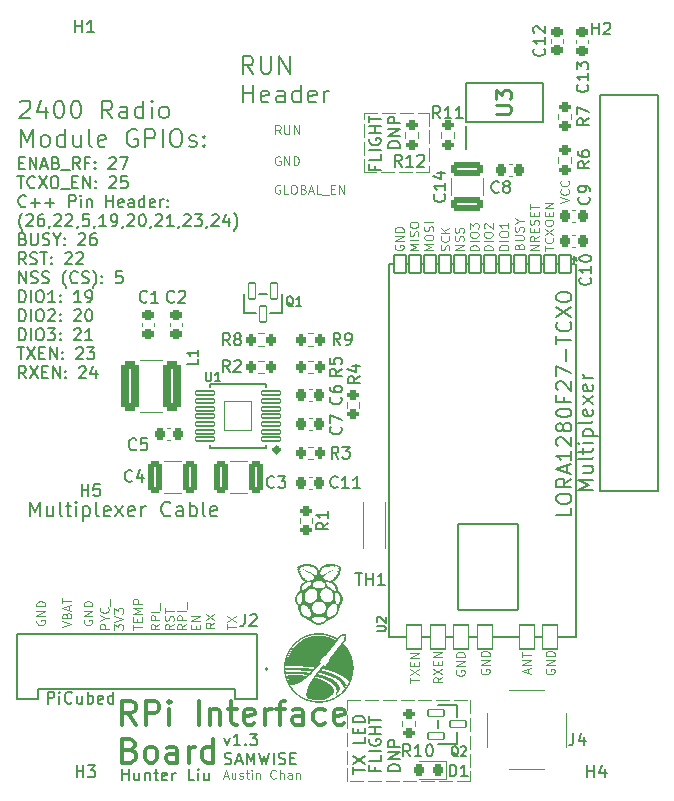
<source format=gto>
%TF.GenerationSoftware,KiCad,Pcbnew,8.0.8*%
%TF.CreationDate,2025-03-18T16:59:42-07:00*%
%TF.ProjectId,RPi_interface,5250695f-696e-4746-9572-666163652e6b,1.2*%
%TF.SameCoordinates,Original*%
%TF.FileFunction,Legend,Top*%
%TF.FilePolarity,Positive*%
%FSLAX46Y46*%
G04 Gerber Fmt 4.6, Leading zero omitted, Abs format (unit mm)*
G04 Created by KiCad (PCBNEW 8.0.8) date 2025-03-18 16:59:42*
%MOMM*%
%LPD*%
G01*
G04 APERTURE LIST*
G04 Aperture macros list*
%AMRoundRect*
0 Rectangle with rounded corners*
0 $1 Rounding radius*
0 $2 $3 $4 $5 $6 $7 $8 $9 X,Y pos of 4 corners*
0 Add a 4 corners polygon primitive as box body*
4,1,4,$2,$3,$4,$5,$6,$7,$8,$9,$2,$3,0*
0 Add four circle primitives for the rounded corners*
1,1,$1+$1,$2,$3*
1,1,$1+$1,$4,$5*
1,1,$1+$1,$6,$7*
1,1,$1+$1,$8,$9*
0 Add four rect primitives between the rounded corners*
20,1,$1+$1,$2,$3,$4,$5,0*
20,1,$1+$1,$4,$5,$6,$7,0*
20,1,$1+$1,$6,$7,$8,$9,0*
20,1,$1+$1,$8,$9,$2,$3,0*%
G04 Aperture macros list end*
%ADD10C,0.100000*%
%ADD11C,0.150000*%
%ADD12C,0.200000*%
%ADD13C,0.300000*%
%ADD14C,0.154432*%
%ADD15C,0.254000*%
%ADD16C,0.127000*%
%ADD17C,0.120000*%
%ADD18C,0.152400*%
%ADD19C,0.000000*%
%ADD20C,0.381000*%
%ADD21RoundRect,0.200000X0.275000X-0.200000X0.275000X0.200000X-0.275000X0.200000X-0.275000X-0.200000X0*%
%ADD22RoundRect,0.063500X-0.660400X0.279400X-0.660400X-0.279400X0.660400X-0.279400X0.660400X0.279400X0*%
%ADD23C,4.700000*%
%ADD24RoundRect,0.225000X-0.225000X-0.250000X0.225000X-0.250000X0.225000X0.250000X-0.225000X0.250000X0*%
%ADD25R,0.650000X2.000000*%
%ADD26R,3.200000X2.000000*%
%ADD27RoundRect,0.250000X-0.325000X-1.100000X0.325000X-1.100000X0.325000X1.100000X-0.325000X1.100000X0*%
%ADD28R,1.150000X1.150000*%
%ADD29C,1.150000*%
%ADD30RoundRect,0.333000X0.417000X1.767000X-0.417000X1.767000X-0.417000X-1.767000X0.417000X-1.767000X0*%
%ADD31RoundRect,0.200000X-0.275000X0.200000X-0.275000X-0.200000X0.275000X-0.200000X0.275000X0.200000X0*%
%ADD32RoundRect,0.218750X0.218750X0.256250X-0.218750X0.256250X-0.218750X-0.256250X0.218750X-0.256250X0*%
%ADD33RoundRect,0.200000X-0.200000X-0.275000X0.200000X-0.275000X0.200000X0.275000X-0.200000X0.275000X0*%
%ADD34RoundRect,0.063500X-0.487500X0.750000X-0.487500X-0.750000X0.487500X-0.750000X0.487500X0.750000X0*%
%ADD35RoundRect,0.063500X-0.650000X1.000000X-0.650000X-1.000000X0.650000X-1.000000X0.650000X1.000000X0*%
%ADD36RoundRect,0.063500X-2.550000X3.650000X-2.550000X-3.650000X2.550000X-3.650000X2.550000X3.650000X0*%
%ADD37RoundRect,0.063500X0.800100X0.152400X-0.800100X0.152400X-0.800100X-0.152400X0.800100X-0.152400X0*%
%ADD38RoundRect,0.063500X1.155000X1.230000X-1.155000X1.230000X-1.155000X-1.230000X1.155000X-1.230000X0*%
%ADD39RoundRect,0.225000X0.250000X-0.225000X0.250000X0.225000X-0.250000X0.225000X-0.250000X-0.225000X0*%
%ADD40RoundRect,0.250000X0.325000X1.100000X-0.325000X1.100000X-0.325000X-1.100000X0.325000X-1.100000X0*%
%ADD41RoundRect,0.063500X0.279400X0.660400X-0.279400X0.660400X-0.279400X-0.660400X0.279400X-0.660400X0*%
%ADD42RoundRect,0.250000X1.100000X-0.325000X1.100000X0.325000X-1.100000X0.325000X-1.100000X-0.325000X0*%
%ADD43O,1.400000X1.400000*%
%ADD44C,1.400000*%
%ADD45RoundRect,0.200000X0.200000X0.275000X-0.200000X0.275000X-0.200000X-0.275000X0.200000X-0.275000X0*%
%ADD46C,2.050000*%
%ADD47C,2.250000*%
%ADD48R,1.700000X1.700000*%
%ADD49O,1.700000X1.700000*%
G04 APERTURE END LIST*
D10*
X108183646Y-112263728D02*
X108540789Y-112263728D01*
X108112217Y-112478014D02*
X108362217Y-111728014D01*
X108362217Y-111728014D02*
X108612217Y-112478014D01*
X109183646Y-111978014D02*
X109183646Y-112478014D01*
X108862217Y-111978014D02*
X108862217Y-112370871D01*
X108862217Y-112370871D02*
X108897931Y-112442300D01*
X108897931Y-112442300D02*
X108969360Y-112478014D01*
X108969360Y-112478014D02*
X109076503Y-112478014D01*
X109076503Y-112478014D02*
X109147931Y-112442300D01*
X109147931Y-112442300D02*
X109183646Y-112406585D01*
X109505074Y-112442300D02*
X109576502Y-112478014D01*
X109576502Y-112478014D02*
X109719359Y-112478014D01*
X109719359Y-112478014D02*
X109790788Y-112442300D01*
X109790788Y-112442300D02*
X109826502Y-112370871D01*
X109826502Y-112370871D02*
X109826502Y-112335157D01*
X109826502Y-112335157D02*
X109790788Y-112263728D01*
X109790788Y-112263728D02*
X109719359Y-112228014D01*
X109719359Y-112228014D02*
X109612217Y-112228014D01*
X109612217Y-112228014D02*
X109540788Y-112192300D01*
X109540788Y-112192300D02*
X109505074Y-112120871D01*
X109505074Y-112120871D02*
X109505074Y-112085157D01*
X109505074Y-112085157D02*
X109540788Y-112013728D01*
X109540788Y-112013728D02*
X109612217Y-111978014D01*
X109612217Y-111978014D02*
X109719359Y-111978014D01*
X109719359Y-111978014D02*
X109790788Y-112013728D01*
X110040788Y-111978014D02*
X110326502Y-111978014D01*
X110147931Y-111728014D02*
X110147931Y-112370871D01*
X110147931Y-112370871D02*
X110183645Y-112442300D01*
X110183645Y-112442300D02*
X110255074Y-112478014D01*
X110255074Y-112478014D02*
X110326502Y-112478014D01*
X110576502Y-112478014D02*
X110576502Y-111978014D01*
X110576502Y-111728014D02*
X110540788Y-111763728D01*
X110540788Y-111763728D02*
X110576502Y-111799442D01*
X110576502Y-111799442D02*
X110612216Y-111763728D01*
X110612216Y-111763728D02*
X110576502Y-111728014D01*
X110576502Y-111728014D02*
X110576502Y-111799442D01*
X110933645Y-111978014D02*
X110933645Y-112478014D01*
X110933645Y-112049442D02*
X110969359Y-112013728D01*
X110969359Y-112013728D02*
X111040788Y-111978014D01*
X111040788Y-111978014D02*
X111147931Y-111978014D01*
X111147931Y-111978014D02*
X111219359Y-112013728D01*
X111219359Y-112013728D02*
X111255074Y-112085157D01*
X111255074Y-112085157D02*
X111255074Y-112478014D01*
X112612216Y-112406585D02*
X112576502Y-112442300D01*
X112576502Y-112442300D02*
X112469359Y-112478014D01*
X112469359Y-112478014D02*
X112397931Y-112478014D01*
X112397931Y-112478014D02*
X112290788Y-112442300D01*
X112290788Y-112442300D02*
X112219359Y-112370871D01*
X112219359Y-112370871D02*
X112183645Y-112299442D01*
X112183645Y-112299442D02*
X112147931Y-112156585D01*
X112147931Y-112156585D02*
X112147931Y-112049442D01*
X112147931Y-112049442D02*
X112183645Y-111906585D01*
X112183645Y-111906585D02*
X112219359Y-111835157D01*
X112219359Y-111835157D02*
X112290788Y-111763728D01*
X112290788Y-111763728D02*
X112397931Y-111728014D01*
X112397931Y-111728014D02*
X112469359Y-111728014D01*
X112469359Y-111728014D02*
X112576502Y-111763728D01*
X112576502Y-111763728D02*
X112612216Y-111799442D01*
X112933645Y-112478014D02*
X112933645Y-111728014D01*
X113255074Y-112478014D02*
X113255074Y-112085157D01*
X113255074Y-112085157D02*
X113219359Y-112013728D01*
X113219359Y-112013728D02*
X113147931Y-111978014D01*
X113147931Y-111978014D02*
X113040788Y-111978014D01*
X113040788Y-111978014D02*
X112969359Y-112013728D01*
X112969359Y-112013728D02*
X112933645Y-112049442D01*
X113933645Y-112478014D02*
X113933645Y-112085157D01*
X113933645Y-112085157D02*
X113897930Y-112013728D01*
X113897930Y-112013728D02*
X113826502Y-111978014D01*
X113826502Y-111978014D02*
X113683645Y-111978014D01*
X113683645Y-111978014D02*
X113612216Y-112013728D01*
X113933645Y-112442300D02*
X113862216Y-112478014D01*
X113862216Y-112478014D02*
X113683645Y-112478014D01*
X113683645Y-112478014D02*
X113612216Y-112442300D01*
X113612216Y-112442300D02*
X113576502Y-112370871D01*
X113576502Y-112370871D02*
X113576502Y-112299442D01*
X113576502Y-112299442D02*
X113612216Y-112228014D01*
X113612216Y-112228014D02*
X113683645Y-112192300D01*
X113683645Y-112192300D02*
X113862216Y-112192300D01*
X113862216Y-112192300D02*
X113933645Y-112156585D01*
X114290787Y-111978014D02*
X114290787Y-112478014D01*
X114290787Y-112049442D02*
X114326501Y-112013728D01*
X114326501Y-112013728D02*
X114397930Y-111978014D01*
X114397930Y-111978014D02*
X114505073Y-111978014D01*
X114505073Y-111978014D02*
X114576501Y-112013728D01*
X114576501Y-112013728D02*
X114612216Y-112085157D01*
X114612216Y-112085157D02*
X114612216Y-112478014D01*
X120100000Y-56075000D02*
X121200000Y-56075000D01*
X121600000Y-56075000D02*
X122700000Y-56075000D01*
X123100000Y-56075000D02*
X124200000Y-56075000D01*
X124600000Y-56075000D02*
X125600000Y-56075000D01*
X125600000Y-56075000D02*
X125600000Y-57175000D01*
X125600000Y-57575000D02*
X125600000Y-58675000D01*
X125600000Y-59075000D02*
X125600000Y-60175000D01*
X125600000Y-60575000D02*
X125600000Y-61150000D01*
X125600000Y-61150000D02*
X124500000Y-61150000D01*
X124100000Y-61150000D02*
X123000000Y-61150000D01*
X122600000Y-61150000D02*
X121500000Y-61150000D01*
X121100000Y-61150000D02*
X120100000Y-61150000D01*
X120100000Y-61150000D02*
X120100000Y-60050000D01*
X120100000Y-59650000D02*
X120100000Y-58550000D01*
X120100000Y-58150000D02*
X120100000Y-57050000D01*
X120100000Y-56650000D02*
X120100000Y-56075000D01*
D11*
X140045000Y-54575000D02*
X144930000Y-54575000D01*
X144930000Y-88125000D01*
X140045000Y-88125000D01*
X140045000Y-54575000D01*
D10*
X118662500Y-105850000D02*
X119762500Y-105850000D01*
X120162500Y-105850000D02*
X121262500Y-105850000D01*
X121662500Y-105850000D02*
X122762500Y-105850000D01*
X123162500Y-105850000D02*
X124262500Y-105850000D01*
X124662500Y-105850000D02*
X125762500Y-105850000D01*
X126162500Y-105850000D02*
X127262500Y-105850000D01*
X127662500Y-105850000D02*
X128762500Y-105850000D01*
X129012500Y-105850000D02*
X129012500Y-106950000D01*
X129012500Y-107350000D02*
X129012500Y-108450000D01*
X129012500Y-108850000D02*
X129012500Y-109950000D01*
X129012500Y-110350000D02*
X129012500Y-111450000D01*
X129012500Y-111850000D02*
X129012500Y-112700000D01*
X129012500Y-112700000D02*
X127912500Y-112700000D01*
X127512500Y-112700000D02*
X126412500Y-112700000D01*
X126012500Y-112700000D02*
X124912500Y-112700000D01*
X124512500Y-112700000D02*
X123412500Y-112700000D01*
X123012500Y-112700000D02*
X121912500Y-112700000D01*
X121512500Y-112700000D02*
X120412500Y-112700000D01*
X120012500Y-112700000D02*
X118912500Y-112700000D01*
X118662500Y-112700000D02*
X118662500Y-111600000D01*
X118662500Y-111200000D02*
X118662500Y-110100000D01*
X118662500Y-109700000D02*
X118662500Y-108600000D01*
X118662500Y-108200000D02*
X118662500Y-107100000D01*
X118662500Y-106700000D02*
X118662500Y-105850000D01*
X130953014Y-67730639D02*
X130203014Y-67730639D01*
X130203014Y-67730639D02*
X130203014Y-67552068D01*
X130203014Y-67552068D02*
X130238728Y-67444925D01*
X130238728Y-67444925D02*
X130310157Y-67373496D01*
X130310157Y-67373496D02*
X130381585Y-67337782D01*
X130381585Y-67337782D02*
X130524442Y-67302068D01*
X130524442Y-67302068D02*
X130631585Y-67302068D01*
X130631585Y-67302068D02*
X130774442Y-67337782D01*
X130774442Y-67337782D02*
X130845871Y-67373496D01*
X130845871Y-67373496D02*
X130917300Y-67444925D01*
X130917300Y-67444925D02*
X130953014Y-67552068D01*
X130953014Y-67552068D02*
X130953014Y-67730639D01*
X130953014Y-66980639D02*
X130203014Y-66980639D01*
X130203014Y-66480639D02*
X130203014Y-66337782D01*
X130203014Y-66337782D02*
X130238728Y-66266353D01*
X130238728Y-66266353D02*
X130310157Y-66194925D01*
X130310157Y-66194925D02*
X130453014Y-66159210D01*
X130453014Y-66159210D02*
X130703014Y-66159210D01*
X130703014Y-66159210D02*
X130845871Y-66194925D01*
X130845871Y-66194925D02*
X130917300Y-66266353D01*
X130917300Y-66266353D02*
X130953014Y-66337782D01*
X130953014Y-66337782D02*
X130953014Y-66480639D01*
X130953014Y-66480639D02*
X130917300Y-66552068D01*
X130917300Y-66552068D02*
X130845871Y-66623496D01*
X130845871Y-66623496D02*
X130703014Y-66659210D01*
X130703014Y-66659210D02*
X130453014Y-66659210D01*
X130453014Y-66659210D02*
X130310157Y-66623496D01*
X130310157Y-66623496D02*
X130238728Y-66552068D01*
X130238728Y-66552068D02*
X130203014Y-66480639D01*
X130274442Y-65873496D02*
X130238728Y-65837782D01*
X130238728Y-65837782D02*
X130203014Y-65766354D01*
X130203014Y-65766354D02*
X130203014Y-65587782D01*
X130203014Y-65587782D02*
X130238728Y-65516354D01*
X130238728Y-65516354D02*
X130274442Y-65480639D01*
X130274442Y-65480639D02*
X130345871Y-65444925D01*
X130345871Y-65444925D02*
X130417300Y-65444925D01*
X130417300Y-65444925D02*
X130524442Y-65480639D01*
X130524442Y-65480639D02*
X130953014Y-65909211D01*
X130953014Y-65909211D02*
X130953014Y-65444925D01*
X132278014Y-67680639D02*
X131528014Y-67680639D01*
X131528014Y-67680639D02*
X131528014Y-67502068D01*
X131528014Y-67502068D02*
X131563728Y-67394925D01*
X131563728Y-67394925D02*
X131635157Y-67323496D01*
X131635157Y-67323496D02*
X131706585Y-67287782D01*
X131706585Y-67287782D02*
X131849442Y-67252068D01*
X131849442Y-67252068D02*
X131956585Y-67252068D01*
X131956585Y-67252068D02*
X132099442Y-67287782D01*
X132099442Y-67287782D02*
X132170871Y-67323496D01*
X132170871Y-67323496D02*
X132242300Y-67394925D01*
X132242300Y-67394925D02*
X132278014Y-67502068D01*
X132278014Y-67502068D02*
X132278014Y-67680639D01*
X132278014Y-66930639D02*
X131528014Y-66930639D01*
X131528014Y-66430639D02*
X131528014Y-66287782D01*
X131528014Y-66287782D02*
X131563728Y-66216353D01*
X131563728Y-66216353D02*
X131635157Y-66144925D01*
X131635157Y-66144925D02*
X131778014Y-66109210D01*
X131778014Y-66109210D02*
X132028014Y-66109210D01*
X132028014Y-66109210D02*
X132170871Y-66144925D01*
X132170871Y-66144925D02*
X132242300Y-66216353D01*
X132242300Y-66216353D02*
X132278014Y-66287782D01*
X132278014Y-66287782D02*
X132278014Y-66430639D01*
X132278014Y-66430639D02*
X132242300Y-66502068D01*
X132242300Y-66502068D02*
X132170871Y-66573496D01*
X132170871Y-66573496D02*
X132028014Y-66609210D01*
X132028014Y-66609210D02*
X131778014Y-66609210D01*
X131778014Y-66609210D02*
X131635157Y-66573496D01*
X131635157Y-66573496D02*
X131563728Y-66502068D01*
X131563728Y-66502068D02*
X131528014Y-66430639D01*
X132278014Y-65394925D02*
X132278014Y-65823496D01*
X132278014Y-65609211D02*
X131528014Y-65609211D01*
X131528014Y-65609211D02*
X131635157Y-65680639D01*
X131635157Y-65680639D02*
X131706585Y-65752068D01*
X131706585Y-65752068D02*
X131742300Y-65823496D01*
X133185157Y-67405639D02*
X133220871Y-67298496D01*
X133220871Y-67298496D02*
X133256585Y-67262782D01*
X133256585Y-67262782D02*
X133328014Y-67227068D01*
X133328014Y-67227068D02*
X133435157Y-67227068D01*
X133435157Y-67227068D02*
X133506585Y-67262782D01*
X133506585Y-67262782D02*
X133542300Y-67298496D01*
X133542300Y-67298496D02*
X133578014Y-67369925D01*
X133578014Y-67369925D02*
X133578014Y-67655639D01*
X133578014Y-67655639D02*
X132828014Y-67655639D01*
X132828014Y-67655639D02*
X132828014Y-67405639D01*
X132828014Y-67405639D02*
X132863728Y-67334211D01*
X132863728Y-67334211D02*
X132899442Y-67298496D01*
X132899442Y-67298496D02*
X132970871Y-67262782D01*
X132970871Y-67262782D02*
X133042300Y-67262782D01*
X133042300Y-67262782D02*
X133113728Y-67298496D01*
X133113728Y-67298496D02*
X133149442Y-67334211D01*
X133149442Y-67334211D02*
X133185157Y-67405639D01*
X133185157Y-67405639D02*
X133185157Y-67655639D01*
X132828014Y-66905639D02*
X133435157Y-66905639D01*
X133435157Y-66905639D02*
X133506585Y-66869925D01*
X133506585Y-66869925D02*
X133542300Y-66834211D01*
X133542300Y-66834211D02*
X133578014Y-66762782D01*
X133578014Y-66762782D02*
X133578014Y-66619925D01*
X133578014Y-66619925D02*
X133542300Y-66548496D01*
X133542300Y-66548496D02*
X133506585Y-66512782D01*
X133506585Y-66512782D02*
X133435157Y-66477068D01*
X133435157Y-66477068D02*
X132828014Y-66477068D01*
X133542300Y-66155639D02*
X133578014Y-66048497D01*
X133578014Y-66048497D02*
X133578014Y-65869925D01*
X133578014Y-65869925D02*
X133542300Y-65798497D01*
X133542300Y-65798497D02*
X133506585Y-65762782D01*
X133506585Y-65762782D02*
X133435157Y-65727068D01*
X133435157Y-65727068D02*
X133363728Y-65727068D01*
X133363728Y-65727068D02*
X133292300Y-65762782D01*
X133292300Y-65762782D02*
X133256585Y-65798497D01*
X133256585Y-65798497D02*
X133220871Y-65869925D01*
X133220871Y-65869925D02*
X133185157Y-66012782D01*
X133185157Y-66012782D02*
X133149442Y-66084211D01*
X133149442Y-66084211D02*
X133113728Y-66119925D01*
X133113728Y-66119925D02*
X133042300Y-66155639D01*
X133042300Y-66155639D02*
X132970871Y-66155639D01*
X132970871Y-66155639D02*
X132899442Y-66119925D01*
X132899442Y-66119925D02*
X132863728Y-66084211D01*
X132863728Y-66084211D02*
X132828014Y-66012782D01*
X132828014Y-66012782D02*
X132828014Y-65834211D01*
X132828014Y-65834211D02*
X132863728Y-65727068D01*
X133220871Y-65262782D02*
X133578014Y-65262782D01*
X132828014Y-65512782D02*
X133220871Y-65262782D01*
X133220871Y-65262782D02*
X132828014Y-65012782D01*
X127267300Y-67741353D02*
X127303014Y-67634211D01*
X127303014Y-67634211D02*
X127303014Y-67455639D01*
X127303014Y-67455639D02*
X127267300Y-67384211D01*
X127267300Y-67384211D02*
X127231585Y-67348496D01*
X127231585Y-67348496D02*
X127160157Y-67312782D01*
X127160157Y-67312782D02*
X127088728Y-67312782D01*
X127088728Y-67312782D02*
X127017300Y-67348496D01*
X127017300Y-67348496D02*
X126981585Y-67384211D01*
X126981585Y-67384211D02*
X126945871Y-67455639D01*
X126945871Y-67455639D02*
X126910157Y-67598496D01*
X126910157Y-67598496D02*
X126874442Y-67669925D01*
X126874442Y-67669925D02*
X126838728Y-67705639D01*
X126838728Y-67705639D02*
X126767300Y-67741353D01*
X126767300Y-67741353D02*
X126695871Y-67741353D01*
X126695871Y-67741353D02*
X126624442Y-67705639D01*
X126624442Y-67705639D02*
X126588728Y-67669925D01*
X126588728Y-67669925D02*
X126553014Y-67598496D01*
X126553014Y-67598496D02*
X126553014Y-67419925D01*
X126553014Y-67419925D02*
X126588728Y-67312782D01*
X127231585Y-66562782D02*
X127267300Y-66598496D01*
X127267300Y-66598496D02*
X127303014Y-66705639D01*
X127303014Y-66705639D02*
X127303014Y-66777067D01*
X127303014Y-66777067D02*
X127267300Y-66884210D01*
X127267300Y-66884210D02*
X127195871Y-66955639D01*
X127195871Y-66955639D02*
X127124442Y-66991353D01*
X127124442Y-66991353D02*
X126981585Y-67027067D01*
X126981585Y-67027067D02*
X126874442Y-67027067D01*
X126874442Y-67027067D02*
X126731585Y-66991353D01*
X126731585Y-66991353D02*
X126660157Y-66955639D01*
X126660157Y-66955639D02*
X126588728Y-66884210D01*
X126588728Y-66884210D02*
X126553014Y-66777067D01*
X126553014Y-66777067D02*
X126553014Y-66705639D01*
X126553014Y-66705639D02*
X126588728Y-66598496D01*
X126588728Y-66598496D02*
X126624442Y-66562782D01*
X127303014Y-66241353D02*
X126553014Y-66241353D01*
X127303014Y-65812782D02*
X126874442Y-66134210D01*
X126553014Y-65812782D02*
X126981585Y-66241353D01*
X96363728Y-99037782D02*
X96328014Y-99109211D01*
X96328014Y-99109211D02*
X96328014Y-99216353D01*
X96328014Y-99216353D02*
X96363728Y-99323496D01*
X96363728Y-99323496D02*
X96435157Y-99394925D01*
X96435157Y-99394925D02*
X96506585Y-99430639D01*
X96506585Y-99430639D02*
X96649442Y-99466353D01*
X96649442Y-99466353D02*
X96756585Y-99466353D01*
X96756585Y-99466353D02*
X96899442Y-99430639D01*
X96899442Y-99430639D02*
X96970871Y-99394925D01*
X96970871Y-99394925D02*
X97042300Y-99323496D01*
X97042300Y-99323496D02*
X97078014Y-99216353D01*
X97078014Y-99216353D02*
X97078014Y-99144925D01*
X97078014Y-99144925D02*
X97042300Y-99037782D01*
X97042300Y-99037782D02*
X97006585Y-99002068D01*
X97006585Y-99002068D02*
X96756585Y-99002068D01*
X96756585Y-99002068D02*
X96756585Y-99144925D01*
X97078014Y-98680639D02*
X96328014Y-98680639D01*
X96328014Y-98680639D02*
X97078014Y-98252068D01*
X97078014Y-98252068D02*
X96328014Y-98252068D01*
X97078014Y-97894925D02*
X96328014Y-97894925D01*
X96328014Y-97894925D02*
X96328014Y-97716354D01*
X96328014Y-97716354D02*
X96363728Y-97609211D01*
X96363728Y-97609211D02*
X96435157Y-97537782D01*
X96435157Y-97537782D02*
X96506585Y-97502068D01*
X96506585Y-97502068D02*
X96649442Y-97466354D01*
X96649442Y-97466354D02*
X96756585Y-97466354D01*
X96756585Y-97466354D02*
X96899442Y-97502068D01*
X96899442Y-97502068D02*
X96970871Y-97537782D01*
X96970871Y-97537782D02*
X97042300Y-97609211D01*
X97042300Y-97609211D02*
X97078014Y-97716354D01*
X97078014Y-97716354D02*
X97078014Y-97894925D01*
X104995556Y-99377068D02*
X104638413Y-99627068D01*
X104995556Y-99805639D02*
X104245556Y-99805639D01*
X104245556Y-99805639D02*
X104245556Y-99519925D01*
X104245556Y-99519925D02*
X104281270Y-99448496D01*
X104281270Y-99448496D02*
X104316984Y-99412782D01*
X104316984Y-99412782D02*
X104388413Y-99377068D01*
X104388413Y-99377068D02*
X104495556Y-99377068D01*
X104495556Y-99377068D02*
X104566984Y-99412782D01*
X104566984Y-99412782D02*
X104602699Y-99448496D01*
X104602699Y-99448496D02*
X104638413Y-99519925D01*
X104638413Y-99519925D02*
X104638413Y-99805639D01*
X104995556Y-99055639D02*
X104245556Y-99055639D01*
X104245556Y-99055639D02*
X104245556Y-98769925D01*
X104245556Y-98769925D02*
X104281270Y-98698496D01*
X104281270Y-98698496D02*
X104316984Y-98662782D01*
X104316984Y-98662782D02*
X104388413Y-98627068D01*
X104388413Y-98627068D02*
X104495556Y-98627068D01*
X104495556Y-98627068D02*
X104566984Y-98662782D01*
X104566984Y-98662782D02*
X104602699Y-98698496D01*
X104602699Y-98698496D02*
X104638413Y-98769925D01*
X104638413Y-98769925D02*
X104638413Y-99055639D01*
X104995556Y-98305639D02*
X104245556Y-98305639D01*
X105066984Y-98127068D02*
X105066984Y-97555639D01*
X105810157Y-99805639D02*
X105810157Y-99555639D01*
X106203014Y-99448496D02*
X106203014Y-99805639D01*
X106203014Y-99805639D02*
X105453014Y-99805639D01*
X105453014Y-99805639D02*
X105453014Y-99448496D01*
X106203014Y-99127068D02*
X105453014Y-99127068D01*
X105453014Y-99127068D02*
X106203014Y-98698497D01*
X106203014Y-98698497D02*
X105453014Y-98698497D01*
X112967217Y-59798728D02*
X112895789Y-59763014D01*
X112895789Y-59763014D02*
X112788646Y-59763014D01*
X112788646Y-59763014D02*
X112681503Y-59798728D01*
X112681503Y-59798728D02*
X112610074Y-59870157D01*
X112610074Y-59870157D02*
X112574360Y-59941585D01*
X112574360Y-59941585D02*
X112538646Y-60084442D01*
X112538646Y-60084442D02*
X112538646Y-60191585D01*
X112538646Y-60191585D02*
X112574360Y-60334442D01*
X112574360Y-60334442D02*
X112610074Y-60405871D01*
X112610074Y-60405871D02*
X112681503Y-60477300D01*
X112681503Y-60477300D02*
X112788646Y-60513014D01*
X112788646Y-60513014D02*
X112860074Y-60513014D01*
X112860074Y-60513014D02*
X112967217Y-60477300D01*
X112967217Y-60477300D02*
X113002931Y-60441585D01*
X113002931Y-60441585D02*
X113002931Y-60191585D01*
X113002931Y-60191585D02*
X112860074Y-60191585D01*
X113324360Y-60513014D02*
X113324360Y-59763014D01*
X113324360Y-59763014D02*
X113752931Y-60513014D01*
X113752931Y-60513014D02*
X113752931Y-59763014D01*
X114110074Y-60513014D02*
X114110074Y-59763014D01*
X114110074Y-59763014D02*
X114288645Y-59763014D01*
X114288645Y-59763014D02*
X114395788Y-59798728D01*
X114395788Y-59798728D02*
X114467217Y-59870157D01*
X114467217Y-59870157D02*
X114502931Y-59941585D01*
X114502931Y-59941585D02*
X114538645Y-60084442D01*
X114538645Y-60084442D02*
X114538645Y-60191585D01*
X114538645Y-60191585D02*
X114502931Y-60334442D01*
X114502931Y-60334442D02*
X114467217Y-60405871D01*
X114467217Y-60405871D02*
X114395788Y-60477300D01*
X114395788Y-60477300D02*
X114288645Y-60513014D01*
X114288645Y-60513014D02*
X114110074Y-60513014D01*
X135353014Y-67762782D02*
X135353014Y-67334211D01*
X136103014Y-67548496D02*
X135353014Y-67548496D01*
X136031585Y-66655639D02*
X136067300Y-66691353D01*
X136067300Y-66691353D02*
X136103014Y-66798496D01*
X136103014Y-66798496D02*
X136103014Y-66869924D01*
X136103014Y-66869924D02*
X136067300Y-66977067D01*
X136067300Y-66977067D02*
X135995871Y-67048496D01*
X135995871Y-67048496D02*
X135924442Y-67084210D01*
X135924442Y-67084210D02*
X135781585Y-67119924D01*
X135781585Y-67119924D02*
X135674442Y-67119924D01*
X135674442Y-67119924D02*
X135531585Y-67084210D01*
X135531585Y-67084210D02*
X135460157Y-67048496D01*
X135460157Y-67048496D02*
X135388728Y-66977067D01*
X135388728Y-66977067D02*
X135353014Y-66869924D01*
X135353014Y-66869924D02*
X135353014Y-66798496D01*
X135353014Y-66798496D02*
X135388728Y-66691353D01*
X135388728Y-66691353D02*
X135424442Y-66655639D01*
X135353014Y-66405639D02*
X136103014Y-65905639D01*
X135353014Y-65905639D02*
X136103014Y-66405639D01*
X135353014Y-65477067D02*
X135353014Y-65334210D01*
X135353014Y-65334210D02*
X135388728Y-65262781D01*
X135388728Y-65262781D02*
X135460157Y-65191353D01*
X135460157Y-65191353D02*
X135603014Y-65155638D01*
X135603014Y-65155638D02*
X135853014Y-65155638D01*
X135853014Y-65155638D02*
X135995871Y-65191353D01*
X135995871Y-65191353D02*
X136067300Y-65262781D01*
X136067300Y-65262781D02*
X136103014Y-65334210D01*
X136103014Y-65334210D02*
X136103014Y-65477067D01*
X136103014Y-65477067D02*
X136067300Y-65548496D01*
X136067300Y-65548496D02*
X135995871Y-65619924D01*
X135995871Y-65619924D02*
X135853014Y-65655638D01*
X135853014Y-65655638D02*
X135603014Y-65655638D01*
X135603014Y-65655638D02*
X135460157Y-65619924D01*
X135460157Y-65619924D02*
X135388728Y-65548496D01*
X135388728Y-65548496D02*
X135353014Y-65477067D01*
X135710157Y-64834210D02*
X135710157Y-64584210D01*
X136103014Y-64477067D02*
X136103014Y-64834210D01*
X136103014Y-64834210D02*
X135353014Y-64834210D01*
X135353014Y-64834210D02*
X135353014Y-64477067D01*
X136103014Y-64155639D02*
X135353014Y-64155639D01*
X135353014Y-64155639D02*
X136103014Y-63727068D01*
X136103014Y-63727068D02*
X135353014Y-63727068D01*
D11*
X93286779Y-106119819D02*
X93286779Y-105119819D01*
X93286779Y-105119819D02*
X93667731Y-105119819D01*
X93667731Y-105119819D02*
X93762969Y-105167438D01*
X93762969Y-105167438D02*
X93810588Y-105215057D01*
X93810588Y-105215057D02*
X93858207Y-105310295D01*
X93858207Y-105310295D02*
X93858207Y-105453152D01*
X93858207Y-105453152D02*
X93810588Y-105548390D01*
X93810588Y-105548390D02*
X93762969Y-105596009D01*
X93762969Y-105596009D02*
X93667731Y-105643628D01*
X93667731Y-105643628D02*
X93286779Y-105643628D01*
X94286779Y-106119819D02*
X94286779Y-105453152D01*
X94286779Y-105119819D02*
X94239160Y-105167438D01*
X94239160Y-105167438D02*
X94286779Y-105215057D01*
X94286779Y-105215057D02*
X94334398Y-105167438D01*
X94334398Y-105167438D02*
X94286779Y-105119819D01*
X94286779Y-105119819D02*
X94286779Y-105215057D01*
X95334397Y-106024580D02*
X95286778Y-106072200D01*
X95286778Y-106072200D02*
X95143921Y-106119819D01*
X95143921Y-106119819D02*
X95048683Y-106119819D01*
X95048683Y-106119819D02*
X94905826Y-106072200D01*
X94905826Y-106072200D02*
X94810588Y-105976961D01*
X94810588Y-105976961D02*
X94762969Y-105881723D01*
X94762969Y-105881723D02*
X94715350Y-105691247D01*
X94715350Y-105691247D02*
X94715350Y-105548390D01*
X94715350Y-105548390D02*
X94762969Y-105357914D01*
X94762969Y-105357914D02*
X94810588Y-105262676D01*
X94810588Y-105262676D02*
X94905826Y-105167438D01*
X94905826Y-105167438D02*
X95048683Y-105119819D01*
X95048683Y-105119819D02*
X95143921Y-105119819D01*
X95143921Y-105119819D02*
X95286778Y-105167438D01*
X95286778Y-105167438D02*
X95334397Y-105215057D01*
X96191540Y-105453152D02*
X96191540Y-106119819D01*
X95762969Y-105453152D02*
X95762969Y-105976961D01*
X95762969Y-105976961D02*
X95810588Y-106072200D01*
X95810588Y-106072200D02*
X95905826Y-106119819D01*
X95905826Y-106119819D02*
X96048683Y-106119819D01*
X96048683Y-106119819D02*
X96143921Y-106072200D01*
X96143921Y-106072200D02*
X96191540Y-106024580D01*
X96667731Y-106119819D02*
X96667731Y-105119819D01*
X96667731Y-105500771D02*
X96762969Y-105453152D01*
X96762969Y-105453152D02*
X96953445Y-105453152D01*
X96953445Y-105453152D02*
X97048683Y-105500771D01*
X97048683Y-105500771D02*
X97096302Y-105548390D01*
X97096302Y-105548390D02*
X97143921Y-105643628D01*
X97143921Y-105643628D02*
X97143921Y-105929342D01*
X97143921Y-105929342D02*
X97096302Y-106024580D01*
X97096302Y-106024580D02*
X97048683Y-106072200D01*
X97048683Y-106072200D02*
X96953445Y-106119819D01*
X96953445Y-106119819D02*
X96762969Y-106119819D01*
X96762969Y-106119819D02*
X96667731Y-106072200D01*
X97953445Y-106072200D02*
X97858207Y-106119819D01*
X97858207Y-106119819D02*
X97667731Y-106119819D01*
X97667731Y-106119819D02*
X97572493Y-106072200D01*
X97572493Y-106072200D02*
X97524874Y-105976961D01*
X97524874Y-105976961D02*
X97524874Y-105596009D01*
X97524874Y-105596009D02*
X97572493Y-105500771D01*
X97572493Y-105500771D02*
X97667731Y-105453152D01*
X97667731Y-105453152D02*
X97858207Y-105453152D01*
X97858207Y-105453152D02*
X97953445Y-105500771D01*
X97953445Y-105500771D02*
X98001064Y-105596009D01*
X98001064Y-105596009D02*
X98001064Y-105691247D01*
X98001064Y-105691247D02*
X97524874Y-105786485D01*
X98858207Y-106119819D02*
X98858207Y-105119819D01*
X98858207Y-106072200D02*
X98762969Y-106119819D01*
X98762969Y-106119819D02*
X98572493Y-106119819D01*
X98572493Y-106119819D02*
X98477255Y-106072200D01*
X98477255Y-106072200D02*
X98429636Y-106024580D01*
X98429636Y-106024580D02*
X98382017Y-105929342D01*
X98382017Y-105929342D02*
X98382017Y-105643628D01*
X98382017Y-105643628D02*
X98429636Y-105548390D01*
X98429636Y-105548390D02*
X98477255Y-105500771D01*
X98477255Y-105500771D02*
X98572493Y-105453152D01*
X98572493Y-105453152D02*
X98762969Y-105453152D01*
X98762969Y-105453152D02*
X98858207Y-105500771D01*
D10*
X129988728Y-103212782D02*
X129953014Y-103284211D01*
X129953014Y-103284211D02*
X129953014Y-103391353D01*
X129953014Y-103391353D02*
X129988728Y-103498496D01*
X129988728Y-103498496D02*
X130060157Y-103569925D01*
X130060157Y-103569925D02*
X130131585Y-103605639D01*
X130131585Y-103605639D02*
X130274442Y-103641353D01*
X130274442Y-103641353D02*
X130381585Y-103641353D01*
X130381585Y-103641353D02*
X130524442Y-103605639D01*
X130524442Y-103605639D02*
X130595871Y-103569925D01*
X130595871Y-103569925D02*
X130667300Y-103498496D01*
X130667300Y-103498496D02*
X130703014Y-103391353D01*
X130703014Y-103391353D02*
X130703014Y-103319925D01*
X130703014Y-103319925D02*
X130667300Y-103212782D01*
X130667300Y-103212782D02*
X130631585Y-103177068D01*
X130631585Y-103177068D02*
X130381585Y-103177068D01*
X130381585Y-103177068D02*
X130381585Y-103319925D01*
X130703014Y-102855639D02*
X129953014Y-102855639D01*
X129953014Y-102855639D02*
X130703014Y-102427068D01*
X130703014Y-102427068D02*
X129953014Y-102427068D01*
X130703014Y-102069925D02*
X129953014Y-102069925D01*
X129953014Y-102069925D02*
X129953014Y-101891354D01*
X129953014Y-101891354D02*
X129988728Y-101784211D01*
X129988728Y-101784211D02*
X130060157Y-101712782D01*
X130060157Y-101712782D02*
X130131585Y-101677068D01*
X130131585Y-101677068D02*
X130274442Y-101641354D01*
X130274442Y-101641354D02*
X130381585Y-101641354D01*
X130381585Y-101641354D02*
X130524442Y-101677068D01*
X130524442Y-101677068D02*
X130595871Y-101712782D01*
X130595871Y-101712782D02*
X130667300Y-101784211D01*
X130667300Y-101784211D02*
X130703014Y-101891354D01*
X130703014Y-101891354D02*
X130703014Y-102069925D01*
X125928014Y-67730639D02*
X125178014Y-67730639D01*
X125178014Y-67730639D02*
X125713728Y-67480639D01*
X125713728Y-67480639D02*
X125178014Y-67230639D01*
X125178014Y-67230639D02*
X125928014Y-67230639D01*
X125178014Y-66730639D02*
X125178014Y-66587782D01*
X125178014Y-66587782D02*
X125213728Y-66516353D01*
X125213728Y-66516353D02*
X125285157Y-66444925D01*
X125285157Y-66444925D02*
X125428014Y-66409210D01*
X125428014Y-66409210D02*
X125678014Y-66409210D01*
X125678014Y-66409210D02*
X125820871Y-66444925D01*
X125820871Y-66444925D02*
X125892300Y-66516353D01*
X125892300Y-66516353D02*
X125928014Y-66587782D01*
X125928014Y-66587782D02*
X125928014Y-66730639D01*
X125928014Y-66730639D02*
X125892300Y-66802068D01*
X125892300Y-66802068D02*
X125820871Y-66873496D01*
X125820871Y-66873496D02*
X125678014Y-66909210D01*
X125678014Y-66909210D02*
X125428014Y-66909210D01*
X125428014Y-66909210D02*
X125285157Y-66873496D01*
X125285157Y-66873496D02*
X125213728Y-66802068D01*
X125213728Y-66802068D02*
X125178014Y-66730639D01*
X125892300Y-66123496D02*
X125928014Y-66016354D01*
X125928014Y-66016354D02*
X125928014Y-65837782D01*
X125928014Y-65837782D02*
X125892300Y-65766354D01*
X125892300Y-65766354D02*
X125856585Y-65730639D01*
X125856585Y-65730639D02*
X125785157Y-65694925D01*
X125785157Y-65694925D02*
X125713728Y-65694925D01*
X125713728Y-65694925D02*
X125642300Y-65730639D01*
X125642300Y-65730639D02*
X125606585Y-65766354D01*
X125606585Y-65766354D02*
X125570871Y-65837782D01*
X125570871Y-65837782D02*
X125535157Y-65980639D01*
X125535157Y-65980639D02*
X125499442Y-66052068D01*
X125499442Y-66052068D02*
X125463728Y-66087782D01*
X125463728Y-66087782D02*
X125392300Y-66123496D01*
X125392300Y-66123496D02*
X125320871Y-66123496D01*
X125320871Y-66123496D02*
X125249442Y-66087782D01*
X125249442Y-66087782D02*
X125213728Y-66052068D01*
X125213728Y-66052068D02*
X125178014Y-65980639D01*
X125178014Y-65980639D02*
X125178014Y-65802068D01*
X125178014Y-65802068D02*
X125213728Y-65694925D01*
X125928014Y-65373496D02*
X125178014Y-65373496D01*
D12*
X90967292Y-55208969D02*
X91038720Y-55137541D01*
X91038720Y-55137541D02*
X91181578Y-55066112D01*
X91181578Y-55066112D02*
X91538720Y-55066112D01*
X91538720Y-55066112D02*
X91681578Y-55137541D01*
X91681578Y-55137541D02*
X91753006Y-55208969D01*
X91753006Y-55208969D02*
X91824435Y-55351826D01*
X91824435Y-55351826D02*
X91824435Y-55494684D01*
X91824435Y-55494684D02*
X91753006Y-55708969D01*
X91753006Y-55708969D02*
X90895863Y-56566112D01*
X90895863Y-56566112D02*
X91824435Y-56566112D01*
X93110149Y-55566112D02*
X93110149Y-56566112D01*
X92753006Y-54994684D02*
X92395863Y-56066112D01*
X92395863Y-56066112D02*
X93324434Y-56066112D01*
X94181577Y-55066112D02*
X94324434Y-55066112D01*
X94324434Y-55066112D02*
X94467291Y-55137541D01*
X94467291Y-55137541D02*
X94538720Y-55208969D01*
X94538720Y-55208969D02*
X94610148Y-55351826D01*
X94610148Y-55351826D02*
X94681577Y-55637541D01*
X94681577Y-55637541D02*
X94681577Y-55994684D01*
X94681577Y-55994684D02*
X94610148Y-56280398D01*
X94610148Y-56280398D02*
X94538720Y-56423255D01*
X94538720Y-56423255D02*
X94467291Y-56494684D01*
X94467291Y-56494684D02*
X94324434Y-56566112D01*
X94324434Y-56566112D02*
X94181577Y-56566112D01*
X94181577Y-56566112D02*
X94038720Y-56494684D01*
X94038720Y-56494684D02*
X93967291Y-56423255D01*
X93967291Y-56423255D02*
X93895862Y-56280398D01*
X93895862Y-56280398D02*
X93824434Y-55994684D01*
X93824434Y-55994684D02*
X93824434Y-55637541D01*
X93824434Y-55637541D02*
X93895862Y-55351826D01*
X93895862Y-55351826D02*
X93967291Y-55208969D01*
X93967291Y-55208969D02*
X94038720Y-55137541D01*
X94038720Y-55137541D02*
X94181577Y-55066112D01*
X95610148Y-55066112D02*
X95753005Y-55066112D01*
X95753005Y-55066112D02*
X95895862Y-55137541D01*
X95895862Y-55137541D02*
X95967291Y-55208969D01*
X95967291Y-55208969D02*
X96038719Y-55351826D01*
X96038719Y-55351826D02*
X96110148Y-55637541D01*
X96110148Y-55637541D02*
X96110148Y-55994684D01*
X96110148Y-55994684D02*
X96038719Y-56280398D01*
X96038719Y-56280398D02*
X95967291Y-56423255D01*
X95967291Y-56423255D02*
X95895862Y-56494684D01*
X95895862Y-56494684D02*
X95753005Y-56566112D01*
X95753005Y-56566112D02*
X95610148Y-56566112D01*
X95610148Y-56566112D02*
X95467291Y-56494684D01*
X95467291Y-56494684D02*
X95395862Y-56423255D01*
X95395862Y-56423255D02*
X95324433Y-56280398D01*
X95324433Y-56280398D02*
X95253005Y-55994684D01*
X95253005Y-55994684D02*
X95253005Y-55637541D01*
X95253005Y-55637541D02*
X95324433Y-55351826D01*
X95324433Y-55351826D02*
X95395862Y-55208969D01*
X95395862Y-55208969D02*
X95467291Y-55137541D01*
X95467291Y-55137541D02*
X95610148Y-55066112D01*
X98753004Y-56566112D02*
X98253004Y-55851826D01*
X97895861Y-56566112D02*
X97895861Y-55066112D01*
X97895861Y-55066112D02*
X98467290Y-55066112D01*
X98467290Y-55066112D02*
X98610147Y-55137541D01*
X98610147Y-55137541D02*
X98681576Y-55208969D01*
X98681576Y-55208969D02*
X98753004Y-55351826D01*
X98753004Y-55351826D02*
X98753004Y-55566112D01*
X98753004Y-55566112D02*
X98681576Y-55708969D01*
X98681576Y-55708969D02*
X98610147Y-55780398D01*
X98610147Y-55780398D02*
X98467290Y-55851826D01*
X98467290Y-55851826D02*
X97895861Y-55851826D01*
X100038719Y-56566112D02*
X100038719Y-55780398D01*
X100038719Y-55780398D02*
X99967290Y-55637541D01*
X99967290Y-55637541D02*
X99824433Y-55566112D01*
X99824433Y-55566112D02*
X99538719Y-55566112D01*
X99538719Y-55566112D02*
X99395861Y-55637541D01*
X100038719Y-56494684D02*
X99895861Y-56566112D01*
X99895861Y-56566112D02*
X99538719Y-56566112D01*
X99538719Y-56566112D02*
X99395861Y-56494684D01*
X99395861Y-56494684D02*
X99324433Y-56351826D01*
X99324433Y-56351826D02*
X99324433Y-56208969D01*
X99324433Y-56208969D02*
X99395861Y-56066112D01*
X99395861Y-56066112D02*
X99538719Y-55994684D01*
X99538719Y-55994684D02*
X99895861Y-55994684D01*
X99895861Y-55994684D02*
X100038719Y-55923255D01*
X101395862Y-56566112D02*
X101395862Y-55066112D01*
X101395862Y-56494684D02*
X101253004Y-56566112D01*
X101253004Y-56566112D02*
X100967290Y-56566112D01*
X100967290Y-56566112D02*
X100824433Y-56494684D01*
X100824433Y-56494684D02*
X100753004Y-56423255D01*
X100753004Y-56423255D02*
X100681576Y-56280398D01*
X100681576Y-56280398D02*
X100681576Y-55851826D01*
X100681576Y-55851826D02*
X100753004Y-55708969D01*
X100753004Y-55708969D02*
X100824433Y-55637541D01*
X100824433Y-55637541D02*
X100967290Y-55566112D01*
X100967290Y-55566112D02*
X101253004Y-55566112D01*
X101253004Y-55566112D02*
X101395862Y-55637541D01*
X102110147Y-56566112D02*
X102110147Y-55566112D01*
X102110147Y-55066112D02*
X102038719Y-55137541D01*
X102038719Y-55137541D02*
X102110147Y-55208969D01*
X102110147Y-55208969D02*
X102181576Y-55137541D01*
X102181576Y-55137541D02*
X102110147Y-55066112D01*
X102110147Y-55066112D02*
X102110147Y-55208969D01*
X103038719Y-56566112D02*
X102895862Y-56494684D01*
X102895862Y-56494684D02*
X102824433Y-56423255D01*
X102824433Y-56423255D02*
X102753005Y-56280398D01*
X102753005Y-56280398D02*
X102753005Y-55851826D01*
X102753005Y-55851826D02*
X102824433Y-55708969D01*
X102824433Y-55708969D02*
X102895862Y-55637541D01*
X102895862Y-55637541D02*
X103038719Y-55566112D01*
X103038719Y-55566112D02*
X103253005Y-55566112D01*
X103253005Y-55566112D02*
X103395862Y-55637541D01*
X103395862Y-55637541D02*
X103467291Y-55708969D01*
X103467291Y-55708969D02*
X103538719Y-55851826D01*
X103538719Y-55851826D02*
X103538719Y-56280398D01*
X103538719Y-56280398D02*
X103467291Y-56423255D01*
X103467291Y-56423255D02*
X103395862Y-56494684D01*
X103395862Y-56494684D02*
X103253005Y-56566112D01*
X103253005Y-56566112D02*
X103038719Y-56566112D01*
X91038720Y-58981028D02*
X91038720Y-57481028D01*
X91038720Y-57481028D02*
X91538720Y-58552457D01*
X91538720Y-58552457D02*
X92038720Y-57481028D01*
X92038720Y-57481028D02*
X92038720Y-58981028D01*
X92967292Y-58981028D02*
X92824435Y-58909600D01*
X92824435Y-58909600D02*
X92753006Y-58838171D01*
X92753006Y-58838171D02*
X92681578Y-58695314D01*
X92681578Y-58695314D02*
X92681578Y-58266742D01*
X92681578Y-58266742D02*
X92753006Y-58123885D01*
X92753006Y-58123885D02*
X92824435Y-58052457D01*
X92824435Y-58052457D02*
X92967292Y-57981028D01*
X92967292Y-57981028D02*
X93181578Y-57981028D01*
X93181578Y-57981028D02*
X93324435Y-58052457D01*
X93324435Y-58052457D02*
X93395864Y-58123885D01*
X93395864Y-58123885D02*
X93467292Y-58266742D01*
X93467292Y-58266742D02*
X93467292Y-58695314D01*
X93467292Y-58695314D02*
X93395864Y-58838171D01*
X93395864Y-58838171D02*
X93324435Y-58909600D01*
X93324435Y-58909600D02*
X93181578Y-58981028D01*
X93181578Y-58981028D02*
X92967292Y-58981028D01*
X94753007Y-58981028D02*
X94753007Y-57481028D01*
X94753007Y-58909600D02*
X94610149Y-58981028D01*
X94610149Y-58981028D02*
X94324435Y-58981028D01*
X94324435Y-58981028D02*
X94181578Y-58909600D01*
X94181578Y-58909600D02*
X94110149Y-58838171D01*
X94110149Y-58838171D02*
X94038721Y-58695314D01*
X94038721Y-58695314D02*
X94038721Y-58266742D01*
X94038721Y-58266742D02*
X94110149Y-58123885D01*
X94110149Y-58123885D02*
X94181578Y-58052457D01*
X94181578Y-58052457D02*
X94324435Y-57981028D01*
X94324435Y-57981028D02*
X94610149Y-57981028D01*
X94610149Y-57981028D02*
X94753007Y-58052457D01*
X96110150Y-57981028D02*
X96110150Y-58981028D01*
X95467292Y-57981028D02*
X95467292Y-58766742D01*
X95467292Y-58766742D02*
X95538721Y-58909600D01*
X95538721Y-58909600D02*
X95681578Y-58981028D01*
X95681578Y-58981028D02*
X95895864Y-58981028D01*
X95895864Y-58981028D02*
X96038721Y-58909600D01*
X96038721Y-58909600D02*
X96110150Y-58838171D01*
X97038721Y-58981028D02*
X96895864Y-58909600D01*
X96895864Y-58909600D02*
X96824435Y-58766742D01*
X96824435Y-58766742D02*
X96824435Y-57481028D01*
X98181578Y-58909600D02*
X98038721Y-58981028D01*
X98038721Y-58981028D02*
X97753007Y-58981028D01*
X97753007Y-58981028D02*
X97610149Y-58909600D01*
X97610149Y-58909600D02*
X97538721Y-58766742D01*
X97538721Y-58766742D02*
X97538721Y-58195314D01*
X97538721Y-58195314D02*
X97610149Y-58052457D01*
X97610149Y-58052457D02*
X97753007Y-57981028D01*
X97753007Y-57981028D02*
X98038721Y-57981028D01*
X98038721Y-57981028D02*
X98181578Y-58052457D01*
X98181578Y-58052457D02*
X98253007Y-58195314D01*
X98253007Y-58195314D02*
X98253007Y-58338171D01*
X98253007Y-58338171D02*
X97538721Y-58481028D01*
X100824435Y-57552457D02*
X100681578Y-57481028D01*
X100681578Y-57481028D02*
X100467292Y-57481028D01*
X100467292Y-57481028D02*
X100253006Y-57552457D01*
X100253006Y-57552457D02*
X100110149Y-57695314D01*
X100110149Y-57695314D02*
X100038720Y-57838171D01*
X100038720Y-57838171D02*
X99967292Y-58123885D01*
X99967292Y-58123885D02*
X99967292Y-58338171D01*
X99967292Y-58338171D02*
X100038720Y-58623885D01*
X100038720Y-58623885D02*
X100110149Y-58766742D01*
X100110149Y-58766742D02*
X100253006Y-58909600D01*
X100253006Y-58909600D02*
X100467292Y-58981028D01*
X100467292Y-58981028D02*
X100610149Y-58981028D01*
X100610149Y-58981028D02*
X100824435Y-58909600D01*
X100824435Y-58909600D02*
X100895863Y-58838171D01*
X100895863Y-58838171D02*
X100895863Y-58338171D01*
X100895863Y-58338171D02*
X100610149Y-58338171D01*
X101538720Y-58981028D02*
X101538720Y-57481028D01*
X101538720Y-57481028D02*
X102110149Y-57481028D01*
X102110149Y-57481028D02*
X102253006Y-57552457D01*
X102253006Y-57552457D02*
X102324435Y-57623885D01*
X102324435Y-57623885D02*
X102395863Y-57766742D01*
X102395863Y-57766742D02*
X102395863Y-57981028D01*
X102395863Y-57981028D02*
X102324435Y-58123885D01*
X102324435Y-58123885D02*
X102253006Y-58195314D01*
X102253006Y-58195314D02*
X102110149Y-58266742D01*
X102110149Y-58266742D02*
X101538720Y-58266742D01*
X103038720Y-58981028D02*
X103038720Y-57481028D01*
X104038721Y-57481028D02*
X104324435Y-57481028D01*
X104324435Y-57481028D02*
X104467292Y-57552457D01*
X104467292Y-57552457D02*
X104610149Y-57695314D01*
X104610149Y-57695314D02*
X104681578Y-57981028D01*
X104681578Y-57981028D02*
X104681578Y-58481028D01*
X104681578Y-58481028D02*
X104610149Y-58766742D01*
X104610149Y-58766742D02*
X104467292Y-58909600D01*
X104467292Y-58909600D02*
X104324435Y-58981028D01*
X104324435Y-58981028D02*
X104038721Y-58981028D01*
X104038721Y-58981028D02*
X103895864Y-58909600D01*
X103895864Y-58909600D02*
X103753006Y-58766742D01*
X103753006Y-58766742D02*
X103681578Y-58481028D01*
X103681578Y-58481028D02*
X103681578Y-57981028D01*
X103681578Y-57981028D02*
X103753006Y-57695314D01*
X103753006Y-57695314D02*
X103895864Y-57552457D01*
X103895864Y-57552457D02*
X104038721Y-57481028D01*
X105253007Y-58909600D02*
X105395864Y-58981028D01*
X105395864Y-58981028D02*
X105681578Y-58981028D01*
X105681578Y-58981028D02*
X105824435Y-58909600D01*
X105824435Y-58909600D02*
X105895864Y-58766742D01*
X105895864Y-58766742D02*
X105895864Y-58695314D01*
X105895864Y-58695314D02*
X105824435Y-58552457D01*
X105824435Y-58552457D02*
X105681578Y-58481028D01*
X105681578Y-58481028D02*
X105467293Y-58481028D01*
X105467293Y-58481028D02*
X105324435Y-58409600D01*
X105324435Y-58409600D02*
X105253007Y-58266742D01*
X105253007Y-58266742D02*
X105253007Y-58195314D01*
X105253007Y-58195314D02*
X105324435Y-58052457D01*
X105324435Y-58052457D02*
X105467293Y-57981028D01*
X105467293Y-57981028D02*
X105681578Y-57981028D01*
X105681578Y-57981028D02*
X105824435Y-58052457D01*
X106538721Y-58838171D02*
X106610150Y-58909600D01*
X106610150Y-58909600D02*
X106538721Y-58981028D01*
X106538721Y-58981028D02*
X106467293Y-58909600D01*
X106467293Y-58909600D02*
X106538721Y-58838171D01*
X106538721Y-58838171D02*
X106538721Y-58981028D01*
X106538721Y-58052457D02*
X106610150Y-58123885D01*
X106610150Y-58123885D02*
X106538721Y-58195314D01*
X106538721Y-58195314D02*
X106467293Y-58123885D01*
X106467293Y-58123885D02*
X106538721Y-58052457D01*
X106538721Y-58052457D02*
X106538721Y-58195314D01*
D10*
X128503014Y-67705639D02*
X127753014Y-67705639D01*
X127753014Y-67705639D02*
X128503014Y-67277068D01*
X128503014Y-67277068D02*
X127753014Y-67277068D01*
X128467300Y-66955639D02*
X128503014Y-66848497D01*
X128503014Y-66848497D02*
X128503014Y-66669925D01*
X128503014Y-66669925D02*
X128467300Y-66598497D01*
X128467300Y-66598497D02*
X128431585Y-66562782D01*
X128431585Y-66562782D02*
X128360157Y-66527068D01*
X128360157Y-66527068D02*
X128288728Y-66527068D01*
X128288728Y-66527068D02*
X128217300Y-66562782D01*
X128217300Y-66562782D02*
X128181585Y-66598497D01*
X128181585Y-66598497D02*
X128145871Y-66669925D01*
X128145871Y-66669925D02*
X128110157Y-66812782D01*
X128110157Y-66812782D02*
X128074442Y-66884211D01*
X128074442Y-66884211D02*
X128038728Y-66919925D01*
X128038728Y-66919925D02*
X127967300Y-66955639D01*
X127967300Y-66955639D02*
X127895871Y-66955639D01*
X127895871Y-66955639D02*
X127824442Y-66919925D01*
X127824442Y-66919925D02*
X127788728Y-66884211D01*
X127788728Y-66884211D02*
X127753014Y-66812782D01*
X127753014Y-66812782D02*
X127753014Y-66634211D01*
X127753014Y-66634211D02*
X127788728Y-66527068D01*
X128467300Y-66241353D02*
X128503014Y-66134211D01*
X128503014Y-66134211D02*
X128503014Y-65955639D01*
X128503014Y-65955639D02*
X128467300Y-65884211D01*
X128467300Y-65884211D02*
X128431585Y-65848496D01*
X128431585Y-65848496D02*
X128360157Y-65812782D01*
X128360157Y-65812782D02*
X128288728Y-65812782D01*
X128288728Y-65812782D02*
X128217300Y-65848496D01*
X128217300Y-65848496D02*
X128181585Y-65884211D01*
X128181585Y-65884211D02*
X128145871Y-65955639D01*
X128145871Y-65955639D02*
X128110157Y-66098496D01*
X128110157Y-66098496D02*
X128074442Y-66169925D01*
X128074442Y-66169925D02*
X128038728Y-66205639D01*
X128038728Y-66205639D02*
X127967300Y-66241353D01*
X127967300Y-66241353D02*
X127895871Y-66241353D01*
X127895871Y-66241353D02*
X127824442Y-66205639D01*
X127824442Y-66205639D02*
X127788728Y-66169925D01*
X127788728Y-66169925D02*
X127753014Y-66098496D01*
X127753014Y-66098496D02*
X127753014Y-65919925D01*
X127753014Y-65919925D02*
X127788728Y-65812782D01*
D12*
X120983465Y-111471993D02*
X120983465Y-111805326D01*
X121507275Y-111805326D02*
X120507275Y-111805326D01*
X120507275Y-111805326D02*
X120507275Y-111329136D01*
X121507275Y-110471993D02*
X121507275Y-110948183D01*
X121507275Y-110948183D02*
X120507275Y-110948183D01*
X121507275Y-110138659D02*
X120507275Y-110138659D01*
X120554894Y-109138660D02*
X120507275Y-109233898D01*
X120507275Y-109233898D02*
X120507275Y-109376755D01*
X120507275Y-109376755D02*
X120554894Y-109519612D01*
X120554894Y-109519612D02*
X120650132Y-109614850D01*
X120650132Y-109614850D02*
X120745370Y-109662469D01*
X120745370Y-109662469D02*
X120935846Y-109710088D01*
X120935846Y-109710088D02*
X121078703Y-109710088D01*
X121078703Y-109710088D02*
X121269179Y-109662469D01*
X121269179Y-109662469D02*
X121364417Y-109614850D01*
X121364417Y-109614850D02*
X121459656Y-109519612D01*
X121459656Y-109519612D02*
X121507275Y-109376755D01*
X121507275Y-109376755D02*
X121507275Y-109281517D01*
X121507275Y-109281517D02*
X121459656Y-109138660D01*
X121459656Y-109138660D02*
X121412036Y-109091041D01*
X121412036Y-109091041D02*
X121078703Y-109091041D01*
X121078703Y-109091041D02*
X121078703Y-109281517D01*
X121507275Y-108662469D02*
X120507275Y-108662469D01*
X120983465Y-108662469D02*
X120983465Y-108091041D01*
X121507275Y-108091041D02*
X120507275Y-108091041D01*
X120507275Y-107757707D02*
X120507275Y-107186279D01*
X121507275Y-107471993D02*
X120507275Y-107471993D01*
X123117219Y-111805326D02*
X122117219Y-111805326D01*
X122117219Y-111805326D02*
X122117219Y-111567231D01*
X122117219Y-111567231D02*
X122164838Y-111424374D01*
X122164838Y-111424374D02*
X122260076Y-111329136D01*
X122260076Y-111329136D02*
X122355314Y-111281517D01*
X122355314Y-111281517D02*
X122545790Y-111233898D01*
X122545790Y-111233898D02*
X122688647Y-111233898D01*
X122688647Y-111233898D02*
X122879123Y-111281517D01*
X122879123Y-111281517D02*
X122974361Y-111329136D01*
X122974361Y-111329136D02*
X123069600Y-111424374D01*
X123069600Y-111424374D02*
X123117219Y-111567231D01*
X123117219Y-111567231D02*
X123117219Y-111805326D01*
X123117219Y-110805326D02*
X122117219Y-110805326D01*
X122117219Y-110805326D02*
X123117219Y-110233898D01*
X123117219Y-110233898D02*
X122117219Y-110233898D01*
X123117219Y-109757707D02*
X122117219Y-109757707D01*
X122117219Y-109757707D02*
X122117219Y-109376755D01*
X122117219Y-109376755D02*
X122164838Y-109281517D01*
X122164838Y-109281517D02*
X122212457Y-109233898D01*
X122212457Y-109233898D02*
X122307695Y-109186279D01*
X122307695Y-109186279D02*
X122450552Y-109186279D01*
X122450552Y-109186279D02*
X122545790Y-109233898D01*
X122545790Y-109233898D02*
X122593409Y-109281517D01*
X122593409Y-109281517D02*
X122641028Y-109376755D01*
X122641028Y-109376755D02*
X122641028Y-109757707D01*
D10*
X124678014Y-67730639D02*
X123928014Y-67730639D01*
X123928014Y-67730639D02*
X124463728Y-67480639D01*
X124463728Y-67480639D02*
X123928014Y-67230639D01*
X123928014Y-67230639D02*
X124678014Y-67230639D01*
X124678014Y-66873496D02*
X123928014Y-66873496D01*
X124642300Y-66552067D02*
X124678014Y-66444925D01*
X124678014Y-66444925D02*
X124678014Y-66266353D01*
X124678014Y-66266353D02*
X124642300Y-66194925D01*
X124642300Y-66194925D02*
X124606585Y-66159210D01*
X124606585Y-66159210D02*
X124535157Y-66123496D01*
X124535157Y-66123496D02*
X124463728Y-66123496D01*
X124463728Y-66123496D02*
X124392300Y-66159210D01*
X124392300Y-66159210D02*
X124356585Y-66194925D01*
X124356585Y-66194925D02*
X124320871Y-66266353D01*
X124320871Y-66266353D02*
X124285157Y-66409210D01*
X124285157Y-66409210D02*
X124249442Y-66480639D01*
X124249442Y-66480639D02*
X124213728Y-66516353D01*
X124213728Y-66516353D02*
X124142300Y-66552067D01*
X124142300Y-66552067D02*
X124070871Y-66552067D01*
X124070871Y-66552067D02*
X123999442Y-66516353D01*
X123999442Y-66516353D02*
X123963728Y-66480639D01*
X123963728Y-66480639D02*
X123928014Y-66409210D01*
X123928014Y-66409210D02*
X123928014Y-66230639D01*
X123928014Y-66230639D02*
X123963728Y-66123496D01*
X123928014Y-65659210D02*
X123928014Y-65516353D01*
X123928014Y-65516353D02*
X123963728Y-65444924D01*
X123963728Y-65444924D02*
X124035157Y-65373496D01*
X124035157Y-65373496D02*
X124178014Y-65337781D01*
X124178014Y-65337781D02*
X124428014Y-65337781D01*
X124428014Y-65337781D02*
X124570871Y-65373496D01*
X124570871Y-65373496D02*
X124642300Y-65444924D01*
X124642300Y-65444924D02*
X124678014Y-65516353D01*
X124678014Y-65516353D02*
X124678014Y-65659210D01*
X124678014Y-65659210D02*
X124642300Y-65730639D01*
X124642300Y-65730639D02*
X124570871Y-65802067D01*
X124570871Y-65802067D02*
X124428014Y-65837781D01*
X124428014Y-65837781D02*
X124178014Y-65837781D01*
X124178014Y-65837781D02*
X124035157Y-65802067D01*
X124035157Y-65802067D02*
X123963728Y-65730639D01*
X123963728Y-65730639D02*
X123928014Y-65659210D01*
X126703014Y-103902068D02*
X126345871Y-104152068D01*
X126703014Y-104330639D02*
X125953014Y-104330639D01*
X125953014Y-104330639D02*
X125953014Y-104044925D01*
X125953014Y-104044925D02*
X125988728Y-103973496D01*
X125988728Y-103973496D02*
X126024442Y-103937782D01*
X126024442Y-103937782D02*
X126095871Y-103902068D01*
X126095871Y-103902068D02*
X126203014Y-103902068D01*
X126203014Y-103902068D02*
X126274442Y-103937782D01*
X126274442Y-103937782D02*
X126310157Y-103973496D01*
X126310157Y-103973496D02*
X126345871Y-104044925D01*
X126345871Y-104044925D02*
X126345871Y-104330639D01*
X125953014Y-103652068D02*
X126703014Y-103152068D01*
X125953014Y-103152068D02*
X126703014Y-103652068D01*
X126310157Y-102866353D02*
X126310157Y-102616353D01*
X126703014Y-102509210D02*
X126703014Y-102866353D01*
X126703014Y-102866353D02*
X125953014Y-102866353D01*
X125953014Y-102866353D02*
X125953014Y-102509210D01*
X126703014Y-102187782D02*
X125953014Y-102187782D01*
X125953014Y-102187782D02*
X126703014Y-101759211D01*
X126703014Y-101759211D02*
X125953014Y-101759211D01*
X92363728Y-99037782D02*
X92328014Y-99109211D01*
X92328014Y-99109211D02*
X92328014Y-99216353D01*
X92328014Y-99216353D02*
X92363728Y-99323496D01*
X92363728Y-99323496D02*
X92435157Y-99394925D01*
X92435157Y-99394925D02*
X92506585Y-99430639D01*
X92506585Y-99430639D02*
X92649442Y-99466353D01*
X92649442Y-99466353D02*
X92756585Y-99466353D01*
X92756585Y-99466353D02*
X92899442Y-99430639D01*
X92899442Y-99430639D02*
X92970871Y-99394925D01*
X92970871Y-99394925D02*
X93042300Y-99323496D01*
X93042300Y-99323496D02*
X93078014Y-99216353D01*
X93078014Y-99216353D02*
X93078014Y-99144925D01*
X93078014Y-99144925D02*
X93042300Y-99037782D01*
X93042300Y-99037782D02*
X93006585Y-99002068D01*
X93006585Y-99002068D02*
X92756585Y-99002068D01*
X92756585Y-99002068D02*
X92756585Y-99144925D01*
X93078014Y-98680639D02*
X92328014Y-98680639D01*
X92328014Y-98680639D02*
X93078014Y-98252068D01*
X93078014Y-98252068D02*
X92328014Y-98252068D01*
X93078014Y-97894925D02*
X92328014Y-97894925D01*
X92328014Y-97894925D02*
X92328014Y-97716354D01*
X92328014Y-97716354D02*
X92363728Y-97609211D01*
X92363728Y-97609211D02*
X92435157Y-97537782D01*
X92435157Y-97537782D02*
X92506585Y-97502068D01*
X92506585Y-97502068D02*
X92649442Y-97466354D01*
X92649442Y-97466354D02*
X92756585Y-97466354D01*
X92756585Y-97466354D02*
X92899442Y-97502068D01*
X92899442Y-97502068D02*
X92970871Y-97537782D01*
X92970871Y-97537782D02*
X93042300Y-97609211D01*
X93042300Y-97609211D02*
X93078014Y-97716354D01*
X93078014Y-97716354D02*
X93078014Y-97894925D01*
X122713728Y-67312782D02*
X122678014Y-67384211D01*
X122678014Y-67384211D02*
X122678014Y-67491353D01*
X122678014Y-67491353D02*
X122713728Y-67598496D01*
X122713728Y-67598496D02*
X122785157Y-67669925D01*
X122785157Y-67669925D02*
X122856585Y-67705639D01*
X122856585Y-67705639D02*
X122999442Y-67741353D01*
X122999442Y-67741353D02*
X123106585Y-67741353D01*
X123106585Y-67741353D02*
X123249442Y-67705639D01*
X123249442Y-67705639D02*
X123320871Y-67669925D01*
X123320871Y-67669925D02*
X123392300Y-67598496D01*
X123392300Y-67598496D02*
X123428014Y-67491353D01*
X123428014Y-67491353D02*
X123428014Y-67419925D01*
X123428014Y-67419925D02*
X123392300Y-67312782D01*
X123392300Y-67312782D02*
X123356585Y-67277068D01*
X123356585Y-67277068D02*
X123106585Y-67277068D01*
X123106585Y-67277068D02*
X123106585Y-67419925D01*
X123428014Y-66955639D02*
X122678014Y-66955639D01*
X122678014Y-66955639D02*
X123428014Y-66527068D01*
X123428014Y-66527068D02*
X122678014Y-66527068D01*
X123428014Y-66169925D02*
X122678014Y-66169925D01*
X122678014Y-66169925D02*
X122678014Y-65991354D01*
X122678014Y-65991354D02*
X122713728Y-65884211D01*
X122713728Y-65884211D02*
X122785157Y-65812782D01*
X122785157Y-65812782D02*
X122856585Y-65777068D01*
X122856585Y-65777068D02*
X122999442Y-65741354D01*
X122999442Y-65741354D02*
X123106585Y-65741354D01*
X123106585Y-65741354D02*
X123249442Y-65777068D01*
X123249442Y-65777068D02*
X123320871Y-65812782D01*
X123320871Y-65812782D02*
X123392300Y-65884211D01*
X123392300Y-65884211D02*
X123428014Y-65991354D01*
X123428014Y-65991354D02*
X123428014Y-66169925D01*
X113002931Y-57913014D02*
X112752931Y-57555871D01*
X112574360Y-57913014D02*
X112574360Y-57163014D01*
X112574360Y-57163014D02*
X112860074Y-57163014D01*
X112860074Y-57163014D02*
X112931503Y-57198728D01*
X112931503Y-57198728D02*
X112967217Y-57234442D01*
X112967217Y-57234442D02*
X113002931Y-57305871D01*
X113002931Y-57305871D02*
X113002931Y-57413014D01*
X113002931Y-57413014D02*
X112967217Y-57484442D01*
X112967217Y-57484442D02*
X112931503Y-57520157D01*
X112931503Y-57520157D02*
X112860074Y-57555871D01*
X112860074Y-57555871D02*
X112574360Y-57555871D01*
X113324360Y-57163014D02*
X113324360Y-57770157D01*
X113324360Y-57770157D02*
X113360074Y-57841585D01*
X113360074Y-57841585D02*
X113395789Y-57877300D01*
X113395789Y-57877300D02*
X113467217Y-57913014D01*
X113467217Y-57913014D02*
X113610074Y-57913014D01*
X113610074Y-57913014D02*
X113681503Y-57877300D01*
X113681503Y-57877300D02*
X113717217Y-57841585D01*
X113717217Y-57841585D02*
X113752931Y-57770157D01*
X113752931Y-57770157D02*
X113752931Y-57163014D01*
X114110074Y-57913014D02*
X114110074Y-57163014D01*
X114110074Y-57163014D02*
X114538645Y-57913014D01*
X114538645Y-57913014D02*
X114538645Y-57163014D01*
X100528014Y-99862782D02*
X100528014Y-99434211D01*
X101278014Y-99648496D02*
X100528014Y-99648496D01*
X100885157Y-99184210D02*
X100885157Y-98934210D01*
X101278014Y-98827067D02*
X101278014Y-99184210D01*
X101278014Y-99184210D02*
X100528014Y-99184210D01*
X100528014Y-99184210D02*
X100528014Y-98827067D01*
X101278014Y-98505639D02*
X100528014Y-98505639D01*
X100528014Y-98505639D02*
X101063728Y-98255639D01*
X101063728Y-98255639D02*
X100528014Y-98005639D01*
X100528014Y-98005639D02*
X101278014Y-98005639D01*
X101278014Y-97648496D02*
X100528014Y-97648496D01*
X100528014Y-97648496D02*
X100528014Y-97362782D01*
X100528014Y-97362782D02*
X100563728Y-97291353D01*
X100563728Y-97291353D02*
X100599442Y-97255639D01*
X100599442Y-97255639D02*
X100670871Y-97219925D01*
X100670871Y-97219925D02*
X100778014Y-97219925D01*
X100778014Y-97219925D02*
X100849442Y-97255639D01*
X100849442Y-97255639D02*
X100885157Y-97291353D01*
X100885157Y-97291353D02*
X100920871Y-97362782D01*
X100920871Y-97362782D02*
X100920871Y-97648496D01*
X108503014Y-99837782D02*
X108503014Y-99409211D01*
X109253014Y-99623496D02*
X108503014Y-99623496D01*
X108503014Y-99230639D02*
X109253014Y-98730639D01*
X108503014Y-98730639D02*
X109253014Y-99230639D01*
D12*
X120983465Y-60612530D02*
X120983465Y-60945863D01*
X121507275Y-60945863D02*
X120507275Y-60945863D01*
X120507275Y-60945863D02*
X120507275Y-60469673D01*
X121507275Y-59612530D02*
X121507275Y-60088720D01*
X121507275Y-60088720D02*
X120507275Y-60088720D01*
X121507275Y-59279196D02*
X120507275Y-59279196D01*
X120554894Y-58279197D02*
X120507275Y-58374435D01*
X120507275Y-58374435D02*
X120507275Y-58517292D01*
X120507275Y-58517292D02*
X120554894Y-58660149D01*
X120554894Y-58660149D02*
X120650132Y-58755387D01*
X120650132Y-58755387D02*
X120745370Y-58803006D01*
X120745370Y-58803006D02*
X120935846Y-58850625D01*
X120935846Y-58850625D02*
X121078703Y-58850625D01*
X121078703Y-58850625D02*
X121269179Y-58803006D01*
X121269179Y-58803006D02*
X121364417Y-58755387D01*
X121364417Y-58755387D02*
X121459656Y-58660149D01*
X121459656Y-58660149D02*
X121507275Y-58517292D01*
X121507275Y-58517292D02*
X121507275Y-58422054D01*
X121507275Y-58422054D02*
X121459656Y-58279197D01*
X121459656Y-58279197D02*
X121412036Y-58231578D01*
X121412036Y-58231578D02*
X121078703Y-58231578D01*
X121078703Y-58231578D02*
X121078703Y-58422054D01*
X121507275Y-57803006D02*
X120507275Y-57803006D01*
X120983465Y-57803006D02*
X120983465Y-57231578D01*
X121507275Y-57231578D02*
X120507275Y-57231578D01*
X120507275Y-56898244D02*
X120507275Y-56326816D01*
X121507275Y-56612530D02*
X120507275Y-56612530D01*
X123117219Y-59041101D02*
X122117219Y-59041101D01*
X122117219Y-59041101D02*
X122117219Y-58803006D01*
X122117219Y-58803006D02*
X122164838Y-58660149D01*
X122164838Y-58660149D02*
X122260076Y-58564911D01*
X122260076Y-58564911D02*
X122355314Y-58517292D01*
X122355314Y-58517292D02*
X122545790Y-58469673D01*
X122545790Y-58469673D02*
X122688647Y-58469673D01*
X122688647Y-58469673D02*
X122879123Y-58517292D01*
X122879123Y-58517292D02*
X122974361Y-58564911D01*
X122974361Y-58564911D02*
X123069600Y-58660149D01*
X123069600Y-58660149D02*
X123117219Y-58803006D01*
X123117219Y-58803006D02*
X123117219Y-59041101D01*
X123117219Y-58041101D02*
X122117219Y-58041101D01*
X122117219Y-58041101D02*
X123117219Y-57469673D01*
X123117219Y-57469673D02*
X122117219Y-57469673D01*
X123117219Y-56993482D02*
X122117219Y-56993482D01*
X122117219Y-56993482D02*
X122117219Y-56612530D01*
X122117219Y-56612530D02*
X122164838Y-56517292D01*
X122164838Y-56517292D02*
X122212457Y-56469673D01*
X122212457Y-56469673D02*
X122307695Y-56422054D01*
X122307695Y-56422054D02*
X122450552Y-56422054D01*
X122450552Y-56422054D02*
X122545790Y-56469673D01*
X122545790Y-56469673D02*
X122593409Y-56517292D01*
X122593409Y-56517292D02*
X122641028Y-56612530D01*
X122641028Y-56612530D02*
X122641028Y-56993482D01*
D10*
X129778014Y-67730639D02*
X129028014Y-67730639D01*
X129028014Y-67730639D02*
X129028014Y-67552068D01*
X129028014Y-67552068D02*
X129063728Y-67444925D01*
X129063728Y-67444925D02*
X129135157Y-67373496D01*
X129135157Y-67373496D02*
X129206585Y-67337782D01*
X129206585Y-67337782D02*
X129349442Y-67302068D01*
X129349442Y-67302068D02*
X129456585Y-67302068D01*
X129456585Y-67302068D02*
X129599442Y-67337782D01*
X129599442Y-67337782D02*
X129670871Y-67373496D01*
X129670871Y-67373496D02*
X129742300Y-67444925D01*
X129742300Y-67444925D02*
X129778014Y-67552068D01*
X129778014Y-67552068D02*
X129778014Y-67730639D01*
X129778014Y-66980639D02*
X129028014Y-66980639D01*
X129028014Y-66480639D02*
X129028014Y-66337782D01*
X129028014Y-66337782D02*
X129063728Y-66266353D01*
X129063728Y-66266353D02*
X129135157Y-66194925D01*
X129135157Y-66194925D02*
X129278014Y-66159210D01*
X129278014Y-66159210D02*
X129528014Y-66159210D01*
X129528014Y-66159210D02*
X129670871Y-66194925D01*
X129670871Y-66194925D02*
X129742300Y-66266353D01*
X129742300Y-66266353D02*
X129778014Y-66337782D01*
X129778014Y-66337782D02*
X129778014Y-66480639D01*
X129778014Y-66480639D02*
X129742300Y-66552068D01*
X129742300Y-66552068D02*
X129670871Y-66623496D01*
X129670871Y-66623496D02*
X129528014Y-66659210D01*
X129528014Y-66659210D02*
X129278014Y-66659210D01*
X129278014Y-66659210D02*
X129135157Y-66623496D01*
X129135157Y-66623496D02*
X129063728Y-66552068D01*
X129063728Y-66552068D02*
X129028014Y-66480639D01*
X129028014Y-65909211D02*
X129028014Y-65444925D01*
X129028014Y-65444925D02*
X129313728Y-65694925D01*
X129313728Y-65694925D02*
X129313728Y-65587782D01*
X129313728Y-65587782D02*
X129349442Y-65516354D01*
X129349442Y-65516354D02*
X129385157Y-65480639D01*
X129385157Y-65480639D02*
X129456585Y-65444925D01*
X129456585Y-65444925D02*
X129635157Y-65444925D01*
X129635157Y-65444925D02*
X129706585Y-65480639D01*
X129706585Y-65480639D02*
X129742300Y-65516354D01*
X129742300Y-65516354D02*
X129778014Y-65587782D01*
X129778014Y-65587782D02*
X129778014Y-65802068D01*
X129778014Y-65802068D02*
X129742300Y-65873496D01*
X129742300Y-65873496D02*
X129706585Y-65909211D01*
D12*
X110695863Y-52801112D02*
X110195863Y-52086826D01*
X109838720Y-52801112D02*
X109838720Y-51301112D01*
X109838720Y-51301112D02*
X110410149Y-51301112D01*
X110410149Y-51301112D02*
X110553006Y-51372541D01*
X110553006Y-51372541D02*
X110624435Y-51443969D01*
X110624435Y-51443969D02*
X110695863Y-51586826D01*
X110695863Y-51586826D02*
X110695863Y-51801112D01*
X110695863Y-51801112D02*
X110624435Y-51943969D01*
X110624435Y-51943969D02*
X110553006Y-52015398D01*
X110553006Y-52015398D02*
X110410149Y-52086826D01*
X110410149Y-52086826D02*
X109838720Y-52086826D01*
X111338720Y-51301112D02*
X111338720Y-52515398D01*
X111338720Y-52515398D02*
X111410149Y-52658255D01*
X111410149Y-52658255D02*
X111481578Y-52729684D01*
X111481578Y-52729684D02*
X111624435Y-52801112D01*
X111624435Y-52801112D02*
X111910149Y-52801112D01*
X111910149Y-52801112D02*
X112053006Y-52729684D01*
X112053006Y-52729684D02*
X112124435Y-52658255D01*
X112124435Y-52658255D02*
X112195863Y-52515398D01*
X112195863Y-52515398D02*
X112195863Y-51301112D01*
X112910149Y-52801112D02*
X112910149Y-51301112D01*
X112910149Y-51301112D02*
X113767292Y-52801112D01*
X113767292Y-52801112D02*
X113767292Y-51301112D01*
X109838720Y-55216028D02*
X109838720Y-53716028D01*
X109838720Y-54430314D02*
X110695863Y-54430314D01*
X110695863Y-55216028D02*
X110695863Y-53716028D01*
X111981578Y-55144600D02*
X111838721Y-55216028D01*
X111838721Y-55216028D02*
X111553007Y-55216028D01*
X111553007Y-55216028D02*
X111410149Y-55144600D01*
X111410149Y-55144600D02*
X111338721Y-55001742D01*
X111338721Y-55001742D02*
X111338721Y-54430314D01*
X111338721Y-54430314D02*
X111410149Y-54287457D01*
X111410149Y-54287457D02*
X111553007Y-54216028D01*
X111553007Y-54216028D02*
X111838721Y-54216028D01*
X111838721Y-54216028D02*
X111981578Y-54287457D01*
X111981578Y-54287457D02*
X112053007Y-54430314D01*
X112053007Y-54430314D02*
X112053007Y-54573171D01*
X112053007Y-54573171D02*
X111338721Y-54716028D01*
X113338721Y-55216028D02*
X113338721Y-54430314D01*
X113338721Y-54430314D02*
X113267292Y-54287457D01*
X113267292Y-54287457D02*
X113124435Y-54216028D01*
X113124435Y-54216028D02*
X112838721Y-54216028D01*
X112838721Y-54216028D02*
X112695863Y-54287457D01*
X113338721Y-55144600D02*
X113195863Y-55216028D01*
X113195863Y-55216028D02*
X112838721Y-55216028D01*
X112838721Y-55216028D02*
X112695863Y-55144600D01*
X112695863Y-55144600D02*
X112624435Y-55001742D01*
X112624435Y-55001742D02*
X112624435Y-54858885D01*
X112624435Y-54858885D02*
X112695863Y-54716028D01*
X112695863Y-54716028D02*
X112838721Y-54644600D01*
X112838721Y-54644600D02*
X113195863Y-54644600D01*
X113195863Y-54644600D02*
X113338721Y-54573171D01*
X114695864Y-55216028D02*
X114695864Y-53716028D01*
X114695864Y-55144600D02*
X114553006Y-55216028D01*
X114553006Y-55216028D02*
X114267292Y-55216028D01*
X114267292Y-55216028D02*
X114124435Y-55144600D01*
X114124435Y-55144600D02*
X114053006Y-55073171D01*
X114053006Y-55073171D02*
X113981578Y-54930314D01*
X113981578Y-54930314D02*
X113981578Y-54501742D01*
X113981578Y-54501742D02*
X114053006Y-54358885D01*
X114053006Y-54358885D02*
X114124435Y-54287457D01*
X114124435Y-54287457D02*
X114267292Y-54216028D01*
X114267292Y-54216028D02*
X114553006Y-54216028D01*
X114553006Y-54216028D02*
X114695864Y-54287457D01*
X115981578Y-55144600D02*
X115838721Y-55216028D01*
X115838721Y-55216028D02*
X115553007Y-55216028D01*
X115553007Y-55216028D02*
X115410149Y-55144600D01*
X115410149Y-55144600D02*
X115338721Y-55001742D01*
X115338721Y-55001742D02*
X115338721Y-54430314D01*
X115338721Y-54430314D02*
X115410149Y-54287457D01*
X115410149Y-54287457D02*
X115553007Y-54216028D01*
X115553007Y-54216028D02*
X115838721Y-54216028D01*
X115838721Y-54216028D02*
X115981578Y-54287457D01*
X115981578Y-54287457D02*
X116053007Y-54430314D01*
X116053007Y-54430314D02*
X116053007Y-54573171D01*
X116053007Y-54573171D02*
X115338721Y-54716028D01*
X116695863Y-55216028D02*
X116695863Y-54216028D01*
X116695863Y-54501742D02*
X116767292Y-54358885D01*
X116767292Y-54358885D02*
X116838721Y-54287457D01*
X116838721Y-54287457D02*
X116981578Y-54216028D01*
X116981578Y-54216028D02*
X117124435Y-54216028D01*
D10*
X102745556Y-99402068D02*
X102388413Y-99652068D01*
X102745556Y-99830639D02*
X101995556Y-99830639D01*
X101995556Y-99830639D02*
X101995556Y-99544925D01*
X101995556Y-99544925D02*
X102031270Y-99473496D01*
X102031270Y-99473496D02*
X102066984Y-99437782D01*
X102066984Y-99437782D02*
X102138413Y-99402068D01*
X102138413Y-99402068D02*
X102245556Y-99402068D01*
X102245556Y-99402068D02*
X102316984Y-99437782D01*
X102316984Y-99437782D02*
X102352699Y-99473496D01*
X102352699Y-99473496D02*
X102388413Y-99544925D01*
X102388413Y-99544925D02*
X102388413Y-99830639D01*
X102745556Y-99080639D02*
X101995556Y-99080639D01*
X101995556Y-99080639D02*
X101995556Y-98794925D01*
X101995556Y-98794925D02*
X102031270Y-98723496D01*
X102031270Y-98723496D02*
X102066984Y-98687782D01*
X102066984Y-98687782D02*
X102138413Y-98652068D01*
X102138413Y-98652068D02*
X102245556Y-98652068D01*
X102245556Y-98652068D02*
X102316984Y-98687782D01*
X102316984Y-98687782D02*
X102352699Y-98723496D01*
X102352699Y-98723496D02*
X102388413Y-98794925D01*
X102388413Y-98794925D02*
X102388413Y-99080639D01*
X102745556Y-98330639D02*
X101995556Y-98330639D01*
X102816984Y-98152068D02*
X102816984Y-97580639D01*
X103953014Y-99402068D02*
X103595871Y-99652068D01*
X103953014Y-99830639D02*
X103203014Y-99830639D01*
X103203014Y-99830639D02*
X103203014Y-99544925D01*
X103203014Y-99544925D02*
X103238728Y-99473496D01*
X103238728Y-99473496D02*
X103274442Y-99437782D01*
X103274442Y-99437782D02*
X103345871Y-99402068D01*
X103345871Y-99402068D02*
X103453014Y-99402068D01*
X103453014Y-99402068D02*
X103524442Y-99437782D01*
X103524442Y-99437782D02*
X103560157Y-99473496D01*
X103560157Y-99473496D02*
X103595871Y-99544925D01*
X103595871Y-99544925D02*
X103595871Y-99830639D01*
X103917300Y-99116353D02*
X103953014Y-99009211D01*
X103953014Y-99009211D02*
X103953014Y-98830639D01*
X103953014Y-98830639D02*
X103917300Y-98759211D01*
X103917300Y-98759211D02*
X103881585Y-98723496D01*
X103881585Y-98723496D02*
X103810157Y-98687782D01*
X103810157Y-98687782D02*
X103738728Y-98687782D01*
X103738728Y-98687782D02*
X103667300Y-98723496D01*
X103667300Y-98723496D02*
X103631585Y-98759211D01*
X103631585Y-98759211D02*
X103595871Y-98830639D01*
X103595871Y-98830639D02*
X103560157Y-98973496D01*
X103560157Y-98973496D02*
X103524442Y-99044925D01*
X103524442Y-99044925D02*
X103488728Y-99080639D01*
X103488728Y-99080639D02*
X103417300Y-99116353D01*
X103417300Y-99116353D02*
X103345871Y-99116353D01*
X103345871Y-99116353D02*
X103274442Y-99080639D01*
X103274442Y-99080639D02*
X103238728Y-99044925D01*
X103238728Y-99044925D02*
X103203014Y-98973496D01*
X103203014Y-98973496D02*
X103203014Y-98794925D01*
X103203014Y-98794925D02*
X103238728Y-98687782D01*
X103203014Y-98473496D02*
X103203014Y-98044925D01*
X103953014Y-98259210D02*
X103203014Y-98259210D01*
X134853014Y-67755639D02*
X134103014Y-67755639D01*
X134103014Y-67755639D02*
X134853014Y-67327068D01*
X134853014Y-67327068D02*
X134103014Y-67327068D01*
X134853014Y-66541354D02*
X134495871Y-66791354D01*
X134853014Y-66969925D02*
X134103014Y-66969925D01*
X134103014Y-66969925D02*
X134103014Y-66684211D01*
X134103014Y-66684211D02*
X134138728Y-66612782D01*
X134138728Y-66612782D02*
X134174442Y-66577068D01*
X134174442Y-66577068D02*
X134245871Y-66541354D01*
X134245871Y-66541354D02*
X134353014Y-66541354D01*
X134353014Y-66541354D02*
X134424442Y-66577068D01*
X134424442Y-66577068D02*
X134460157Y-66612782D01*
X134460157Y-66612782D02*
X134495871Y-66684211D01*
X134495871Y-66684211D02*
X134495871Y-66969925D01*
X134460157Y-66219925D02*
X134460157Y-65969925D01*
X134853014Y-65862782D02*
X134853014Y-66219925D01*
X134853014Y-66219925D02*
X134103014Y-66219925D01*
X134103014Y-66219925D02*
X134103014Y-65862782D01*
X134817300Y-65577068D02*
X134853014Y-65469926D01*
X134853014Y-65469926D02*
X134853014Y-65291354D01*
X134853014Y-65291354D02*
X134817300Y-65219926D01*
X134817300Y-65219926D02*
X134781585Y-65184211D01*
X134781585Y-65184211D02*
X134710157Y-65148497D01*
X134710157Y-65148497D02*
X134638728Y-65148497D01*
X134638728Y-65148497D02*
X134567300Y-65184211D01*
X134567300Y-65184211D02*
X134531585Y-65219926D01*
X134531585Y-65219926D02*
X134495871Y-65291354D01*
X134495871Y-65291354D02*
X134460157Y-65434211D01*
X134460157Y-65434211D02*
X134424442Y-65505640D01*
X134424442Y-65505640D02*
X134388728Y-65541354D01*
X134388728Y-65541354D02*
X134317300Y-65577068D01*
X134317300Y-65577068D02*
X134245871Y-65577068D01*
X134245871Y-65577068D02*
X134174442Y-65541354D01*
X134174442Y-65541354D02*
X134138728Y-65505640D01*
X134138728Y-65505640D02*
X134103014Y-65434211D01*
X134103014Y-65434211D02*
X134103014Y-65255640D01*
X134103014Y-65255640D02*
X134138728Y-65148497D01*
X134460157Y-64827068D02*
X134460157Y-64577068D01*
X134853014Y-64469925D02*
X134853014Y-64827068D01*
X134853014Y-64827068D02*
X134103014Y-64827068D01*
X134103014Y-64827068D02*
X134103014Y-64469925D01*
X134103014Y-64255640D02*
X134103014Y-63827069D01*
X134853014Y-64041354D02*
X134103014Y-64041354D01*
X94528014Y-99662782D02*
X95278014Y-99412782D01*
X95278014Y-99412782D02*
X94528014Y-99162782D01*
X94885157Y-98662782D02*
X94920871Y-98555639D01*
X94920871Y-98555639D02*
X94956585Y-98519925D01*
X94956585Y-98519925D02*
X95028014Y-98484211D01*
X95028014Y-98484211D02*
X95135157Y-98484211D01*
X95135157Y-98484211D02*
X95206585Y-98519925D01*
X95206585Y-98519925D02*
X95242300Y-98555639D01*
X95242300Y-98555639D02*
X95278014Y-98627068D01*
X95278014Y-98627068D02*
X95278014Y-98912782D01*
X95278014Y-98912782D02*
X94528014Y-98912782D01*
X94528014Y-98912782D02*
X94528014Y-98662782D01*
X94528014Y-98662782D02*
X94563728Y-98591354D01*
X94563728Y-98591354D02*
X94599442Y-98555639D01*
X94599442Y-98555639D02*
X94670871Y-98519925D01*
X94670871Y-98519925D02*
X94742300Y-98519925D01*
X94742300Y-98519925D02*
X94813728Y-98555639D01*
X94813728Y-98555639D02*
X94849442Y-98591354D01*
X94849442Y-98591354D02*
X94885157Y-98662782D01*
X94885157Y-98662782D02*
X94885157Y-98912782D01*
X95063728Y-98198496D02*
X95063728Y-97841354D01*
X95278014Y-98269925D02*
X94528014Y-98019925D01*
X94528014Y-98019925D02*
X95278014Y-97769925D01*
X94528014Y-97627068D02*
X94528014Y-97198497D01*
X95278014Y-97412782D02*
X94528014Y-97412782D01*
X135488728Y-103212782D02*
X135453014Y-103284211D01*
X135453014Y-103284211D02*
X135453014Y-103391353D01*
X135453014Y-103391353D02*
X135488728Y-103498496D01*
X135488728Y-103498496D02*
X135560157Y-103569925D01*
X135560157Y-103569925D02*
X135631585Y-103605639D01*
X135631585Y-103605639D02*
X135774442Y-103641353D01*
X135774442Y-103641353D02*
X135881585Y-103641353D01*
X135881585Y-103641353D02*
X136024442Y-103605639D01*
X136024442Y-103605639D02*
X136095871Y-103569925D01*
X136095871Y-103569925D02*
X136167300Y-103498496D01*
X136167300Y-103498496D02*
X136203014Y-103391353D01*
X136203014Y-103391353D02*
X136203014Y-103319925D01*
X136203014Y-103319925D02*
X136167300Y-103212782D01*
X136167300Y-103212782D02*
X136131585Y-103177068D01*
X136131585Y-103177068D02*
X135881585Y-103177068D01*
X135881585Y-103177068D02*
X135881585Y-103319925D01*
X136203014Y-102855639D02*
X135453014Y-102855639D01*
X135453014Y-102855639D02*
X136203014Y-102427068D01*
X136203014Y-102427068D02*
X135453014Y-102427068D01*
X136203014Y-102069925D02*
X135453014Y-102069925D01*
X135453014Y-102069925D02*
X135453014Y-101891354D01*
X135453014Y-101891354D02*
X135488728Y-101784211D01*
X135488728Y-101784211D02*
X135560157Y-101712782D01*
X135560157Y-101712782D02*
X135631585Y-101677068D01*
X135631585Y-101677068D02*
X135774442Y-101641354D01*
X135774442Y-101641354D02*
X135881585Y-101641354D01*
X135881585Y-101641354D02*
X136024442Y-101677068D01*
X136024442Y-101677068D02*
X136095871Y-101712782D01*
X136095871Y-101712782D02*
X136167300Y-101784211D01*
X136167300Y-101784211D02*
X136203014Y-101891354D01*
X136203014Y-101891354D02*
X136203014Y-102069925D01*
D11*
X91766303Y-90259223D02*
X91766303Y-89009223D01*
X91766303Y-89009223D02*
X92182969Y-89902080D01*
X92182969Y-89902080D02*
X92599636Y-89009223D01*
X92599636Y-89009223D02*
X92599636Y-90259223D01*
X93730588Y-89425890D02*
X93730588Y-90259223D01*
X93194874Y-89425890D02*
X93194874Y-90080652D01*
X93194874Y-90080652D02*
X93254397Y-90199700D01*
X93254397Y-90199700D02*
X93373445Y-90259223D01*
X93373445Y-90259223D02*
X93552016Y-90259223D01*
X93552016Y-90259223D02*
X93671064Y-90199700D01*
X93671064Y-90199700D02*
X93730588Y-90140176D01*
X94504397Y-90259223D02*
X94385349Y-90199700D01*
X94385349Y-90199700D02*
X94325826Y-90080652D01*
X94325826Y-90080652D02*
X94325826Y-89009223D01*
X94802016Y-89425890D02*
X95278207Y-89425890D01*
X94980588Y-89009223D02*
X94980588Y-90080652D01*
X94980588Y-90080652D02*
X95040111Y-90199700D01*
X95040111Y-90199700D02*
X95159159Y-90259223D01*
X95159159Y-90259223D02*
X95278207Y-90259223D01*
X95694874Y-90259223D02*
X95694874Y-89425890D01*
X95694874Y-89009223D02*
X95635350Y-89068747D01*
X95635350Y-89068747D02*
X95694874Y-89128271D01*
X95694874Y-89128271D02*
X95754397Y-89068747D01*
X95754397Y-89068747D02*
X95694874Y-89009223D01*
X95694874Y-89009223D02*
X95694874Y-89128271D01*
X96290112Y-89425890D02*
X96290112Y-90675890D01*
X96290112Y-89485414D02*
X96409159Y-89425890D01*
X96409159Y-89425890D02*
X96647254Y-89425890D01*
X96647254Y-89425890D02*
X96766302Y-89485414D01*
X96766302Y-89485414D02*
X96825826Y-89544938D01*
X96825826Y-89544938D02*
X96885350Y-89663985D01*
X96885350Y-89663985D02*
X96885350Y-90021128D01*
X96885350Y-90021128D02*
X96825826Y-90140176D01*
X96825826Y-90140176D02*
X96766302Y-90199700D01*
X96766302Y-90199700D02*
X96647254Y-90259223D01*
X96647254Y-90259223D02*
X96409159Y-90259223D01*
X96409159Y-90259223D02*
X96290112Y-90199700D01*
X97599635Y-90259223D02*
X97480587Y-90199700D01*
X97480587Y-90199700D02*
X97421064Y-90080652D01*
X97421064Y-90080652D02*
X97421064Y-89009223D01*
X98552016Y-90199700D02*
X98432968Y-90259223D01*
X98432968Y-90259223D02*
X98194873Y-90259223D01*
X98194873Y-90259223D02*
X98075826Y-90199700D01*
X98075826Y-90199700D02*
X98016302Y-90080652D01*
X98016302Y-90080652D02*
X98016302Y-89604461D01*
X98016302Y-89604461D02*
X98075826Y-89485414D01*
X98075826Y-89485414D02*
X98194873Y-89425890D01*
X98194873Y-89425890D02*
X98432968Y-89425890D01*
X98432968Y-89425890D02*
X98552016Y-89485414D01*
X98552016Y-89485414D02*
X98611540Y-89604461D01*
X98611540Y-89604461D02*
X98611540Y-89723509D01*
X98611540Y-89723509D02*
X98016302Y-89842557D01*
X99028207Y-90259223D02*
X99682969Y-89425890D01*
X99028207Y-89425890D02*
X99682969Y-90259223D01*
X100635350Y-90199700D02*
X100516302Y-90259223D01*
X100516302Y-90259223D02*
X100278207Y-90259223D01*
X100278207Y-90259223D02*
X100159160Y-90199700D01*
X100159160Y-90199700D02*
X100099636Y-90080652D01*
X100099636Y-90080652D02*
X100099636Y-89604461D01*
X100099636Y-89604461D02*
X100159160Y-89485414D01*
X100159160Y-89485414D02*
X100278207Y-89425890D01*
X100278207Y-89425890D02*
X100516302Y-89425890D01*
X100516302Y-89425890D02*
X100635350Y-89485414D01*
X100635350Y-89485414D02*
X100694874Y-89604461D01*
X100694874Y-89604461D02*
X100694874Y-89723509D01*
X100694874Y-89723509D02*
X100099636Y-89842557D01*
X101230589Y-90259223D02*
X101230589Y-89425890D01*
X101230589Y-89663985D02*
X101290112Y-89544938D01*
X101290112Y-89544938D02*
X101349636Y-89485414D01*
X101349636Y-89485414D02*
X101468684Y-89425890D01*
X101468684Y-89425890D02*
X101587731Y-89425890D01*
X103671065Y-90140176D02*
X103611541Y-90199700D01*
X103611541Y-90199700D02*
X103432970Y-90259223D01*
X103432970Y-90259223D02*
X103313922Y-90259223D01*
X103313922Y-90259223D02*
X103135351Y-90199700D01*
X103135351Y-90199700D02*
X103016303Y-90080652D01*
X103016303Y-90080652D02*
X102956780Y-89961604D01*
X102956780Y-89961604D02*
X102897256Y-89723509D01*
X102897256Y-89723509D02*
X102897256Y-89544938D01*
X102897256Y-89544938D02*
X102956780Y-89306842D01*
X102956780Y-89306842D02*
X103016303Y-89187795D01*
X103016303Y-89187795D02*
X103135351Y-89068747D01*
X103135351Y-89068747D02*
X103313922Y-89009223D01*
X103313922Y-89009223D02*
X103432970Y-89009223D01*
X103432970Y-89009223D02*
X103611541Y-89068747D01*
X103611541Y-89068747D02*
X103671065Y-89128271D01*
X104742494Y-90259223D02*
X104742494Y-89604461D01*
X104742494Y-89604461D02*
X104682970Y-89485414D01*
X104682970Y-89485414D02*
X104563922Y-89425890D01*
X104563922Y-89425890D02*
X104325827Y-89425890D01*
X104325827Y-89425890D02*
X104206780Y-89485414D01*
X104742494Y-90199700D02*
X104623446Y-90259223D01*
X104623446Y-90259223D02*
X104325827Y-90259223D01*
X104325827Y-90259223D02*
X104206780Y-90199700D01*
X104206780Y-90199700D02*
X104147256Y-90080652D01*
X104147256Y-90080652D02*
X104147256Y-89961604D01*
X104147256Y-89961604D02*
X104206780Y-89842557D01*
X104206780Y-89842557D02*
X104325827Y-89783033D01*
X104325827Y-89783033D02*
X104623446Y-89783033D01*
X104623446Y-89783033D02*
X104742494Y-89723509D01*
X105337732Y-90259223D02*
X105337732Y-89009223D01*
X105337732Y-89485414D02*
X105456779Y-89425890D01*
X105456779Y-89425890D02*
X105694874Y-89425890D01*
X105694874Y-89425890D02*
X105813922Y-89485414D01*
X105813922Y-89485414D02*
X105873446Y-89544938D01*
X105873446Y-89544938D02*
X105932970Y-89663985D01*
X105932970Y-89663985D02*
X105932970Y-90021128D01*
X105932970Y-90021128D02*
X105873446Y-90140176D01*
X105873446Y-90140176D02*
X105813922Y-90199700D01*
X105813922Y-90199700D02*
X105694874Y-90259223D01*
X105694874Y-90259223D02*
X105456779Y-90259223D01*
X105456779Y-90259223D02*
X105337732Y-90199700D01*
X106647255Y-90259223D02*
X106528207Y-90199700D01*
X106528207Y-90199700D02*
X106468684Y-90080652D01*
X106468684Y-90080652D02*
X106468684Y-89009223D01*
X107599636Y-90199700D02*
X107480588Y-90259223D01*
X107480588Y-90259223D02*
X107242493Y-90259223D01*
X107242493Y-90259223D02*
X107123446Y-90199700D01*
X107123446Y-90199700D02*
X107063922Y-90080652D01*
X107063922Y-90080652D02*
X107063922Y-89604461D01*
X107063922Y-89604461D02*
X107123446Y-89485414D01*
X107123446Y-89485414D02*
X107242493Y-89425890D01*
X107242493Y-89425890D02*
X107480588Y-89425890D01*
X107480588Y-89425890D02*
X107599636Y-89485414D01*
X107599636Y-89485414D02*
X107659160Y-89604461D01*
X107659160Y-89604461D02*
X107659160Y-89723509D01*
X107659160Y-89723509D02*
X107063922Y-89842557D01*
D10*
X112947217Y-62251270D02*
X112875789Y-62215556D01*
X112875789Y-62215556D02*
X112768646Y-62215556D01*
X112768646Y-62215556D02*
X112661503Y-62251270D01*
X112661503Y-62251270D02*
X112590074Y-62322699D01*
X112590074Y-62322699D02*
X112554360Y-62394127D01*
X112554360Y-62394127D02*
X112518646Y-62536984D01*
X112518646Y-62536984D02*
X112518646Y-62644127D01*
X112518646Y-62644127D02*
X112554360Y-62786984D01*
X112554360Y-62786984D02*
X112590074Y-62858413D01*
X112590074Y-62858413D02*
X112661503Y-62929842D01*
X112661503Y-62929842D02*
X112768646Y-62965556D01*
X112768646Y-62965556D02*
X112840074Y-62965556D01*
X112840074Y-62965556D02*
X112947217Y-62929842D01*
X112947217Y-62929842D02*
X112982931Y-62894127D01*
X112982931Y-62894127D02*
X112982931Y-62644127D01*
X112982931Y-62644127D02*
X112840074Y-62644127D01*
X113661503Y-62965556D02*
X113304360Y-62965556D01*
X113304360Y-62965556D02*
X113304360Y-62215556D01*
X114054360Y-62215556D02*
X114197217Y-62215556D01*
X114197217Y-62215556D02*
X114268646Y-62251270D01*
X114268646Y-62251270D02*
X114340074Y-62322699D01*
X114340074Y-62322699D02*
X114375789Y-62465556D01*
X114375789Y-62465556D02*
X114375789Y-62715556D01*
X114375789Y-62715556D02*
X114340074Y-62858413D01*
X114340074Y-62858413D02*
X114268646Y-62929842D01*
X114268646Y-62929842D02*
X114197217Y-62965556D01*
X114197217Y-62965556D02*
X114054360Y-62965556D01*
X114054360Y-62965556D02*
X113982932Y-62929842D01*
X113982932Y-62929842D02*
X113911503Y-62858413D01*
X113911503Y-62858413D02*
X113875789Y-62715556D01*
X113875789Y-62715556D02*
X113875789Y-62465556D01*
X113875789Y-62465556D02*
X113911503Y-62322699D01*
X113911503Y-62322699D02*
X113982932Y-62251270D01*
X113982932Y-62251270D02*
X114054360Y-62215556D01*
X114947217Y-62572699D02*
X115054360Y-62608413D01*
X115054360Y-62608413D02*
X115090074Y-62644127D01*
X115090074Y-62644127D02*
X115125788Y-62715556D01*
X115125788Y-62715556D02*
X115125788Y-62822699D01*
X115125788Y-62822699D02*
X115090074Y-62894127D01*
X115090074Y-62894127D02*
X115054360Y-62929842D01*
X115054360Y-62929842D02*
X114982931Y-62965556D01*
X114982931Y-62965556D02*
X114697217Y-62965556D01*
X114697217Y-62965556D02*
X114697217Y-62215556D01*
X114697217Y-62215556D02*
X114947217Y-62215556D01*
X114947217Y-62215556D02*
X115018646Y-62251270D01*
X115018646Y-62251270D02*
X115054360Y-62286984D01*
X115054360Y-62286984D02*
X115090074Y-62358413D01*
X115090074Y-62358413D02*
X115090074Y-62429842D01*
X115090074Y-62429842D02*
X115054360Y-62501270D01*
X115054360Y-62501270D02*
X115018646Y-62536984D01*
X115018646Y-62536984D02*
X114947217Y-62572699D01*
X114947217Y-62572699D02*
X114697217Y-62572699D01*
X115411503Y-62751270D02*
X115768646Y-62751270D01*
X115340074Y-62965556D02*
X115590074Y-62215556D01*
X115590074Y-62215556D02*
X115840074Y-62965556D01*
X116447217Y-62965556D02*
X116090074Y-62965556D01*
X116090074Y-62965556D02*
X116090074Y-62215556D01*
X116518646Y-63036984D02*
X117090074Y-63036984D01*
X117268646Y-62572699D02*
X117518646Y-62572699D01*
X117625789Y-62965556D02*
X117268646Y-62965556D01*
X117268646Y-62965556D02*
X117268646Y-62215556D01*
X117268646Y-62215556D02*
X117625789Y-62215556D01*
X117947217Y-62965556D02*
X117947217Y-62215556D01*
X117947217Y-62215556D02*
X118375788Y-62965556D01*
X118375788Y-62965556D02*
X118375788Y-62215556D01*
D11*
X99561779Y-112619819D02*
X99561779Y-111619819D01*
X99561779Y-112096009D02*
X100133207Y-112096009D01*
X100133207Y-112619819D02*
X100133207Y-111619819D01*
X101037969Y-111953152D02*
X101037969Y-112619819D01*
X100609398Y-111953152D02*
X100609398Y-112476961D01*
X100609398Y-112476961D02*
X100657017Y-112572200D01*
X100657017Y-112572200D02*
X100752255Y-112619819D01*
X100752255Y-112619819D02*
X100895112Y-112619819D01*
X100895112Y-112619819D02*
X100990350Y-112572200D01*
X100990350Y-112572200D02*
X101037969Y-112524580D01*
X101514160Y-111953152D02*
X101514160Y-112619819D01*
X101514160Y-112048390D02*
X101561779Y-112000771D01*
X101561779Y-112000771D02*
X101657017Y-111953152D01*
X101657017Y-111953152D02*
X101799874Y-111953152D01*
X101799874Y-111953152D02*
X101895112Y-112000771D01*
X101895112Y-112000771D02*
X101942731Y-112096009D01*
X101942731Y-112096009D02*
X101942731Y-112619819D01*
X102276065Y-111953152D02*
X102657017Y-111953152D01*
X102418922Y-111619819D02*
X102418922Y-112476961D01*
X102418922Y-112476961D02*
X102466541Y-112572200D01*
X102466541Y-112572200D02*
X102561779Y-112619819D01*
X102561779Y-112619819D02*
X102657017Y-112619819D01*
X103371303Y-112572200D02*
X103276065Y-112619819D01*
X103276065Y-112619819D02*
X103085589Y-112619819D01*
X103085589Y-112619819D02*
X102990351Y-112572200D01*
X102990351Y-112572200D02*
X102942732Y-112476961D01*
X102942732Y-112476961D02*
X102942732Y-112096009D01*
X102942732Y-112096009D02*
X102990351Y-112000771D01*
X102990351Y-112000771D02*
X103085589Y-111953152D01*
X103085589Y-111953152D02*
X103276065Y-111953152D01*
X103276065Y-111953152D02*
X103371303Y-112000771D01*
X103371303Y-112000771D02*
X103418922Y-112096009D01*
X103418922Y-112096009D02*
X103418922Y-112191247D01*
X103418922Y-112191247D02*
X102942732Y-112286485D01*
X103847494Y-112619819D02*
X103847494Y-111953152D01*
X103847494Y-112143628D02*
X103895113Y-112048390D01*
X103895113Y-112048390D02*
X103942732Y-112000771D01*
X103942732Y-112000771D02*
X104037970Y-111953152D01*
X104037970Y-111953152D02*
X104133208Y-111953152D01*
X105704637Y-112619819D02*
X105228447Y-112619819D01*
X105228447Y-112619819D02*
X105228447Y-111619819D01*
X106037971Y-112619819D02*
X106037971Y-111953152D01*
X106037971Y-111619819D02*
X105990352Y-111667438D01*
X105990352Y-111667438D02*
X106037971Y-111715057D01*
X106037971Y-111715057D02*
X106085590Y-111667438D01*
X106085590Y-111667438D02*
X106037971Y-111619819D01*
X106037971Y-111619819D02*
X106037971Y-111715057D01*
X106942732Y-111953152D02*
X106942732Y-112619819D01*
X106514161Y-111953152D02*
X106514161Y-112476961D01*
X106514161Y-112476961D02*
X106561780Y-112572200D01*
X106561780Y-112572200D02*
X106657018Y-112619819D01*
X106657018Y-112619819D02*
X106799875Y-112619819D01*
X106799875Y-112619819D02*
X106895113Y-112572200D01*
X106895113Y-112572200D02*
X106942732Y-112524580D01*
D10*
X107403014Y-99252068D02*
X107045871Y-99502068D01*
X107403014Y-99680639D02*
X106653014Y-99680639D01*
X106653014Y-99680639D02*
X106653014Y-99394925D01*
X106653014Y-99394925D02*
X106688728Y-99323496D01*
X106688728Y-99323496D02*
X106724442Y-99287782D01*
X106724442Y-99287782D02*
X106795871Y-99252068D01*
X106795871Y-99252068D02*
X106903014Y-99252068D01*
X106903014Y-99252068D02*
X106974442Y-99287782D01*
X106974442Y-99287782D02*
X107010157Y-99323496D01*
X107010157Y-99323496D02*
X107045871Y-99394925D01*
X107045871Y-99394925D02*
X107045871Y-99680639D01*
X106653014Y-99002068D02*
X107403014Y-98502068D01*
X106653014Y-98502068D02*
X107403014Y-99002068D01*
X98470556Y-99780639D02*
X97720556Y-99780639D01*
X97720556Y-99780639D02*
X97720556Y-99494925D01*
X97720556Y-99494925D02*
X97756270Y-99423496D01*
X97756270Y-99423496D02*
X97791984Y-99387782D01*
X97791984Y-99387782D02*
X97863413Y-99352068D01*
X97863413Y-99352068D02*
X97970556Y-99352068D01*
X97970556Y-99352068D02*
X98041984Y-99387782D01*
X98041984Y-99387782D02*
X98077699Y-99423496D01*
X98077699Y-99423496D02*
X98113413Y-99494925D01*
X98113413Y-99494925D02*
X98113413Y-99780639D01*
X98113413Y-98887782D02*
X98470556Y-98887782D01*
X97720556Y-99137782D02*
X98113413Y-98887782D01*
X98113413Y-98887782D02*
X97720556Y-98637782D01*
X98399127Y-97959211D02*
X98434842Y-97994925D01*
X98434842Y-97994925D02*
X98470556Y-98102068D01*
X98470556Y-98102068D02*
X98470556Y-98173496D01*
X98470556Y-98173496D02*
X98434842Y-98280639D01*
X98434842Y-98280639D02*
X98363413Y-98352068D01*
X98363413Y-98352068D02*
X98291984Y-98387782D01*
X98291984Y-98387782D02*
X98149127Y-98423496D01*
X98149127Y-98423496D02*
X98041984Y-98423496D01*
X98041984Y-98423496D02*
X97899127Y-98387782D01*
X97899127Y-98387782D02*
X97827699Y-98352068D01*
X97827699Y-98352068D02*
X97756270Y-98280639D01*
X97756270Y-98280639D02*
X97720556Y-98173496D01*
X97720556Y-98173496D02*
X97720556Y-98102068D01*
X97720556Y-98102068D02*
X97756270Y-97994925D01*
X97756270Y-97994925D02*
X97791984Y-97959211D01*
X98541984Y-97816354D02*
X98541984Y-97244925D01*
X98928014Y-99852068D02*
X98928014Y-99387782D01*
X98928014Y-99387782D02*
X99213728Y-99637782D01*
X99213728Y-99637782D02*
X99213728Y-99530639D01*
X99213728Y-99530639D02*
X99249442Y-99459211D01*
X99249442Y-99459211D02*
X99285157Y-99423496D01*
X99285157Y-99423496D02*
X99356585Y-99387782D01*
X99356585Y-99387782D02*
X99535157Y-99387782D01*
X99535157Y-99387782D02*
X99606585Y-99423496D01*
X99606585Y-99423496D02*
X99642300Y-99459211D01*
X99642300Y-99459211D02*
X99678014Y-99530639D01*
X99678014Y-99530639D02*
X99678014Y-99744925D01*
X99678014Y-99744925D02*
X99642300Y-99816353D01*
X99642300Y-99816353D02*
X99606585Y-99852068D01*
X98928014Y-99173496D02*
X99678014Y-98923496D01*
X99678014Y-98923496D02*
X98928014Y-98673496D01*
X98928014Y-98494925D02*
X98928014Y-98030639D01*
X98928014Y-98030639D02*
X99213728Y-98280639D01*
X99213728Y-98280639D02*
X99213728Y-98173496D01*
X99213728Y-98173496D02*
X99249442Y-98102068D01*
X99249442Y-98102068D02*
X99285157Y-98066353D01*
X99285157Y-98066353D02*
X99356585Y-98030639D01*
X99356585Y-98030639D02*
X99535157Y-98030639D01*
X99535157Y-98030639D02*
X99606585Y-98066353D01*
X99606585Y-98066353D02*
X99642300Y-98102068D01*
X99642300Y-98102068D02*
X99678014Y-98173496D01*
X99678014Y-98173496D02*
X99678014Y-98387782D01*
X99678014Y-98387782D02*
X99642300Y-98459210D01*
X99642300Y-98459210D02*
X99606585Y-98494925D01*
D12*
X119117219Y-112048183D02*
X119117219Y-111476755D01*
X120117219Y-111762469D02*
X119117219Y-111762469D01*
X119117219Y-111238659D02*
X120117219Y-110571993D01*
X119117219Y-110571993D02*
X120117219Y-111238659D01*
X120117219Y-108952945D02*
X120117219Y-109429135D01*
X120117219Y-109429135D02*
X119117219Y-109429135D01*
X119593409Y-108619611D02*
X119593409Y-108286278D01*
X120117219Y-108143421D02*
X120117219Y-108619611D01*
X120117219Y-108619611D02*
X119117219Y-108619611D01*
X119117219Y-108619611D02*
X119117219Y-108143421D01*
X120117219Y-107714849D02*
X119117219Y-107714849D01*
X119117219Y-107714849D02*
X119117219Y-107476754D01*
X119117219Y-107476754D02*
X119164838Y-107333897D01*
X119164838Y-107333897D02*
X119260076Y-107238659D01*
X119260076Y-107238659D02*
X119355314Y-107191040D01*
X119355314Y-107191040D02*
X119545790Y-107143421D01*
X119545790Y-107143421D02*
X119688647Y-107143421D01*
X119688647Y-107143421D02*
X119879123Y-107191040D01*
X119879123Y-107191040D02*
X119974361Y-107238659D01*
X119974361Y-107238659D02*
X120069600Y-107333897D01*
X120069600Y-107333897D02*
X120117219Y-107476754D01*
X120117219Y-107476754D02*
X120117219Y-107714849D01*
D13*
X100741415Y-107894750D02*
X100074748Y-106942369D01*
X99598558Y-107894750D02*
X99598558Y-105894750D01*
X99598558Y-105894750D02*
X100360463Y-105894750D01*
X100360463Y-105894750D02*
X100550939Y-105989988D01*
X100550939Y-105989988D02*
X100646177Y-106085226D01*
X100646177Y-106085226D02*
X100741415Y-106275702D01*
X100741415Y-106275702D02*
X100741415Y-106561416D01*
X100741415Y-106561416D02*
X100646177Y-106751892D01*
X100646177Y-106751892D02*
X100550939Y-106847131D01*
X100550939Y-106847131D02*
X100360463Y-106942369D01*
X100360463Y-106942369D02*
X99598558Y-106942369D01*
X101598558Y-107894750D02*
X101598558Y-105894750D01*
X101598558Y-105894750D02*
X102360463Y-105894750D01*
X102360463Y-105894750D02*
X102550939Y-105989988D01*
X102550939Y-105989988D02*
X102646177Y-106085226D01*
X102646177Y-106085226D02*
X102741415Y-106275702D01*
X102741415Y-106275702D02*
X102741415Y-106561416D01*
X102741415Y-106561416D02*
X102646177Y-106751892D01*
X102646177Y-106751892D02*
X102550939Y-106847131D01*
X102550939Y-106847131D02*
X102360463Y-106942369D01*
X102360463Y-106942369D02*
X101598558Y-106942369D01*
X103598558Y-107894750D02*
X103598558Y-106561416D01*
X103598558Y-105894750D02*
X103503320Y-105989988D01*
X103503320Y-105989988D02*
X103598558Y-106085226D01*
X103598558Y-106085226D02*
X103693796Y-105989988D01*
X103693796Y-105989988D02*
X103598558Y-105894750D01*
X103598558Y-105894750D02*
X103598558Y-106085226D01*
X106074749Y-107894750D02*
X106074749Y-105894750D01*
X107027130Y-106561416D02*
X107027130Y-107894750D01*
X107027130Y-106751892D02*
X107122368Y-106656654D01*
X107122368Y-106656654D02*
X107312844Y-106561416D01*
X107312844Y-106561416D02*
X107598559Y-106561416D01*
X107598559Y-106561416D02*
X107789035Y-106656654D01*
X107789035Y-106656654D02*
X107884273Y-106847131D01*
X107884273Y-106847131D02*
X107884273Y-107894750D01*
X108550940Y-106561416D02*
X109312844Y-106561416D01*
X108836654Y-105894750D02*
X108836654Y-107609035D01*
X108836654Y-107609035D02*
X108931892Y-107799512D01*
X108931892Y-107799512D02*
X109122368Y-107894750D01*
X109122368Y-107894750D02*
X109312844Y-107894750D01*
X110741416Y-107799512D02*
X110550940Y-107894750D01*
X110550940Y-107894750D02*
X110169987Y-107894750D01*
X110169987Y-107894750D02*
X109979511Y-107799512D01*
X109979511Y-107799512D02*
X109884273Y-107609035D01*
X109884273Y-107609035D02*
X109884273Y-106847131D01*
X109884273Y-106847131D02*
X109979511Y-106656654D01*
X109979511Y-106656654D02*
X110169987Y-106561416D01*
X110169987Y-106561416D02*
X110550940Y-106561416D01*
X110550940Y-106561416D02*
X110741416Y-106656654D01*
X110741416Y-106656654D02*
X110836654Y-106847131D01*
X110836654Y-106847131D02*
X110836654Y-107037607D01*
X110836654Y-107037607D02*
X109884273Y-107228083D01*
X111693797Y-107894750D02*
X111693797Y-106561416D01*
X111693797Y-106942369D02*
X111789035Y-106751892D01*
X111789035Y-106751892D02*
X111884273Y-106656654D01*
X111884273Y-106656654D02*
X112074749Y-106561416D01*
X112074749Y-106561416D02*
X112265226Y-106561416D01*
X112646178Y-106561416D02*
X113408082Y-106561416D01*
X112931892Y-107894750D02*
X112931892Y-106180464D01*
X112931892Y-106180464D02*
X113027130Y-105989988D01*
X113027130Y-105989988D02*
X113217606Y-105894750D01*
X113217606Y-105894750D02*
X113408082Y-105894750D01*
X114931892Y-107894750D02*
X114931892Y-106847131D01*
X114931892Y-106847131D02*
X114836654Y-106656654D01*
X114836654Y-106656654D02*
X114646178Y-106561416D01*
X114646178Y-106561416D02*
X114265225Y-106561416D01*
X114265225Y-106561416D02*
X114074749Y-106656654D01*
X114931892Y-107799512D02*
X114741416Y-107894750D01*
X114741416Y-107894750D02*
X114265225Y-107894750D01*
X114265225Y-107894750D02*
X114074749Y-107799512D01*
X114074749Y-107799512D02*
X113979511Y-107609035D01*
X113979511Y-107609035D02*
X113979511Y-107418559D01*
X113979511Y-107418559D02*
X114074749Y-107228083D01*
X114074749Y-107228083D02*
X114265225Y-107132845D01*
X114265225Y-107132845D02*
X114741416Y-107132845D01*
X114741416Y-107132845D02*
X114931892Y-107037607D01*
X116741416Y-107799512D02*
X116550940Y-107894750D01*
X116550940Y-107894750D02*
X116169987Y-107894750D01*
X116169987Y-107894750D02*
X115979511Y-107799512D01*
X115979511Y-107799512D02*
X115884273Y-107704273D01*
X115884273Y-107704273D02*
X115789035Y-107513797D01*
X115789035Y-107513797D02*
X115789035Y-106942369D01*
X115789035Y-106942369D02*
X115884273Y-106751892D01*
X115884273Y-106751892D02*
X115979511Y-106656654D01*
X115979511Y-106656654D02*
X116169987Y-106561416D01*
X116169987Y-106561416D02*
X116550940Y-106561416D01*
X116550940Y-106561416D02*
X116741416Y-106656654D01*
X118360464Y-107799512D02*
X118169988Y-107894750D01*
X118169988Y-107894750D02*
X117789035Y-107894750D01*
X117789035Y-107894750D02*
X117598559Y-107799512D01*
X117598559Y-107799512D02*
X117503321Y-107609035D01*
X117503321Y-107609035D02*
X117503321Y-106847131D01*
X117503321Y-106847131D02*
X117598559Y-106656654D01*
X117598559Y-106656654D02*
X117789035Y-106561416D01*
X117789035Y-106561416D02*
X118169988Y-106561416D01*
X118169988Y-106561416D02*
X118360464Y-106656654D01*
X118360464Y-106656654D02*
X118455702Y-106847131D01*
X118455702Y-106847131D02*
X118455702Y-107037607D01*
X118455702Y-107037607D02*
X117503321Y-107228083D01*
X100265225Y-110067019D02*
X100550939Y-110162257D01*
X100550939Y-110162257D02*
X100646177Y-110257495D01*
X100646177Y-110257495D02*
X100741415Y-110447971D01*
X100741415Y-110447971D02*
X100741415Y-110733685D01*
X100741415Y-110733685D02*
X100646177Y-110924161D01*
X100646177Y-110924161D02*
X100550939Y-111019400D01*
X100550939Y-111019400D02*
X100360463Y-111114638D01*
X100360463Y-111114638D02*
X99598558Y-111114638D01*
X99598558Y-111114638D02*
X99598558Y-109114638D01*
X99598558Y-109114638D02*
X100265225Y-109114638D01*
X100265225Y-109114638D02*
X100455701Y-109209876D01*
X100455701Y-109209876D02*
X100550939Y-109305114D01*
X100550939Y-109305114D02*
X100646177Y-109495590D01*
X100646177Y-109495590D02*
X100646177Y-109686066D01*
X100646177Y-109686066D02*
X100550939Y-109876542D01*
X100550939Y-109876542D02*
X100455701Y-109971780D01*
X100455701Y-109971780D02*
X100265225Y-110067019D01*
X100265225Y-110067019D02*
X99598558Y-110067019D01*
X101884272Y-111114638D02*
X101693796Y-111019400D01*
X101693796Y-111019400D02*
X101598558Y-110924161D01*
X101598558Y-110924161D02*
X101503320Y-110733685D01*
X101503320Y-110733685D02*
X101503320Y-110162257D01*
X101503320Y-110162257D02*
X101598558Y-109971780D01*
X101598558Y-109971780D02*
X101693796Y-109876542D01*
X101693796Y-109876542D02*
X101884272Y-109781304D01*
X101884272Y-109781304D02*
X102169987Y-109781304D01*
X102169987Y-109781304D02*
X102360463Y-109876542D01*
X102360463Y-109876542D02*
X102455701Y-109971780D01*
X102455701Y-109971780D02*
X102550939Y-110162257D01*
X102550939Y-110162257D02*
X102550939Y-110733685D01*
X102550939Y-110733685D02*
X102455701Y-110924161D01*
X102455701Y-110924161D02*
X102360463Y-111019400D01*
X102360463Y-111019400D02*
X102169987Y-111114638D01*
X102169987Y-111114638D02*
X101884272Y-111114638D01*
X104265225Y-111114638D02*
X104265225Y-110067019D01*
X104265225Y-110067019D02*
X104169987Y-109876542D01*
X104169987Y-109876542D02*
X103979511Y-109781304D01*
X103979511Y-109781304D02*
X103598558Y-109781304D01*
X103598558Y-109781304D02*
X103408082Y-109876542D01*
X104265225Y-111019400D02*
X104074749Y-111114638D01*
X104074749Y-111114638D02*
X103598558Y-111114638D01*
X103598558Y-111114638D02*
X103408082Y-111019400D01*
X103408082Y-111019400D02*
X103312844Y-110828923D01*
X103312844Y-110828923D02*
X103312844Y-110638447D01*
X103312844Y-110638447D02*
X103408082Y-110447971D01*
X103408082Y-110447971D02*
X103598558Y-110352733D01*
X103598558Y-110352733D02*
X104074749Y-110352733D01*
X104074749Y-110352733D02*
X104265225Y-110257495D01*
X105217606Y-111114638D02*
X105217606Y-109781304D01*
X105217606Y-110162257D02*
X105312844Y-109971780D01*
X105312844Y-109971780D02*
X105408082Y-109876542D01*
X105408082Y-109876542D02*
X105598558Y-109781304D01*
X105598558Y-109781304D02*
X105789035Y-109781304D01*
X107312844Y-111114638D02*
X107312844Y-109114638D01*
X107312844Y-111019400D02*
X107122368Y-111114638D01*
X107122368Y-111114638D02*
X106741415Y-111114638D01*
X106741415Y-111114638D02*
X106550939Y-111019400D01*
X106550939Y-111019400D02*
X106455701Y-110924161D01*
X106455701Y-110924161D02*
X106360463Y-110733685D01*
X106360463Y-110733685D02*
X106360463Y-110162257D01*
X106360463Y-110162257D02*
X106455701Y-109971780D01*
X106455701Y-109971780D02*
X106550939Y-109876542D01*
X106550939Y-109876542D02*
X106741415Y-109781304D01*
X106741415Y-109781304D02*
X107122368Y-109781304D01*
X107122368Y-109781304D02*
X107312844Y-109876542D01*
D11*
X139439223Y-88003696D02*
X138189223Y-88003696D01*
X138189223Y-88003696D02*
X139082080Y-87587030D01*
X139082080Y-87587030D02*
X138189223Y-87170363D01*
X138189223Y-87170363D02*
X139439223Y-87170363D01*
X138605890Y-86039411D02*
X139439223Y-86039411D01*
X138605890Y-86575125D02*
X139260652Y-86575125D01*
X139260652Y-86575125D02*
X139379700Y-86515602D01*
X139379700Y-86515602D02*
X139439223Y-86396554D01*
X139439223Y-86396554D02*
X139439223Y-86217983D01*
X139439223Y-86217983D02*
X139379700Y-86098935D01*
X139379700Y-86098935D02*
X139320176Y-86039411D01*
X139439223Y-85265602D02*
X139379700Y-85384650D01*
X139379700Y-85384650D02*
X139260652Y-85444173D01*
X139260652Y-85444173D02*
X138189223Y-85444173D01*
X138605890Y-84967983D02*
X138605890Y-84491792D01*
X138189223Y-84789411D02*
X139260652Y-84789411D01*
X139260652Y-84789411D02*
X139379700Y-84729888D01*
X139379700Y-84729888D02*
X139439223Y-84610840D01*
X139439223Y-84610840D02*
X139439223Y-84491792D01*
X139439223Y-84075125D02*
X138605890Y-84075125D01*
X138189223Y-84075125D02*
X138248747Y-84134649D01*
X138248747Y-84134649D02*
X138308271Y-84075125D01*
X138308271Y-84075125D02*
X138248747Y-84015602D01*
X138248747Y-84015602D02*
X138189223Y-84075125D01*
X138189223Y-84075125D02*
X138308271Y-84075125D01*
X138605890Y-83479887D02*
X139855890Y-83479887D01*
X138665414Y-83479887D02*
X138605890Y-83360840D01*
X138605890Y-83360840D02*
X138605890Y-83122745D01*
X138605890Y-83122745D02*
X138665414Y-83003697D01*
X138665414Y-83003697D02*
X138724938Y-82944173D01*
X138724938Y-82944173D02*
X138843985Y-82884649D01*
X138843985Y-82884649D02*
X139201128Y-82884649D01*
X139201128Y-82884649D02*
X139320176Y-82944173D01*
X139320176Y-82944173D02*
X139379700Y-83003697D01*
X139379700Y-83003697D02*
X139439223Y-83122745D01*
X139439223Y-83122745D02*
X139439223Y-83360840D01*
X139439223Y-83360840D02*
X139379700Y-83479887D01*
X139439223Y-82170364D02*
X139379700Y-82289412D01*
X139379700Y-82289412D02*
X139260652Y-82348935D01*
X139260652Y-82348935D02*
X138189223Y-82348935D01*
X139379700Y-81217983D02*
X139439223Y-81337031D01*
X139439223Y-81337031D02*
X139439223Y-81575126D01*
X139439223Y-81575126D02*
X139379700Y-81694173D01*
X139379700Y-81694173D02*
X139260652Y-81753697D01*
X139260652Y-81753697D02*
X138784461Y-81753697D01*
X138784461Y-81753697D02*
X138665414Y-81694173D01*
X138665414Y-81694173D02*
X138605890Y-81575126D01*
X138605890Y-81575126D02*
X138605890Y-81337031D01*
X138605890Y-81337031D02*
X138665414Y-81217983D01*
X138665414Y-81217983D02*
X138784461Y-81158459D01*
X138784461Y-81158459D02*
X138903509Y-81158459D01*
X138903509Y-81158459D02*
X139022557Y-81753697D01*
X139439223Y-80741792D02*
X138605890Y-80087030D01*
X138605890Y-80741792D02*
X139439223Y-80087030D01*
X139379700Y-79134649D02*
X139439223Y-79253697D01*
X139439223Y-79253697D02*
X139439223Y-79491792D01*
X139439223Y-79491792D02*
X139379700Y-79610839D01*
X139379700Y-79610839D02*
X139260652Y-79670363D01*
X139260652Y-79670363D02*
X138784461Y-79670363D01*
X138784461Y-79670363D02*
X138665414Y-79610839D01*
X138665414Y-79610839D02*
X138605890Y-79491792D01*
X138605890Y-79491792D02*
X138605890Y-79253697D01*
X138605890Y-79253697D02*
X138665414Y-79134649D01*
X138665414Y-79134649D02*
X138784461Y-79075125D01*
X138784461Y-79075125D02*
X138903509Y-79075125D01*
X138903509Y-79075125D02*
X139022557Y-79670363D01*
X139439223Y-78539410D02*
X138605890Y-78539410D01*
X138843985Y-78539410D02*
X138724938Y-78479887D01*
X138724938Y-78479887D02*
X138665414Y-78420363D01*
X138665414Y-78420363D02*
X138605890Y-78301315D01*
X138605890Y-78301315D02*
X138605890Y-78182268D01*
D10*
X133988728Y-103541353D02*
X133988728Y-103184211D01*
X134203014Y-103612782D02*
X133453014Y-103362782D01*
X133453014Y-103362782D02*
X134203014Y-103112782D01*
X134203014Y-102862782D02*
X133453014Y-102862782D01*
X133453014Y-102862782D02*
X134203014Y-102434211D01*
X134203014Y-102434211D02*
X133453014Y-102434211D01*
X133453014Y-102184211D02*
X133453014Y-101755640D01*
X134203014Y-101969925D02*
X133453014Y-101969925D01*
D11*
X90861779Y-60336625D02*
X91195112Y-60336625D01*
X91337969Y-60860435D02*
X90861779Y-60860435D01*
X90861779Y-60860435D02*
X90861779Y-59860435D01*
X90861779Y-59860435D02*
X91337969Y-59860435D01*
X91766541Y-60860435D02*
X91766541Y-59860435D01*
X91766541Y-59860435D02*
X92337969Y-60860435D01*
X92337969Y-60860435D02*
X92337969Y-59860435D01*
X92766541Y-60574720D02*
X93242731Y-60574720D01*
X92671303Y-60860435D02*
X93004636Y-59860435D01*
X93004636Y-59860435D02*
X93337969Y-60860435D01*
X94004636Y-60336625D02*
X94147493Y-60384244D01*
X94147493Y-60384244D02*
X94195112Y-60431863D01*
X94195112Y-60431863D02*
X94242731Y-60527101D01*
X94242731Y-60527101D02*
X94242731Y-60669958D01*
X94242731Y-60669958D02*
X94195112Y-60765196D01*
X94195112Y-60765196D02*
X94147493Y-60812816D01*
X94147493Y-60812816D02*
X94052255Y-60860435D01*
X94052255Y-60860435D02*
X93671303Y-60860435D01*
X93671303Y-60860435D02*
X93671303Y-59860435D01*
X93671303Y-59860435D02*
X94004636Y-59860435D01*
X94004636Y-59860435D02*
X94099874Y-59908054D01*
X94099874Y-59908054D02*
X94147493Y-59955673D01*
X94147493Y-59955673D02*
X94195112Y-60050911D01*
X94195112Y-60050911D02*
X94195112Y-60146149D01*
X94195112Y-60146149D02*
X94147493Y-60241387D01*
X94147493Y-60241387D02*
X94099874Y-60289006D01*
X94099874Y-60289006D02*
X94004636Y-60336625D01*
X94004636Y-60336625D02*
X93671303Y-60336625D01*
X94433208Y-60955673D02*
X95195112Y-60955673D01*
X96004636Y-60860435D02*
X95671303Y-60384244D01*
X95433208Y-60860435D02*
X95433208Y-59860435D01*
X95433208Y-59860435D02*
X95814160Y-59860435D01*
X95814160Y-59860435D02*
X95909398Y-59908054D01*
X95909398Y-59908054D02*
X95957017Y-59955673D01*
X95957017Y-59955673D02*
X96004636Y-60050911D01*
X96004636Y-60050911D02*
X96004636Y-60193768D01*
X96004636Y-60193768D02*
X95957017Y-60289006D01*
X95957017Y-60289006D02*
X95909398Y-60336625D01*
X95909398Y-60336625D02*
X95814160Y-60384244D01*
X95814160Y-60384244D02*
X95433208Y-60384244D01*
X96766541Y-60336625D02*
X96433208Y-60336625D01*
X96433208Y-60860435D02*
X96433208Y-59860435D01*
X96433208Y-59860435D02*
X96909398Y-59860435D01*
X97290351Y-60765196D02*
X97337970Y-60812816D01*
X97337970Y-60812816D02*
X97290351Y-60860435D01*
X97290351Y-60860435D02*
X97242732Y-60812816D01*
X97242732Y-60812816D02*
X97290351Y-60765196D01*
X97290351Y-60765196D02*
X97290351Y-60860435D01*
X97290351Y-60241387D02*
X97337970Y-60289006D01*
X97337970Y-60289006D02*
X97290351Y-60336625D01*
X97290351Y-60336625D02*
X97242732Y-60289006D01*
X97242732Y-60289006D02*
X97290351Y-60241387D01*
X97290351Y-60241387D02*
X97290351Y-60336625D01*
X98480827Y-59955673D02*
X98528446Y-59908054D01*
X98528446Y-59908054D02*
X98623684Y-59860435D01*
X98623684Y-59860435D02*
X98861779Y-59860435D01*
X98861779Y-59860435D02*
X98957017Y-59908054D01*
X98957017Y-59908054D02*
X99004636Y-59955673D01*
X99004636Y-59955673D02*
X99052255Y-60050911D01*
X99052255Y-60050911D02*
X99052255Y-60146149D01*
X99052255Y-60146149D02*
X99004636Y-60289006D01*
X99004636Y-60289006D02*
X98433208Y-60860435D01*
X98433208Y-60860435D02*
X99052255Y-60860435D01*
X99385589Y-59860435D02*
X100052255Y-59860435D01*
X100052255Y-59860435D02*
X99623684Y-60860435D01*
X90718922Y-61470379D02*
X91290350Y-61470379D01*
X91004636Y-62470379D02*
X91004636Y-61470379D01*
X92195112Y-62375140D02*
X92147493Y-62422760D01*
X92147493Y-62422760D02*
X92004636Y-62470379D01*
X92004636Y-62470379D02*
X91909398Y-62470379D01*
X91909398Y-62470379D02*
X91766541Y-62422760D01*
X91766541Y-62422760D02*
X91671303Y-62327521D01*
X91671303Y-62327521D02*
X91623684Y-62232283D01*
X91623684Y-62232283D02*
X91576065Y-62041807D01*
X91576065Y-62041807D02*
X91576065Y-61898950D01*
X91576065Y-61898950D02*
X91623684Y-61708474D01*
X91623684Y-61708474D02*
X91671303Y-61613236D01*
X91671303Y-61613236D02*
X91766541Y-61517998D01*
X91766541Y-61517998D02*
X91909398Y-61470379D01*
X91909398Y-61470379D02*
X92004636Y-61470379D01*
X92004636Y-61470379D02*
X92147493Y-61517998D01*
X92147493Y-61517998D02*
X92195112Y-61565617D01*
X92528446Y-61470379D02*
X93195112Y-62470379D01*
X93195112Y-61470379D02*
X92528446Y-62470379D01*
X93766541Y-61470379D02*
X93957017Y-61470379D01*
X93957017Y-61470379D02*
X94052255Y-61517998D01*
X94052255Y-61517998D02*
X94147493Y-61613236D01*
X94147493Y-61613236D02*
X94195112Y-61803712D01*
X94195112Y-61803712D02*
X94195112Y-62137045D01*
X94195112Y-62137045D02*
X94147493Y-62327521D01*
X94147493Y-62327521D02*
X94052255Y-62422760D01*
X94052255Y-62422760D02*
X93957017Y-62470379D01*
X93957017Y-62470379D02*
X93766541Y-62470379D01*
X93766541Y-62470379D02*
X93671303Y-62422760D01*
X93671303Y-62422760D02*
X93576065Y-62327521D01*
X93576065Y-62327521D02*
X93528446Y-62137045D01*
X93528446Y-62137045D02*
X93528446Y-61803712D01*
X93528446Y-61803712D02*
X93576065Y-61613236D01*
X93576065Y-61613236D02*
X93671303Y-61517998D01*
X93671303Y-61517998D02*
X93766541Y-61470379D01*
X94385589Y-62565617D02*
X95147493Y-62565617D01*
X95385589Y-61946569D02*
X95718922Y-61946569D01*
X95861779Y-62470379D02*
X95385589Y-62470379D01*
X95385589Y-62470379D02*
X95385589Y-61470379D01*
X95385589Y-61470379D02*
X95861779Y-61470379D01*
X96290351Y-62470379D02*
X96290351Y-61470379D01*
X96290351Y-61470379D02*
X96861779Y-62470379D01*
X96861779Y-62470379D02*
X96861779Y-61470379D01*
X97337970Y-62375140D02*
X97385589Y-62422760D01*
X97385589Y-62422760D02*
X97337970Y-62470379D01*
X97337970Y-62470379D02*
X97290351Y-62422760D01*
X97290351Y-62422760D02*
X97337970Y-62375140D01*
X97337970Y-62375140D02*
X97337970Y-62470379D01*
X97337970Y-61851331D02*
X97385589Y-61898950D01*
X97385589Y-61898950D02*
X97337970Y-61946569D01*
X97337970Y-61946569D02*
X97290351Y-61898950D01*
X97290351Y-61898950D02*
X97337970Y-61851331D01*
X97337970Y-61851331D02*
X97337970Y-61946569D01*
X98528446Y-61565617D02*
X98576065Y-61517998D01*
X98576065Y-61517998D02*
X98671303Y-61470379D01*
X98671303Y-61470379D02*
X98909398Y-61470379D01*
X98909398Y-61470379D02*
X99004636Y-61517998D01*
X99004636Y-61517998D02*
X99052255Y-61565617D01*
X99052255Y-61565617D02*
X99099874Y-61660855D01*
X99099874Y-61660855D02*
X99099874Y-61756093D01*
X99099874Y-61756093D02*
X99052255Y-61898950D01*
X99052255Y-61898950D02*
X98480827Y-62470379D01*
X98480827Y-62470379D02*
X99099874Y-62470379D01*
X100004636Y-61470379D02*
X99528446Y-61470379D01*
X99528446Y-61470379D02*
X99480827Y-61946569D01*
X99480827Y-61946569D02*
X99528446Y-61898950D01*
X99528446Y-61898950D02*
X99623684Y-61851331D01*
X99623684Y-61851331D02*
X99861779Y-61851331D01*
X99861779Y-61851331D02*
X99957017Y-61898950D01*
X99957017Y-61898950D02*
X100004636Y-61946569D01*
X100004636Y-61946569D02*
X100052255Y-62041807D01*
X100052255Y-62041807D02*
X100052255Y-62279902D01*
X100052255Y-62279902D02*
X100004636Y-62375140D01*
X100004636Y-62375140D02*
X99957017Y-62422760D01*
X99957017Y-62422760D02*
X99861779Y-62470379D01*
X99861779Y-62470379D02*
X99623684Y-62470379D01*
X99623684Y-62470379D02*
X99528446Y-62422760D01*
X99528446Y-62422760D02*
X99480827Y-62375140D01*
X91433207Y-63985084D02*
X91385588Y-64032704D01*
X91385588Y-64032704D02*
X91242731Y-64080323D01*
X91242731Y-64080323D02*
X91147493Y-64080323D01*
X91147493Y-64080323D02*
X91004636Y-64032704D01*
X91004636Y-64032704D02*
X90909398Y-63937465D01*
X90909398Y-63937465D02*
X90861779Y-63842227D01*
X90861779Y-63842227D02*
X90814160Y-63651751D01*
X90814160Y-63651751D02*
X90814160Y-63508894D01*
X90814160Y-63508894D02*
X90861779Y-63318418D01*
X90861779Y-63318418D02*
X90909398Y-63223180D01*
X90909398Y-63223180D02*
X91004636Y-63127942D01*
X91004636Y-63127942D02*
X91147493Y-63080323D01*
X91147493Y-63080323D02*
X91242731Y-63080323D01*
X91242731Y-63080323D02*
X91385588Y-63127942D01*
X91385588Y-63127942D02*
X91433207Y-63175561D01*
X91861779Y-63699370D02*
X92623684Y-63699370D01*
X92242731Y-64080323D02*
X92242731Y-63318418D01*
X93099874Y-63699370D02*
X93861779Y-63699370D01*
X93480826Y-64080323D02*
X93480826Y-63318418D01*
X95099874Y-64080323D02*
X95099874Y-63080323D01*
X95099874Y-63080323D02*
X95480826Y-63080323D01*
X95480826Y-63080323D02*
X95576064Y-63127942D01*
X95576064Y-63127942D02*
X95623683Y-63175561D01*
X95623683Y-63175561D02*
X95671302Y-63270799D01*
X95671302Y-63270799D02*
X95671302Y-63413656D01*
X95671302Y-63413656D02*
X95623683Y-63508894D01*
X95623683Y-63508894D02*
X95576064Y-63556513D01*
X95576064Y-63556513D02*
X95480826Y-63604132D01*
X95480826Y-63604132D02*
X95099874Y-63604132D01*
X96099874Y-64080323D02*
X96099874Y-63413656D01*
X96099874Y-63080323D02*
X96052255Y-63127942D01*
X96052255Y-63127942D02*
X96099874Y-63175561D01*
X96099874Y-63175561D02*
X96147493Y-63127942D01*
X96147493Y-63127942D02*
X96099874Y-63080323D01*
X96099874Y-63080323D02*
X96099874Y-63175561D01*
X96576064Y-63413656D02*
X96576064Y-64080323D01*
X96576064Y-63508894D02*
X96623683Y-63461275D01*
X96623683Y-63461275D02*
X96718921Y-63413656D01*
X96718921Y-63413656D02*
X96861778Y-63413656D01*
X96861778Y-63413656D02*
X96957016Y-63461275D01*
X96957016Y-63461275D02*
X97004635Y-63556513D01*
X97004635Y-63556513D02*
X97004635Y-64080323D01*
X98242731Y-64080323D02*
X98242731Y-63080323D01*
X98242731Y-63556513D02*
X98814159Y-63556513D01*
X98814159Y-64080323D02*
X98814159Y-63080323D01*
X99671302Y-64032704D02*
X99576064Y-64080323D01*
X99576064Y-64080323D02*
X99385588Y-64080323D01*
X99385588Y-64080323D02*
X99290350Y-64032704D01*
X99290350Y-64032704D02*
X99242731Y-63937465D01*
X99242731Y-63937465D02*
X99242731Y-63556513D01*
X99242731Y-63556513D02*
X99290350Y-63461275D01*
X99290350Y-63461275D02*
X99385588Y-63413656D01*
X99385588Y-63413656D02*
X99576064Y-63413656D01*
X99576064Y-63413656D02*
X99671302Y-63461275D01*
X99671302Y-63461275D02*
X99718921Y-63556513D01*
X99718921Y-63556513D02*
X99718921Y-63651751D01*
X99718921Y-63651751D02*
X99242731Y-63746989D01*
X100576064Y-64080323D02*
X100576064Y-63556513D01*
X100576064Y-63556513D02*
X100528445Y-63461275D01*
X100528445Y-63461275D02*
X100433207Y-63413656D01*
X100433207Y-63413656D02*
X100242731Y-63413656D01*
X100242731Y-63413656D02*
X100147493Y-63461275D01*
X100576064Y-64032704D02*
X100480826Y-64080323D01*
X100480826Y-64080323D02*
X100242731Y-64080323D01*
X100242731Y-64080323D02*
X100147493Y-64032704D01*
X100147493Y-64032704D02*
X100099874Y-63937465D01*
X100099874Y-63937465D02*
X100099874Y-63842227D01*
X100099874Y-63842227D02*
X100147493Y-63746989D01*
X100147493Y-63746989D02*
X100242731Y-63699370D01*
X100242731Y-63699370D02*
X100480826Y-63699370D01*
X100480826Y-63699370D02*
X100576064Y-63651751D01*
X101480826Y-64080323D02*
X101480826Y-63080323D01*
X101480826Y-64032704D02*
X101385588Y-64080323D01*
X101385588Y-64080323D02*
X101195112Y-64080323D01*
X101195112Y-64080323D02*
X101099874Y-64032704D01*
X101099874Y-64032704D02*
X101052255Y-63985084D01*
X101052255Y-63985084D02*
X101004636Y-63889846D01*
X101004636Y-63889846D02*
X101004636Y-63604132D01*
X101004636Y-63604132D02*
X101052255Y-63508894D01*
X101052255Y-63508894D02*
X101099874Y-63461275D01*
X101099874Y-63461275D02*
X101195112Y-63413656D01*
X101195112Y-63413656D02*
X101385588Y-63413656D01*
X101385588Y-63413656D02*
X101480826Y-63461275D01*
X102337969Y-64032704D02*
X102242731Y-64080323D01*
X102242731Y-64080323D02*
X102052255Y-64080323D01*
X102052255Y-64080323D02*
X101957017Y-64032704D01*
X101957017Y-64032704D02*
X101909398Y-63937465D01*
X101909398Y-63937465D02*
X101909398Y-63556513D01*
X101909398Y-63556513D02*
X101957017Y-63461275D01*
X101957017Y-63461275D02*
X102052255Y-63413656D01*
X102052255Y-63413656D02*
X102242731Y-63413656D01*
X102242731Y-63413656D02*
X102337969Y-63461275D01*
X102337969Y-63461275D02*
X102385588Y-63556513D01*
X102385588Y-63556513D02*
X102385588Y-63651751D01*
X102385588Y-63651751D02*
X101909398Y-63746989D01*
X102814160Y-64080323D02*
X102814160Y-63413656D01*
X102814160Y-63604132D02*
X102861779Y-63508894D01*
X102861779Y-63508894D02*
X102909398Y-63461275D01*
X102909398Y-63461275D02*
X103004636Y-63413656D01*
X103004636Y-63413656D02*
X103099874Y-63413656D01*
X103433208Y-63985084D02*
X103480827Y-64032704D01*
X103480827Y-64032704D02*
X103433208Y-64080323D01*
X103433208Y-64080323D02*
X103385589Y-64032704D01*
X103385589Y-64032704D02*
X103433208Y-63985084D01*
X103433208Y-63985084D02*
X103433208Y-64080323D01*
X103433208Y-63461275D02*
X103480827Y-63508894D01*
X103480827Y-63508894D02*
X103433208Y-63556513D01*
X103433208Y-63556513D02*
X103385589Y-63508894D01*
X103385589Y-63508894D02*
X103433208Y-63461275D01*
X103433208Y-63461275D02*
X103433208Y-63556513D01*
X91147493Y-66071219D02*
X91099874Y-66023600D01*
X91099874Y-66023600D02*
X91004636Y-65880743D01*
X91004636Y-65880743D02*
X90957017Y-65785505D01*
X90957017Y-65785505D02*
X90909398Y-65642648D01*
X90909398Y-65642648D02*
X90861779Y-65404552D01*
X90861779Y-65404552D02*
X90861779Y-65214076D01*
X90861779Y-65214076D02*
X90909398Y-64975981D01*
X90909398Y-64975981D02*
X90957017Y-64833124D01*
X90957017Y-64833124D02*
X91004636Y-64737886D01*
X91004636Y-64737886D02*
X91099874Y-64595028D01*
X91099874Y-64595028D02*
X91147493Y-64547409D01*
X91480827Y-64785505D02*
X91528446Y-64737886D01*
X91528446Y-64737886D02*
X91623684Y-64690267D01*
X91623684Y-64690267D02*
X91861779Y-64690267D01*
X91861779Y-64690267D02*
X91957017Y-64737886D01*
X91957017Y-64737886D02*
X92004636Y-64785505D01*
X92004636Y-64785505D02*
X92052255Y-64880743D01*
X92052255Y-64880743D02*
X92052255Y-64975981D01*
X92052255Y-64975981D02*
X92004636Y-65118838D01*
X92004636Y-65118838D02*
X91433208Y-65690267D01*
X91433208Y-65690267D02*
X92052255Y-65690267D01*
X92909398Y-64690267D02*
X92718922Y-64690267D01*
X92718922Y-64690267D02*
X92623684Y-64737886D01*
X92623684Y-64737886D02*
X92576065Y-64785505D01*
X92576065Y-64785505D02*
X92480827Y-64928362D01*
X92480827Y-64928362D02*
X92433208Y-65118838D01*
X92433208Y-65118838D02*
X92433208Y-65499790D01*
X92433208Y-65499790D02*
X92480827Y-65595028D01*
X92480827Y-65595028D02*
X92528446Y-65642648D01*
X92528446Y-65642648D02*
X92623684Y-65690267D01*
X92623684Y-65690267D02*
X92814160Y-65690267D01*
X92814160Y-65690267D02*
X92909398Y-65642648D01*
X92909398Y-65642648D02*
X92957017Y-65595028D01*
X92957017Y-65595028D02*
X93004636Y-65499790D01*
X93004636Y-65499790D02*
X93004636Y-65261695D01*
X93004636Y-65261695D02*
X92957017Y-65166457D01*
X92957017Y-65166457D02*
X92909398Y-65118838D01*
X92909398Y-65118838D02*
X92814160Y-65071219D01*
X92814160Y-65071219D02*
X92623684Y-65071219D01*
X92623684Y-65071219D02*
X92528446Y-65118838D01*
X92528446Y-65118838D02*
X92480827Y-65166457D01*
X92480827Y-65166457D02*
X92433208Y-65261695D01*
X93480827Y-65642648D02*
X93480827Y-65690267D01*
X93480827Y-65690267D02*
X93433208Y-65785505D01*
X93433208Y-65785505D02*
X93385589Y-65833124D01*
X93861779Y-64785505D02*
X93909398Y-64737886D01*
X93909398Y-64737886D02*
X94004636Y-64690267D01*
X94004636Y-64690267D02*
X94242731Y-64690267D01*
X94242731Y-64690267D02*
X94337969Y-64737886D01*
X94337969Y-64737886D02*
X94385588Y-64785505D01*
X94385588Y-64785505D02*
X94433207Y-64880743D01*
X94433207Y-64880743D02*
X94433207Y-64975981D01*
X94433207Y-64975981D02*
X94385588Y-65118838D01*
X94385588Y-65118838D02*
X93814160Y-65690267D01*
X93814160Y-65690267D02*
X94433207Y-65690267D01*
X94814160Y-64785505D02*
X94861779Y-64737886D01*
X94861779Y-64737886D02*
X94957017Y-64690267D01*
X94957017Y-64690267D02*
X95195112Y-64690267D01*
X95195112Y-64690267D02*
X95290350Y-64737886D01*
X95290350Y-64737886D02*
X95337969Y-64785505D01*
X95337969Y-64785505D02*
X95385588Y-64880743D01*
X95385588Y-64880743D02*
X95385588Y-64975981D01*
X95385588Y-64975981D02*
X95337969Y-65118838D01*
X95337969Y-65118838D02*
X94766541Y-65690267D01*
X94766541Y-65690267D02*
X95385588Y-65690267D01*
X95861779Y-65642648D02*
X95861779Y-65690267D01*
X95861779Y-65690267D02*
X95814160Y-65785505D01*
X95814160Y-65785505D02*
X95766541Y-65833124D01*
X96766540Y-64690267D02*
X96290350Y-64690267D01*
X96290350Y-64690267D02*
X96242731Y-65166457D01*
X96242731Y-65166457D02*
X96290350Y-65118838D01*
X96290350Y-65118838D02*
X96385588Y-65071219D01*
X96385588Y-65071219D02*
X96623683Y-65071219D01*
X96623683Y-65071219D02*
X96718921Y-65118838D01*
X96718921Y-65118838D02*
X96766540Y-65166457D01*
X96766540Y-65166457D02*
X96814159Y-65261695D01*
X96814159Y-65261695D02*
X96814159Y-65499790D01*
X96814159Y-65499790D02*
X96766540Y-65595028D01*
X96766540Y-65595028D02*
X96718921Y-65642648D01*
X96718921Y-65642648D02*
X96623683Y-65690267D01*
X96623683Y-65690267D02*
X96385588Y-65690267D01*
X96385588Y-65690267D02*
X96290350Y-65642648D01*
X96290350Y-65642648D02*
X96242731Y-65595028D01*
X97290350Y-65642648D02*
X97290350Y-65690267D01*
X97290350Y-65690267D02*
X97242731Y-65785505D01*
X97242731Y-65785505D02*
X97195112Y-65833124D01*
X98242730Y-65690267D02*
X97671302Y-65690267D01*
X97957016Y-65690267D02*
X97957016Y-64690267D01*
X97957016Y-64690267D02*
X97861778Y-64833124D01*
X97861778Y-64833124D02*
X97766540Y-64928362D01*
X97766540Y-64928362D02*
X97671302Y-64975981D01*
X98718921Y-65690267D02*
X98909397Y-65690267D01*
X98909397Y-65690267D02*
X99004635Y-65642648D01*
X99004635Y-65642648D02*
X99052254Y-65595028D01*
X99052254Y-65595028D02*
X99147492Y-65452171D01*
X99147492Y-65452171D02*
X99195111Y-65261695D01*
X99195111Y-65261695D02*
X99195111Y-64880743D01*
X99195111Y-64880743D02*
X99147492Y-64785505D01*
X99147492Y-64785505D02*
X99099873Y-64737886D01*
X99099873Y-64737886D02*
X99004635Y-64690267D01*
X99004635Y-64690267D02*
X98814159Y-64690267D01*
X98814159Y-64690267D02*
X98718921Y-64737886D01*
X98718921Y-64737886D02*
X98671302Y-64785505D01*
X98671302Y-64785505D02*
X98623683Y-64880743D01*
X98623683Y-64880743D02*
X98623683Y-65118838D01*
X98623683Y-65118838D02*
X98671302Y-65214076D01*
X98671302Y-65214076D02*
X98718921Y-65261695D01*
X98718921Y-65261695D02*
X98814159Y-65309314D01*
X98814159Y-65309314D02*
X99004635Y-65309314D01*
X99004635Y-65309314D02*
X99099873Y-65261695D01*
X99099873Y-65261695D02*
X99147492Y-65214076D01*
X99147492Y-65214076D02*
X99195111Y-65118838D01*
X99671302Y-65642648D02*
X99671302Y-65690267D01*
X99671302Y-65690267D02*
X99623683Y-65785505D01*
X99623683Y-65785505D02*
X99576064Y-65833124D01*
X100052254Y-64785505D02*
X100099873Y-64737886D01*
X100099873Y-64737886D02*
X100195111Y-64690267D01*
X100195111Y-64690267D02*
X100433206Y-64690267D01*
X100433206Y-64690267D02*
X100528444Y-64737886D01*
X100528444Y-64737886D02*
X100576063Y-64785505D01*
X100576063Y-64785505D02*
X100623682Y-64880743D01*
X100623682Y-64880743D02*
X100623682Y-64975981D01*
X100623682Y-64975981D02*
X100576063Y-65118838D01*
X100576063Y-65118838D02*
X100004635Y-65690267D01*
X100004635Y-65690267D02*
X100623682Y-65690267D01*
X101242730Y-64690267D02*
X101337968Y-64690267D01*
X101337968Y-64690267D02*
X101433206Y-64737886D01*
X101433206Y-64737886D02*
X101480825Y-64785505D01*
X101480825Y-64785505D02*
X101528444Y-64880743D01*
X101528444Y-64880743D02*
X101576063Y-65071219D01*
X101576063Y-65071219D02*
X101576063Y-65309314D01*
X101576063Y-65309314D02*
X101528444Y-65499790D01*
X101528444Y-65499790D02*
X101480825Y-65595028D01*
X101480825Y-65595028D02*
X101433206Y-65642648D01*
X101433206Y-65642648D02*
X101337968Y-65690267D01*
X101337968Y-65690267D02*
X101242730Y-65690267D01*
X101242730Y-65690267D02*
X101147492Y-65642648D01*
X101147492Y-65642648D02*
X101099873Y-65595028D01*
X101099873Y-65595028D02*
X101052254Y-65499790D01*
X101052254Y-65499790D02*
X101004635Y-65309314D01*
X101004635Y-65309314D02*
X101004635Y-65071219D01*
X101004635Y-65071219D02*
X101052254Y-64880743D01*
X101052254Y-64880743D02*
X101099873Y-64785505D01*
X101099873Y-64785505D02*
X101147492Y-64737886D01*
X101147492Y-64737886D02*
X101242730Y-64690267D01*
X102052254Y-65642648D02*
X102052254Y-65690267D01*
X102052254Y-65690267D02*
X102004635Y-65785505D01*
X102004635Y-65785505D02*
X101957016Y-65833124D01*
X102433206Y-64785505D02*
X102480825Y-64737886D01*
X102480825Y-64737886D02*
X102576063Y-64690267D01*
X102576063Y-64690267D02*
X102814158Y-64690267D01*
X102814158Y-64690267D02*
X102909396Y-64737886D01*
X102909396Y-64737886D02*
X102957015Y-64785505D01*
X102957015Y-64785505D02*
X103004634Y-64880743D01*
X103004634Y-64880743D02*
X103004634Y-64975981D01*
X103004634Y-64975981D02*
X102957015Y-65118838D01*
X102957015Y-65118838D02*
X102385587Y-65690267D01*
X102385587Y-65690267D02*
X103004634Y-65690267D01*
X103957015Y-65690267D02*
X103385587Y-65690267D01*
X103671301Y-65690267D02*
X103671301Y-64690267D01*
X103671301Y-64690267D02*
X103576063Y-64833124D01*
X103576063Y-64833124D02*
X103480825Y-64928362D01*
X103480825Y-64928362D02*
X103385587Y-64975981D01*
X104433206Y-65642648D02*
X104433206Y-65690267D01*
X104433206Y-65690267D02*
X104385587Y-65785505D01*
X104385587Y-65785505D02*
X104337968Y-65833124D01*
X104814158Y-64785505D02*
X104861777Y-64737886D01*
X104861777Y-64737886D02*
X104957015Y-64690267D01*
X104957015Y-64690267D02*
X105195110Y-64690267D01*
X105195110Y-64690267D02*
X105290348Y-64737886D01*
X105290348Y-64737886D02*
X105337967Y-64785505D01*
X105337967Y-64785505D02*
X105385586Y-64880743D01*
X105385586Y-64880743D02*
X105385586Y-64975981D01*
X105385586Y-64975981D02*
X105337967Y-65118838D01*
X105337967Y-65118838D02*
X104766539Y-65690267D01*
X104766539Y-65690267D02*
X105385586Y-65690267D01*
X105718920Y-64690267D02*
X106337967Y-64690267D01*
X106337967Y-64690267D02*
X106004634Y-65071219D01*
X106004634Y-65071219D02*
X106147491Y-65071219D01*
X106147491Y-65071219D02*
X106242729Y-65118838D01*
X106242729Y-65118838D02*
X106290348Y-65166457D01*
X106290348Y-65166457D02*
X106337967Y-65261695D01*
X106337967Y-65261695D02*
X106337967Y-65499790D01*
X106337967Y-65499790D02*
X106290348Y-65595028D01*
X106290348Y-65595028D02*
X106242729Y-65642648D01*
X106242729Y-65642648D02*
X106147491Y-65690267D01*
X106147491Y-65690267D02*
X105861777Y-65690267D01*
X105861777Y-65690267D02*
X105766539Y-65642648D01*
X105766539Y-65642648D02*
X105718920Y-65595028D01*
X106814158Y-65642648D02*
X106814158Y-65690267D01*
X106814158Y-65690267D02*
X106766539Y-65785505D01*
X106766539Y-65785505D02*
X106718920Y-65833124D01*
X107195110Y-64785505D02*
X107242729Y-64737886D01*
X107242729Y-64737886D02*
X107337967Y-64690267D01*
X107337967Y-64690267D02*
X107576062Y-64690267D01*
X107576062Y-64690267D02*
X107671300Y-64737886D01*
X107671300Y-64737886D02*
X107718919Y-64785505D01*
X107718919Y-64785505D02*
X107766538Y-64880743D01*
X107766538Y-64880743D02*
X107766538Y-64975981D01*
X107766538Y-64975981D02*
X107718919Y-65118838D01*
X107718919Y-65118838D02*
X107147491Y-65690267D01*
X107147491Y-65690267D02*
X107766538Y-65690267D01*
X108623681Y-65023600D02*
X108623681Y-65690267D01*
X108385586Y-64642648D02*
X108147491Y-65356933D01*
X108147491Y-65356933D02*
X108766538Y-65356933D01*
X109052253Y-66071219D02*
X109099872Y-66023600D01*
X109099872Y-66023600D02*
X109195110Y-65880743D01*
X109195110Y-65880743D02*
X109242729Y-65785505D01*
X109242729Y-65785505D02*
X109290348Y-65642648D01*
X109290348Y-65642648D02*
X109337967Y-65404552D01*
X109337967Y-65404552D02*
X109337967Y-65214076D01*
X109337967Y-65214076D02*
X109290348Y-64975981D01*
X109290348Y-64975981D02*
X109242729Y-64833124D01*
X109242729Y-64833124D02*
X109195110Y-64737886D01*
X109195110Y-64737886D02*
X109099872Y-64595028D01*
X109099872Y-64595028D02*
X109052253Y-64547409D01*
X91195112Y-66776401D02*
X91337969Y-66824020D01*
X91337969Y-66824020D02*
X91385588Y-66871639D01*
X91385588Y-66871639D02*
X91433207Y-66966877D01*
X91433207Y-66966877D02*
X91433207Y-67109734D01*
X91433207Y-67109734D02*
X91385588Y-67204972D01*
X91385588Y-67204972D02*
X91337969Y-67252592D01*
X91337969Y-67252592D02*
X91242731Y-67300211D01*
X91242731Y-67300211D02*
X90861779Y-67300211D01*
X90861779Y-67300211D02*
X90861779Y-66300211D01*
X90861779Y-66300211D02*
X91195112Y-66300211D01*
X91195112Y-66300211D02*
X91290350Y-66347830D01*
X91290350Y-66347830D02*
X91337969Y-66395449D01*
X91337969Y-66395449D02*
X91385588Y-66490687D01*
X91385588Y-66490687D02*
X91385588Y-66585925D01*
X91385588Y-66585925D02*
X91337969Y-66681163D01*
X91337969Y-66681163D02*
X91290350Y-66728782D01*
X91290350Y-66728782D02*
X91195112Y-66776401D01*
X91195112Y-66776401D02*
X90861779Y-66776401D01*
X91861779Y-66300211D02*
X91861779Y-67109734D01*
X91861779Y-67109734D02*
X91909398Y-67204972D01*
X91909398Y-67204972D02*
X91957017Y-67252592D01*
X91957017Y-67252592D02*
X92052255Y-67300211D01*
X92052255Y-67300211D02*
X92242731Y-67300211D01*
X92242731Y-67300211D02*
X92337969Y-67252592D01*
X92337969Y-67252592D02*
X92385588Y-67204972D01*
X92385588Y-67204972D02*
X92433207Y-67109734D01*
X92433207Y-67109734D02*
X92433207Y-66300211D01*
X92861779Y-67252592D02*
X93004636Y-67300211D01*
X93004636Y-67300211D02*
X93242731Y-67300211D01*
X93242731Y-67300211D02*
X93337969Y-67252592D01*
X93337969Y-67252592D02*
X93385588Y-67204972D01*
X93385588Y-67204972D02*
X93433207Y-67109734D01*
X93433207Y-67109734D02*
X93433207Y-67014496D01*
X93433207Y-67014496D02*
X93385588Y-66919258D01*
X93385588Y-66919258D02*
X93337969Y-66871639D01*
X93337969Y-66871639D02*
X93242731Y-66824020D01*
X93242731Y-66824020D02*
X93052255Y-66776401D01*
X93052255Y-66776401D02*
X92957017Y-66728782D01*
X92957017Y-66728782D02*
X92909398Y-66681163D01*
X92909398Y-66681163D02*
X92861779Y-66585925D01*
X92861779Y-66585925D02*
X92861779Y-66490687D01*
X92861779Y-66490687D02*
X92909398Y-66395449D01*
X92909398Y-66395449D02*
X92957017Y-66347830D01*
X92957017Y-66347830D02*
X93052255Y-66300211D01*
X93052255Y-66300211D02*
X93290350Y-66300211D01*
X93290350Y-66300211D02*
X93433207Y-66347830D01*
X94052255Y-66824020D02*
X94052255Y-67300211D01*
X93718922Y-66300211D02*
X94052255Y-66824020D01*
X94052255Y-66824020D02*
X94385588Y-66300211D01*
X94718922Y-67204972D02*
X94766541Y-67252592D01*
X94766541Y-67252592D02*
X94718922Y-67300211D01*
X94718922Y-67300211D02*
X94671303Y-67252592D01*
X94671303Y-67252592D02*
X94718922Y-67204972D01*
X94718922Y-67204972D02*
X94718922Y-67300211D01*
X94718922Y-66681163D02*
X94766541Y-66728782D01*
X94766541Y-66728782D02*
X94718922Y-66776401D01*
X94718922Y-66776401D02*
X94671303Y-66728782D01*
X94671303Y-66728782D02*
X94718922Y-66681163D01*
X94718922Y-66681163D02*
X94718922Y-66776401D01*
X95909398Y-66395449D02*
X95957017Y-66347830D01*
X95957017Y-66347830D02*
X96052255Y-66300211D01*
X96052255Y-66300211D02*
X96290350Y-66300211D01*
X96290350Y-66300211D02*
X96385588Y-66347830D01*
X96385588Y-66347830D02*
X96433207Y-66395449D01*
X96433207Y-66395449D02*
X96480826Y-66490687D01*
X96480826Y-66490687D02*
X96480826Y-66585925D01*
X96480826Y-66585925D02*
X96433207Y-66728782D01*
X96433207Y-66728782D02*
X95861779Y-67300211D01*
X95861779Y-67300211D02*
X96480826Y-67300211D01*
X97337969Y-66300211D02*
X97147493Y-66300211D01*
X97147493Y-66300211D02*
X97052255Y-66347830D01*
X97052255Y-66347830D02*
X97004636Y-66395449D01*
X97004636Y-66395449D02*
X96909398Y-66538306D01*
X96909398Y-66538306D02*
X96861779Y-66728782D01*
X96861779Y-66728782D02*
X96861779Y-67109734D01*
X96861779Y-67109734D02*
X96909398Y-67204972D01*
X96909398Y-67204972D02*
X96957017Y-67252592D01*
X96957017Y-67252592D02*
X97052255Y-67300211D01*
X97052255Y-67300211D02*
X97242731Y-67300211D01*
X97242731Y-67300211D02*
X97337969Y-67252592D01*
X97337969Y-67252592D02*
X97385588Y-67204972D01*
X97385588Y-67204972D02*
X97433207Y-67109734D01*
X97433207Y-67109734D02*
X97433207Y-66871639D01*
X97433207Y-66871639D02*
X97385588Y-66776401D01*
X97385588Y-66776401D02*
X97337969Y-66728782D01*
X97337969Y-66728782D02*
X97242731Y-66681163D01*
X97242731Y-66681163D02*
X97052255Y-66681163D01*
X97052255Y-66681163D02*
X96957017Y-66728782D01*
X96957017Y-66728782D02*
X96909398Y-66776401D01*
X96909398Y-66776401D02*
X96861779Y-66871639D01*
X91433207Y-68910155D02*
X91099874Y-68433964D01*
X90861779Y-68910155D02*
X90861779Y-67910155D01*
X90861779Y-67910155D02*
X91242731Y-67910155D01*
X91242731Y-67910155D02*
X91337969Y-67957774D01*
X91337969Y-67957774D02*
X91385588Y-68005393D01*
X91385588Y-68005393D02*
X91433207Y-68100631D01*
X91433207Y-68100631D02*
X91433207Y-68243488D01*
X91433207Y-68243488D02*
X91385588Y-68338726D01*
X91385588Y-68338726D02*
X91337969Y-68386345D01*
X91337969Y-68386345D02*
X91242731Y-68433964D01*
X91242731Y-68433964D02*
X90861779Y-68433964D01*
X91814160Y-68862536D02*
X91957017Y-68910155D01*
X91957017Y-68910155D02*
X92195112Y-68910155D01*
X92195112Y-68910155D02*
X92290350Y-68862536D01*
X92290350Y-68862536D02*
X92337969Y-68814916D01*
X92337969Y-68814916D02*
X92385588Y-68719678D01*
X92385588Y-68719678D02*
X92385588Y-68624440D01*
X92385588Y-68624440D02*
X92337969Y-68529202D01*
X92337969Y-68529202D02*
X92290350Y-68481583D01*
X92290350Y-68481583D02*
X92195112Y-68433964D01*
X92195112Y-68433964D02*
X92004636Y-68386345D01*
X92004636Y-68386345D02*
X91909398Y-68338726D01*
X91909398Y-68338726D02*
X91861779Y-68291107D01*
X91861779Y-68291107D02*
X91814160Y-68195869D01*
X91814160Y-68195869D02*
X91814160Y-68100631D01*
X91814160Y-68100631D02*
X91861779Y-68005393D01*
X91861779Y-68005393D02*
X91909398Y-67957774D01*
X91909398Y-67957774D02*
X92004636Y-67910155D01*
X92004636Y-67910155D02*
X92242731Y-67910155D01*
X92242731Y-67910155D02*
X92385588Y-67957774D01*
X92671303Y-67910155D02*
X93242731Y-67910155D01*
X92957017Y-68910155D02*
X92957017Y-67910155D01*
X93576065Y-68814916D02*
X93623684Y-68862536D01*
X93623684Y-68862536D02*
X93576065Y-68910155D01*
X93576065Y-68910155D02*
X93528446Y-68862536D01*
X93528446Y-68862536D02*
X93576065Y-68814916D01*
X93576065Y-68814916D02*
X93576065Y-68910155D01*
X93576065Y-68291107D02*
X93623684Y-68338726D01*
X93623684Y-68338726D02*
X93576065Y-68386345D01*
X93576065Y-68386345D02*
X93528446Y-68338726D01*
X93528446Y-68338726D02*
X93576065Y-68291107D01*
X93576065Y-68291107D02*
X93576065Y-68386345D01*
X94766541Y-68005393D02*
X94814160Y-67957774D01*
X94814160Y-67957774D02*
X94909398Y-67910155D01*
X94909398Y-67910155D02*
X95147493Y-67910155D01*
X95147493Y-67910155D02*
X95242731Y-67957774D01*
X95242731Y-67957774D02*
X95290350Y-68005393D01*
X95290350Y-68005393D02*
X95337969Y-68100631D01*
X95337969Y-68100631D02*
X95337969Y-68195869D01*
X95337969Y-68195869D02*
X95290350Y-68338726D01*
X95290350Y-68338726D02*
X94718922Y-68910155D01*
X94718922Y-68910155D02*
X95337969Y-68910155D01*
X95718922Y-68005393D02*
X95766541Y-67957774D01*
X95766541Y-67957774D02*
X95861779Y-67910155D01*
X95861779Y-67910155D02*
X96099874Y-67910155D01*
X96099874Y-67910155D02*
X96195112Y-67957774D01*
X96195112Y-67957774D02*
X96242731Y-68005393D01*
X96242731Y-68005393D02*
X96290350Y-68100631D01*
X96290350Y-68100631D02*
X96290350Y-68195869D01*
X96290350Y-68195869D02*
X96242731Y-68338726D01*
X96242731Y-68338726D02*
X95671303Y-68910155D01*
X95671303Y-68910155D02*
X96290350Y-68910155D01*
X90861779Y-70520099D02*
X90861779Y-69520099D01*
X90861779Y-69520099D02*
X91433207Y-70520099D01*
X91433207Y-70520099D02*
X91433207Y-69520099D01*
X91861779Y-70472480D02*
X92004636Y-70520099D01*
X92004636Y-70520099D02*
X92242731Y-70520099D01*
X92242731Y-70520099D02*
X92337969Y-70472480D01*
X92337969Y-70472480D02*
X92385588Y-70424860D01*
X92385588Y-70424860D02*
X92433207Y-70329622D01*
X92433207Y-70329622D02*
X92433207Y-70234384D01*
X92433207Y-70234384D02*
X92385588Y-70139146D01*
X92385588Y-70139146D02*
X92337969Y-70091527D01*
X92337969Y-70091527D02*
X92242731Y-70043908D01*
X92242731Y-70043908D02*
X92052255Y-69996289D01*
X92052255Y-69996289D02*
X91957017Y-69948670D01*
X91957017Y-69948670D02*
X91909398Y-69901051D01*
X91909398Y-69901051D02*
X91861779Y-69805813D01*
X91861779Y-69805813D02*
X91861779Y-69710575D01*
X91861779Y-69710575D02*
X91909398Y-69615337D01*
X91909398Y-69615337D02*
X91957017Y-69567718D01*
X91957017Y-69567718D02*
X92052255Y-69520099D01*
X92052255Y-69520099D02*
X92290350Y-69520099D01*
X92290350Y-69520099D02*
X92433207Y-69567718D01*
X92814160Y-70472480D02*
X92957017Y-70520099D01*
X92957017Y-70520099D02*
X93195112Y-70520099D01*
X93195112Y-70520099D02*
X93290350Y-70472480D01*
X93290350Y-70472480D02*
X93337969Y-70424860D01*
X93337969Y-70424860D02*
X93385588Y-70329622D01*
X93385588Y-70329622D02*
X93385588Y-70234384D01*
X93385588Y-70234384D02*
X93337969Y-70139146D01*
X93337969Y-70139146D02*
X93290350Y-70091527D01*
X93290350Y-70091527D02*
X93195112Y-70043908D01*
X93195112Y-70043908D02*
X93004636Y-69996289D01*
X93004636Y-69996289D02*
X92909398Y-69948670D01*
X92909398Y-69948670D02*
X92861779Y-69901051D01*
X92861779Y-69901051D02*
X92814160Y-69805813D01*
X92814160Y-69805813D02*
X92814160Y-69710575D01*
X92814160Y-69710575D02*
X92861779Y-69615337D01*
X92861779Y-69615337D02*
X92909398Y-69567718D01*
X92909398Y-69567718D02*
X93004636Y-69520099D01*
X93004636Y-69520099D02*
X93242731Y-69520099D01*
X93242731Y-69520099D02*
X93385588Y-69567718D01*
X94861779Y-70901051D02*
X94814160Y-70853432D01*
X94814160Y-70853432D02*
X94718922Y-70710575D01*
X94718922Y-70710575D02*
X94671303Y-70615337D01*
X94671303Y-70615337D02*
X94623684Y-70472480D01*
X94623684Y-70472480D02*
X94576065Y-70234384D01*
X94576065Y-70234384D02*
X94576065Y-70043908D01*
X94576065Y-70043908D02*
X94623684Y-69805813D01*
X94623684Y-69805813D02*
X94671303Y-69662956D01*
X94671303Y-69662956D02*
X94718922Y-69567718D01*
X94718922Y-69567718D02*
X94814160Y-69424860D01*
X94814160Y-69424860D02*
X94861779Y-69377241D01*
X95814160Y-70424860D02*
X95766541Y-70472480D01*
X95766541Y-70472480D02*
X95623684Y-70520099D01*
X95623684Y-70520099D02*
X95528446Y-70520099D01*
X95528446Y-70520099D02*
X95385589Y-70472480D01*
X95385589Y-70472480D02*
X95290351Y-70377241D01*
X95290351Y-70377241D02*
X95242732Y-70282003D01*
X95242732Y-70282003D02*
X95195113Y-70091527D01*
X95195113Y-70091527D02*
X95195113Y-69948670D01*
X95195113Y-69948670D02*
X95242732Y-69758194D01*
X95242732Y-69758194D02*
X95290351Y-69662956D01*
X95290351Y-69662956D02*
X95385589Y-69567718D01*
X95385589Y-69567718D02*
X95528446Y-69520099D01*
X95528446Y-69520099D02*
X95623684Y-69520099D01*
X95623684Y-69520099D02*
X95766541Y-69567718D01*
X95766541Y-69567718D02*
X95814160Y-69615337D01*
X96195113Y-70472480D02*
X96337970Y-70520099D01*
X96337970Y-70520099D02*
X96576065Y-70520099D01*
X96576065Y-70520099D02*
X96671303Y-70472480D01*
X96671303Y-70472480D02*
X96718922Y-70424860D01*
X96718922Y-70424860D02*
X96766541Y-70329622D01*
X96766541Y-70329622D02*
X96766541Y-70234384D01*
X96766541Y-70234384D02*
X96718922Y-70139146D01*
X96718922Y-70139146D02*
X96671303Y-70091527D01*
X96671303Y-70091527D02*
X96576065Y-70043908D01*
X96576065Y-70043908D02*
X96385589Y-69996289D01*
X96385589Y-69996289D02*
X96290351Y-69948670D01*
X96290351Y-69948670D02*
X96242732Y-69901051D01*
X96242732Y-69901051D02*
X96195113Y-69805813D01*
X96195113Y-69805813D02*
X96195113Y-69710575D01*
X96195113Y-69710575D02*
X96242732Y-69615337D01*
X96242732Y-69615337D02*
X96290351Y-69567718D01*
X96290351Y-69567718D02*
X96385589Y-69520099D01*
X96385589Y-69520099D02*
X96623684Y-69520099D01*
X96623684Y-69520099D02*
X96766541Y-69567718D01*
X97099875Y-70901051D02*
X97147494Y-70853432D01*
X97147494Y-70853432D02*
X97242732Y-70710575D01*
X97242732Y-70710575D02*
X97290351Y-70615337D01*
X97290351Y-70615337D02*
X97337970Y-70472480D01*
X97337970Y-70472480D02*
X97385589Y-70234384D01*
X97385589Y-70234384D02*
X97385589Y-70043908D01*
X97385589Y-70043908D02*
X97337970Y-69805813D01*
X97337970Y-69805813D02*
X97290351Y-69662956D01*
X97290351Y-69662956D02*
X97242732Y-69567718D01*
X97242732Y-69567718D02*
X97147494Y-69424860D01*
X97147494Y-69424860D02*
X97099875Y-69377241D01*
X97861780Y-70424860D02*
X97909399Y-70472480D01*
X97909399Y-70472480D02*
X97861780Y-70520099D01*
X97861780Y-70520099D02*
X97814161Y-70472480D01*
X97814161Y-70472480D02*
X97861780Y-70424860D01*
X97861780Y-70424860D02*
X97861780Y-70520099D01*
X97861780Y-69901051D02*
X97909399Y-69948670D01*
X97909399Y-69948670D02*
X97861780Y-69996289D01*
X97861780Y-69996289D02*
X97814161Y-69948670D01*
X97814161Y-69948670D02*
X97861780Y-69901051D01*
X97861780Y-69901051D02*
X97861780Y-69996289D01*
X99576065Y-69520099D02*
X99099875Y-69520099D01*
X99099875Y-69520099D02*
X99052256Y-69996289D01*
X99052256Y-69996289D02*
X99099875Y-69948670D01*
X99099875Y-69948670D02*
X99195113Y-69901051D01*
X99195113Y-69901051D02*
X99433208Y-69901051D01*
X99433208Y-69901051D02*
X99528446Y-69948670D01*
X99528446Y-69948670D02*
X99576065Y-69996289D01*
X99576065Y-69996289D02*
X99623684Y-70091527D01*
X99623684Y-70091527D02*
X99623684Y-70329622D01*
X99623684Y-70329622D02*
X99576065Y-70424860D01*
X99576065Y-70424860D02*
X99528446Y-70472480D01*
X99528446Y-70472480D02*
X99433208Y-70520099D01*
X99433208Y-70520099D02*
X99195113Y-70520099D01*
X99195113Y-70520099D02*
X99099875Y-70472480D01*
X99099875Y-70472480D02*
X99052256Y-70424860D01*
X90861779Y-72130043D02*
X90861779Y-71130043D01*
X90861779Y-71130043D02*
X91099874Y-71130043D01*
X91099874Y-71130043D02*
X91242731Y-71177662D01*
X91242731Y-71177662D02*
X91337969Y-71272900D01*
X91337969Y-71272900D02*
X91385588Y-71368138D01*
X91385588Y-71368138D02*
X91433207Y-71558614D01*
X91433207Y-71558614D02*
X91433207Y-71701471D01*
X91433207Y-71701471D02*
X91385588Y-71891947D01*
X91385588Y-71891947D02*
X91337969Y-71987185D01*
X91337969Y-71987185D02*
X91242731Y-72082424D01*
X91242731Y-72082424D02*
X91099874Y-72130043D01*
X91099874Y-72130043D02*
X90861779Y-72130043D01*
X91861779Y-72130043D02*
X91861779Y-71130043D01*
X92528445Y-71130043D02*
X92718921Y-71130043D01*
X92718921Y-71130043D02*
X92814159Y-71177662D01*
X92814159Y-71177662D02*
X92909397Y-71272900D01*
X92909397Y-71272900D02*
X92957016Y-71463376D01*
X92957016Y-71463376D02*
X92957016Y-71796709D01*
X92957016Y-71796709D02*
X92909397Y-71987185D01*
X92909397Y-71987185D02*
X92814159Y-72082424D01*
X92814159Y-72082424D02*
X92718921Y-72130043D01*
X92718921Y-72130043D02*
X92528445Y-72130043D01*
X92528445Y-72130043D02*
X92433207Y-72082424D01*
X92433207Y-72082424D02*
X92337969Y-71987185D01*
X92337969Y-71987185D02*
X92290350Y-71796709D01*
X92290350Y-71796709D02*
X92290350Y-71463376D01*
X92290350Y-71463376D02*
X92337969Y-71272900D01*
X92337969Y-71272900D02*
X92433207Y-71177662D01*
X92433207Y-71177662D02*
X92528445Y-71130043D01*
X93909397Y-72130043D02*
X93337969Y-72130043D01*
X93623683Y-72130043D02*
X93623683Y-71130043D01*
X93623683Y-71130043D02*
X93528445Y-71272900D01*
X93528445Y-71272900D02*
X93433207Y-71368138D01*
X93433207Y-71368138D02*
X93337969Y-71415757D01*
X94337969Y-72034804D02*
X94385588Y-72082424D01*
X94385588Y-72082424D02*
X94337969Y-72130043D01*
X94337969Y-72130043D02*
X94290350Y-72082424D01*
X94290350Y-72082424D02*
X94337969Y-72034804D01*
X94337969Y-72034804D02*
X94337969Y-72130043D01*
X94337969Y-71510995D02*
X94385588Y-71558614D01*
X94385588Y-71558614D02*
X94337969Y-71606233D01*
X94337969Y-71606233D02*
X94290350Y-71558614D01*
X94290350Y-71558614D02*
X94337969Y-71510995D01*
X94337969Y-71510995D02*
X94337969Y-71606233D01*
X96099873Y-72130043D02*
X95528445Y-72130043D01*
X95814159Y-72130043D02*
X95814159Y-71130043D01*
X95814159Y-71130043D02*
X95718921Y-71272900D01*
X95718921Y-71272900D02*
X95623683Y-71368138D01*
X95623683Y-71368138D02*
X95528445Y-71415757D01*
X96576064Y-72130043D02*
X96766540Y-72130043D01*
X96766540Y-72130043D02*
X96861778Y-72082424D01*
X96861778Y-72082424D02*
X96909397Y-72034804D01*
X96909397Y-72034804D02*
X97004635Y-71891947D01*
X97004635Y-71891947D02*
X97052254Y-71701471D01*
X97052254Y-71701471D02*
X97052254Y-71320519D01*
X97052254Y-71320519D02*
X97004635Y-71225281D01*
X97004635Y-71225281D02*
X96957016Y-71177662D01*
X96957016Y-71177662D02*
X96861778Y-71130043D01*
X96861778Y-71130043D02*
X96671302Y-71130043D01*
X96671302Y-71130043D02*
X96576064Y-71177662D01*
X96576064Y-71177662D02*
X96528445Y-71225281D01*
X96528445Y-71225281D02*
X96480826Y-71320519D01*
X96480826Y-71320519D02*
X96480826Y-71558614D01*
X96480826Y-71558614D02*
X96528445Y-71653852D01*
X96528445Y-71653852D02*
X96576064Y-71701471D01*
X96576064Y-71701471D02*
X96671302Y-71749090D01*
X96671302Y-71749090D02*
X96861778Y-71749090D01*
X96861778Y-71749090D02*
X96957016Y-71701471D01*
X96957016Y-71701471D02*
X97004635Y-71653852D01*
X97004635Y-71653852D02*
X97052254Y-71558614D01*
X90861779Y-73739987D02*
X90861779Y-72739987D01*
X90861779Y-72739987D02*
X91099874Y-72739987D01*
X91099874Y-72739987D02*
X91242731Y-72787606D01*
X91242731Y-72787606D02*
X91337969Y-72882844D01*
X91337969Y-72882844D02*
X91385588Y-72978082D01*
X91385588Y-72978082D02*
X91433207Y-73168558D01*
X91433207Y-73168558D02*
X91433207Y-73311415D01*
X91433207Y-73311415D02*
X91385588Y-73501891D01*
X91385588Y-73501891D02*
X91337969Y-73597129D01*
X91337969Y-73597129D02*
X91242731Y-73692368D01*
X91242731Y-73692368D02*
X91099874Y-73739987D01*
X91099874Y-73739987D02*
X90861779Y-73739987D01*
X91861779Y-73739987D02*
X91861779Y-72739987D01*
X92528445Y-72739987D02*
X92718921Y-72739987D01*
X92718921Y-72739987D02*
X92814159Y-72787606D01*
X92814159Y-72787606D02*
X92909397Y-72882844D01*
X92909397Y-72882844D02*
X92957016Y-73073320D01*
X92957016Y-73073320D02*
X92957016Y-73406653D01*
X92957016Y-73406653D02*
X92909397Y-73597129D01*
X92909397Y-73597129D02*
X92814159Y-73692368D01*
X92814159Y-73692368D02*
X92718921Y-73739987D01*
X92718921Y-73739987D02*
X92528445Y-73739987D01*
X92528445Y-73739987D02*
X92433207Y-73692368D01*
X92433207Y-73692368D02*
X92337969Y-73597129D01*
X92337969Y-73597129D02*
X92290350Y-73406653D01*
X92290350Y-73406653D02*
X92290350Y-73073320D01*
X92290350Y-73073320D02*
X92337969Y-72882844D01*
X92337969Y-72882844D02*
X92433207Y-72787606D01*
X92433207Y-72787606D02*
X92528445Y-72739987D01*
X93337969Y-72835225D02*
X93385588Y-72787606D01*
X93385588Y-72787606D02*
X93480826Y-72739987D01*
X93480826Y-72739987D02*
X93718921Y-72739987D01*
X93718921Y-72739987D02*
X93814159Y-72787606D01*
X93814159Y-72787606D02*
X93861778Y-72835225D01*
X93861778Y-72835225D02*
X93909397Y-72930463D01*
X93909397Y-72930463D02*
X93909397Y-73025701D01*
X93909397Y-73025701D02*
X93861778Y-73168558D01*
X93861778Y-73168558D02*
X93290350Y-73739987D01*
X93290350Y-73739987D02*
X93909397Y-73739987D01*
X94337969Y-73644748D02*
X94385588Y-73692368D01*
X94385588Y-73692368D02*
X94337969Y-73739987D01*
X94337969Y-73739987D02*
X94290350Y-73692368D01*
X94290350Y-73692368D02*
X94337969Y-73644748D01*
X94337969Y-73644748D02*
X94337969Y-73739987D01*
X94337969Y-73120939D02*
X94385588Y-73168558D01*
X94385588Y-73168558D02*
X94337969Y-73216177D01*
X94337969Y-73216177D02*
X94290350Y-73168558D01*
X94290350Y-73168558D02*
X94337969Y-73120939D01*
X94337969Y-73120939D02*
X94337969Y-73216177D01*
X95528445Y-72835225D02*
X95576064Y-72787606D01*
X95576064Y-72787606D02*
X95671302Y-72739987D01*
X95671302Y-72739987D02*
X95909397Y-72739987D01*
X95909397Y-72739987D02*
X96004635Y-72787606D01*
X96004635Y-72787606D02*
X96052254Y-72835225D01*
X96052254Y-72835225D02*
X96099873Y-72930463D01*
X96099873Y-72930463D02*
X96099873Y-73025701D01*
X96099873Y-73025701D02*
X96052254Y-73168558D01*
X96052254Y-73168558D02*
X95480826Y-73739987D01*
X95480826Y-73739987D02*
X96099873Y-73739987D01*
X96718921Y-72739987D02*
X96814159Y-72739987D01*
X96814159Y-72739987D02*
X96909397Y-72787606D01*
X96909397Y-72787606D02*
X96957016Y-72835225D01*
X96957016Y-72835225D02*
X97004635Y-72930463D01*
X97004635Y-72930463D02*
X97052254Y-73120939D01*
X97052254Y-73120939D02*
X97052254Y-73359034D01*
X97052254Y-73359034D02*
X97004635Y-73549510D01*
X97004635Y-73549510D02*
X96957016Y-73644748D01*
X96957016Y-73644748D02*
X96909397Y-73692368D01*
X96909397Y-73692368D02*
X96814159Y-73739987D01*
X96814159Y-73739987D02*
X96718921Y-73739987D01*
X96718921Y-73739987D02*
X96623683Y-73692368D01*
X96623683Y-73692368D02*
X96576064Y-73644748D01*
X96576064Y-73644748D02*
X96528445Y-73549510D01*
X96528445Y-73549510D02*
X96480826Y-73359034D01*
X96480826Y-73359034D02*
X96480826Y-73120939D01*
X96480826Y-73120939D02*
X96528445Y-72930463D01*
X96528445Y-72930463D02*
X96576064Y-72835225D01*
X96576064Y-72835225D02*
X96623683Y-72787606D01*
X96623683Y-72787606D02*
X96718921Y-72739987D01*
X90861779Y-75349931D02*
X90861779Y-74349931D01*
X90861779Y-74349931D02*
X91099874Y-74349931D01*
X91099874Y-74349931D02*
X91242731Y-74397550D01*
X91242731Y-74397550D02*
X91337969Y-74492788D01*
X91337969Y-74492788D02*
X91385588Y-74588026D01*
X91385588Y-74588026D02*
X91433207Y-74778502D01*
X91433207Y-74778502D02*
X91433207Y-74921359D01*
X91433207Y-74921359D02*
X91385588Y-75111835D01*
X91385588Y-75111835D02*
X91337969Y-75207073D01*
X91337969Y-75207073D02*
X91242731Y-75302312D01*
X91242731Y-75302312D02*
X91099874Y-75349931D01*
X91099874Y-75349931D02*
X90861779Y-75349931D01*
X91861779Y-75349931D02*
X91861779Y-74349931D01*
X92528445Y-74349931D02*
X92718921Y-74349931D01*
X92718921Y-74349931D02*
X92814159Y-74397550D01*
X92814159Y-74397550D02*
X92909397Y-74492788D01*
X92909397Y-74492788D02*
X92957016Y-74683264D01*
X92957016Y-74683264D02*
X92957016Y-75016597D01*
X92957016Y-75016597D02*
X92909397Y-75207073D01*
X92909397Y-75207073D02*
X92814159Y-75302312D01*
X92814159Y-75302312D02*
X92718921Y-75349931D01*
X92718921Y-75349931D02*
X92528445Y-75349931D01*
X92528445Y-75349931D02*
X92433207Y-75302312D01*
X92433207Y-75302312D02*
X92337969Y-75207073D01*
X92337969Y-75207073D02*
X92290350Y-75016597D01*
X92290350Y-75016597D02*
X92290350Y-74683264D01*
X92290350Y-74683264D02*
X92337969Y-74492788D01*
X92337969Y-74492788D02*
X92433207Y-74397550D01*
X92433207Y-74397550D02*
X92528445Y-74349931D01*
X93290350Y-74349931D02*
X93909397Y-74349931D01*
X93909397Y-74349931D02*
X93576064Y-74730883D01*
X93576064Y-74730883D02*
X93718921Y-74730883D01*
X93718921Y-74730883D02*
X93814159Y-74778502D01*
X93814159Y-74778502D02*
X93861778Y-74826121D01*
X93861778Y-74826121D02*
X93909397Y-74921359D01*
X93909397Y-74921359D02*
X93909397Y-75159454D01*
X93909397Y-75159454D02*
X93861778Y-75254692D01*
X93861778Y-75254692D02*
X93814159Y-75302312D01*
X93814159Y-75302312D02*
X93718921Y-75349931D01*
X93718921Y-75349931D02*
X93433207Y-75349931D01*
X93433207Y-75349931D02*
X93337969Y-75302312D01*
X93337969Y-75302312D02*
X93290350Y-75254692D01*
X94337969Y-75254692D02*
X94385588Y-75302312D01*
X94385588Y-75302312D02*
X94337969Y-75349931D01*
X94337969Y-75349931D02*
X94290350Y-75302312D01*
X94290350Y-75302312D02*
X94337969Y-75254692D01*
X94337969Y-75254692D02*
X94337969Y-75349931D01*
X94337969Y-74730883D02*
X94385588Y-74778502D01*
X94385588Y-74778502D02*
X94337969Y-74826121D01*
X94337969Y-74826121D02*
X94290350Y-74778502D01*
X94290350Y-74778502D02*
X94337969Y-74730883D01*
X94337969Y-74730883D02*
X94337969Y-74826121D01*
X95528445Y-74445169D02*
X95576064Y-74397550D01*
X95576064Y-74397550D02*
X95671302Y-74349931D01*
X95671302Y-74349931D02*
X95909397Y-74349931D01*
X95909397Y-74349931D02*
X96004635Y-74397550D01*
X96004635Y-74397550D02*
X96052254Y-74445169D01*
X96052254Y-74445169D02*
X96099873Y-74540407D01*
X96099873Y-74540407D02*
X96099873Y-74635645D01*
X96099873Y-74635645D02*
X96052254Y-74778502D01*
X96052254Y-74778502D02*
X95480826Y-75349931D01*
X95480826Y-75349931D02*
X96099873Y-75349931D01*
X97052254Y-75349931D02*
X96480826Y-75349931D01*
X96766540Y-75349931D02*
X96766540Y-74349931D01*
X96766540Y-74349931D02*
X96671302Y-74492788D01*
X96671302Y-74492788D02*
X96576064Y-74588026D01*
X96576064Y-74588026D02*
X96480826Y-74635645D01*
X90718922Y-75959875D02*
X91290350Y-75959875D01*
X91004636Y-76959875D02*
X91004636Y-75959875D01*
X91528446Y-75959875D02*
X92195112Y-76959875D01*
X92195112Y-75959875D02*
X91528446Y-76959875D01*
X92576065Y-76436065D02*
X92909398Y-76436065D01*
X93052255Y-76959875D02*
X92576065Y-76959875D01*
X92576065Y-76959875D02*
X92576065Y-75959875D01*
X92576065Y-75959875D02*
X93052255Y-75959875D01*
X93480827Y-76959875D02*
X93480827Y-75959875D01*
X93480827Y-75959875D02*
X94052255Y-76959875D01*
X94052255Y-76959875D02*
X94052255Y-75959875D01*
X94528446Y-76864636D02*
X94576065Y-76912256D01*
X94576065Y-76912256D02*
X94528446Y-76959875D01*
X94528446Y-76959875D02*
X94480827Y-76912256D01*
X94480827Y-76912256D02*
X94528446Y-76864636D01*
X94528446Y-76864636D02*
X94528446Y-76959875D01*
X94528446Y-76340827D02*
X94576065Y-76388446D01*
X94576065Y-76388446D02*
X94528446Y-76436065D01*
X94528446Y-76436065D02*
X94480827Y-76388446D01*
X94480827Y-76388446D02*
X94528446Y-76340827D01*
X94528446Y-76340827D02*
X94528446Y-76436065D01*
X95718922Y-76055113D02*
X95766541Y-76007494D01*
X95766541Y-76007494D02*
X95861779Y-75959875D01*
X95861779Y-75959875D02*
X96099874Y-75959875D01*
X96099874Y-75959875D02*
X96195112Y-76007494D01*
X96195112Y-76007494D02*
X96242731Y-76055113D01*
X96242731Y-76055113D02*
X96290350Y-76150351D01*
X96290350Y-76150351D02*
X96290350Y-76245589D01*
X96290350Y-76245589D02*
X96242731Y-76388446D01*
X96242731Y-76388446D02*
X95671303Y-76959875D01*
X95671303Y-76959875D02*
X96290350Y-76959875D01*
X96623684Y-75959875D02*
X97242731Y-75959875D01*
X97242731Y-75959875D02*
X96909398Y-76340827D01*
X96909398Y-76340827D02*
X97052255Y-76340827D01*
X97052255Y-76340827D02*
X97147493Y-76388446D01*
X97147493Y-76388446D02*
X97195112Y-76436065D01*
X97195112Y-76436065D02*
X97242731Y-76531303D01*
X97242731Y-76531303D02*
X97242731Y-76769398D01*
X97242731Y-76769398D02*
X97195112Y-76864636D01*
X97195112Y-76864636D02*
X97147493Y-76912256D01*
X97147493Y-76912256D02*
X97052255Y-76959875D01*
X97052255Y-76959875D02*
X96766541Y-76959875D01*
X96766541Y-76959875D02*
X96671303Y-76912256D01*
X96671303Y-76912256D02*
X96623684Y-76864636D01*
X91433207Y-78569819D02*
X91099874Y-78093628D01*
X90861779Y-78569819D02*
X90861779Y-77569819D01*
X90861779Y-77569819D02*
X91242731Y-77569819D01*
X91242731Y-77569819D02*
X91337969Y-77617438D01*
X91337969Y-77617438D02*
X91385588Y-77665057D01*
X91385588Y-77665057D02*
X91433207Y-77760295D01*
X91433207Y-77760295D02*
X91433207Y-77903152D01*
X91433207Y-77903152D02*
X91385588Y-77998390D01*
X91385588Y-77998390D02*
X91337969Y-78046009D01*
X91337969Y-78046009D02*
X91242731Y-78093628D01*
X91242731Y-78093628D02*
X90861779Y-78093628D01*
X91766541Y-77569819D02*
X92433207Y-78569819D01*
X92433207Y-77569819D02*
X91766541Y-78569819D01*
X92814160Y-78046009D02*
X93147493Y-78046009D01*
X93290350Y-78569819D02*
X92814160Y-78569819D01*
X92814160Y-78569819D02*
X92814160Y-77569819D01*
X92814160Y-77569819D02*
X93290350Y-77569819D01*
X93718922Y-78569819D02*
X93718922Y-77569819D01*
X93718922Y-77569819D02*
X94290350Y-78569819D01*
X94290350Y-78569819D02*
X94290350Y-77569819D01*
X94766541Y-78474580D02*
X94814160Y-78522200D01*
X94814160Y-78522200D02*
X94766541Y-78569819D01*
X94766541Y-78569819D02*
X94718922Y-78522200D01*
X94718922Y-78522200D02*
X94766541Y-78474580D01*
X94766541Y-78474580D02*
X94766541Y-78569819D01*
X94766541Y-77950771D02*
X94814160Y-77998390D01*
X94814160Y-77998390D02*
X94766541Y-78046009D01*
X94766541Y-78046009D02*
X94718922Y-77998390D01*
X94718922Y-77998390D02*
X94766541Y-77950771D01*
X94766541Y-77950771D02*
X94766541Y-78046009D01*
X95957017Y-77665057D02*
X96004636Y-77617438D01*
X96004636Y-77617438D02*
X96099874Y-77569819D01*
X96099874Y-77569819D02*
X96337969Y-77569819D01*
X96337969Y-77569819D02*
X96433207Y-77617438D01*
X96433207Y-77617438D02*
X96480826Y-77665057D01*
X96480826Y-77665057D02*
X96528445Y-77760295D01*
X96528445Y-77760295D02*
X96528445Y-77855533D01*
X96528445Y-77855533D02*
X96480826Y-77998390D01*
X96480826Y-77998390D02*
X95909398Y-78569819D01*
X95909398Y-78569819D02*
X96528445Y-78569819D01*
X97385588Y-77903152D02*
X97385588Y-78569819D01*
X97147493Y-77522200D02*
X96909398Y-78236485D01*
X96909398Y-78236485D02*
X97528445Y-78236485D01*
D10*
X123953014Y-104337782D02*
X123953014Y-103909211D01*
X124703014Y-104123496D02*
X123953014Y-104123496D01*
X123953014Y-103730639D02*
X124703014Y-103230639D01*
X123953014Y-103230639D02*
X124703014Y-103730639D01*
X124310157Y-102944924D02*
X124310157Y-102694924D01*
X124703014Y-102587781D02*
X124703014Y-102944924D01*
X124703014Y-102944924D02*
X123953014Y-102944924D01*
X123953014Y-102944924D02*
X123953014Y-102587781D01*
X124703014Y-102266353D02*
X123953014Y-102266353D01*
X123953014Y-102266353D02*
X124703014Y-101837782D01*
X124703014Y-101837782D02*
X123953014Y-101837782D01*
D12*
X108224435Y-108990608D02*
X108462530Y-109657275D01*
X108462530Y-109657275D02*
X108700625Y-108990608D01*
X109605387Y-109657275D02*
X109033959Y-109657275D01*
X109319673Y-109657275D02*
X109319673Y-108657275D01*
X109319673Y-108657275D02*
X109224435Y-108800132D01*
X109224435Y-108800132D02*
X109129197Y-108895370D01*
X109129197Y-108895370D02*
X109033959Y-108942989D01*
X110033959Y-109562036D02*
X110081578Y-109609656D01*
X110081578Y-109609656D02*
X110033959Y-109657275D01*
X110033959Y-109657275D02*
X109986340Y-109609656D01*
X109986340Y-109609656D02*
X110033959Y-109562036D01*
X110033959Y-109562036D02*
X110033959Y-109657275D01*
X110414911Y-108657275D02*
X111033958Y-108657275D01*
X111033958Y-108657275D02*
X110700625Y-109038227D01*
X110700625Y-109038227D02*
X110843482Y-109038227D01*
X110843482Y-109038227D02*
X110938720Y-109085846D01*
X110938720Y-109085846D02*
X110986339Y-109133465D01*
X110986339Y-109133465D02*
X111033958Y-109228703D01*
X111033958Y-109228703D02*
X111033958Y-109466798D01*
X111033958Y-109466798D02*
X110986339Y-109562036D01*
X110986339Y-109562036D02*
X110938720Y-109609656D01*
X110938720Y-109609656D02*
X110843482Y-109657275D01*
X110843482Y-109657275D02*
X110557768Y-109657275D01*
X110557768Y-109657275D02*
X110462530Y-109609656D01*
X110462530Y-109609656D02*
X110414911Y-109562036D01*
X108272054Y-111219600D02*
X108414911Y-111267219D01*
X108414911Y-111267219D02*
X108653006Y-111267219D01*
X108653006Y-111267219D02*
X108748244Y-111219600D01*
X108748244Y-111219600D02*
X108795863Y-111171980D01*
X108795863Y-111171980D02*
X108843482Y-111076742D01*
X108843482Y-111076742D02*
X108843482Y-110981504D01*
X108843482Y-110981504D02*
X108795863Y-110886266D01*
X108795863Y-110886266D02*
X108748244Y-110838647D01*
X108748244Y-110838647D02*
X108653006Y-110791028D01*
X108653006Y-110791028D02*
X108462530Y-110743409D01*
X108462530Y-110743409D02*
X108367292Y-110695790D01*
X108367292Y-110695790D02*
X108319673Y-110648171D01*
X108319673Y-110648171D02*
X108272054Y-110552933D01*
X108272054Y-110552933D02*
X108272054Y-110457695D01*
X108272054Y-110457695D02*
X108319673Y-110362457D01*
X108319673Y-110362457D02*
X108367292Y-110314838D01*
X108367292Y-110314838D02*
X108462530Y-110267219D01*
X108462530Y-110267219D02*
X108700625Y-110267219D01*
X108700625Y-110267219D02*
X108843482Y-110314838D01*
X109224435Y-110981504D02*
X109700625Y-110981504D01*
X109129197Y-111267219D02*
X109462530Y-110267219D01*
X109462530Y-110267219D02*
X109795863Y-111267219D01*
X110129197Y-111267219D02*
X110129197Y-110267219D01*
X110129197Y-110267219D02*
X110462530Y-110981504D01*
X110462530Y-110981504D02*
X110795863Y-110267219D01*
X110795863Y-110267219D02*
X110795863Y-111267219D01*
X111176816Y-110267219D02*
X111414911Y-111267219D01*
X111414911Y-111267219D02*
X111605387Y-110552933D01*
X111605387Y-110552933D02*
X111795863Y-111267219D01*
X111795863Y-111267219D02*
X112033959Y-110267219D01*
X112414911Y-111267219D02*
X112414911Y-110267219D01*
X112843482Y-111219600D02*
X112986339Y-111267219D01*
X112986339Y-111267219D02*
X113224434Y-111267219D01*
X113224434Y-111267219D02*
X113319672Y-111219600D01*
X113319672Y-111219600D02*
X113367291Y-111171980D01*
X113367291Y-111171980D02*
X113414910Y-111076742D01*
X113414910Y-111076742D02*
X113414910Y-110981504D01*
X113414910Y-110981504D02*
X113367291Y-110886266D01*
X113367291Y-110886266D02*
X113319672Y-110838647D01*
X113319672Y-110838647D02*
X113224434Y-110791028D01*
X113224434Y-110791028D02*
X113033958Y-110743409D01*
X113033958Y-110743409D02*
X112938720Y-110695790D01*
X112938720Y-110695790D02*
X112891101Y-110648171D01*
X112891101Y-110648171D02*
X112843482Y-110552933D01*
X112843482Y-110552933D02*
X112843482Y-110457695D01*
X112843482Y-110457695D02*
X112891101Y-110362457D01*
X112891101Y-110362457D02*
X112938720Y-110314838D01*
X112938720Y-110314838D02*
X113033958Y-110267219D01*
X113033958Y-110267219D02*
X113272053Y-110267219D01*
X113272053Y-110267219D02*
X113414910Y-110314838D01*
X113843482Y-110743409D02*
X114176815Y-110743409D01*
X114319672Y-111267219D02*
X113843482Y-111267219D01*
X113843482Y-111267219D02*
X113843482Y-110267219D01*
X113843482Y-110267219D02*
X114319672Y-110267219D01*
D10*
X136678014Y-63762782D02*
X137428014Y-63512782D01*
X137428014Y-63512782D02*
X136678014Y-63262782D01*
X137356585Y-62584211D02*
X137392300Y-62619925D01*
X137392300Y-62619925D02*
X137428014Y-62727068D01*
X137428014Y-62727068D02*
X137428014Y-62798496D01*
X137428014Y-62798496D02*
X137392300Y-62905639D01*
X137392300Y-62905639D02*
X137320871Y-62977068D01*
X137320871Y-62977068D02*
X137249442Y-63012782D01*
X137249442Y-63012782D02*
X137106585Y-63048496D01*
X137106585Y-63048496D02*
X136999442Y-63048496D01*
X136999442Y-63048496D02*
X136856585Y-63012782D01*
X136856585Y-63012782D02*
X136785157Y-62977068D01*
X136785157Y-62977068D02*
X136713728Y-62905639D01*
X136713728Y-62905639D02*
X136678014Y-62798496D01*
X136678014Y-62798496D02*
X136678014Y-62727068D01*
X136678014Y-62727068D02*
X136713728Y-62619925D01*
X136713728Y-62619925D02*
X136749442Y-62584211D01*
X137356585Y-61834211D02*
X137392300Y-61869925D01*
X137392300Y-61869925D02*
X137428014Y-61977068D01*
X137428014Y-61977068D02*
X137428014Y-62048496D01*
X137428014Y-62048496D02*
X137392300Y-62155639D01*
X137392300Y-62155639D02*
X137320871Y-62227068D01*
X137320871Y-62227068D02*
X137249442Y-62262782D01*
X137249442Y-62262782D02*
X137106585Y-62298496D01*
X137106585Y-62298496D02*
X136999442Y-62298496D01*
X136999442Y-62298496D02*
X136856585Y-62262782D01*
X136856585Y-62262782D02*
X136785157Y-62227068D01*
X136785157Y-62227068D02*
X136713728Y-62155639D01*
X136713728Y-62155639D02*
X136678014Y-62048496D01*
X136678014Y-62048496D02*
X136678014Y-61977068D01*
X136678014Y-61977068D02*
X136713728Y-61869925D01*
X136713728Y-61869925D02*
X136749442Y-61834211D01*
X127888728Y-103312782D02*
X127853014Y-103384211D01*
X127853014Y-103384211D02*
X127853014Y-103491353D01*
X127853014Y-103491353D02*
X127888728Y-103598496D01*
X127888728Y-103598496D02*
X127960157Y-103669925D01*
X127960157Y-103669925D02*
X128031585Y-103705639D01*
X128031585Y-103705639D02*
X128174442Y-103741353D01*
X128174442Y-103741353D02*
X128281585Y-103741353D01*
X128281585Y-103741353D02*
X128424442Y-103705639D01*
X128424442Y-103705639D02*
X128495871Y-103669925D01*
X128495871Y-103669925D02*
X128567300Y-103598496D01*
X128567300Y-103598496D02*
X128603014Y-103491353D01*
X128603014Y-103491353D02*
X128603014Y-103419925D01*
X128603014Y-103419925D02*
X128567300Y-103312782D01*
X128567300Y-103312782D02*
X128531585Y-103277068D01*
X128531585Y-103277068D02*
X128281585Y-103277068D01*
X128281585Y-103277068D02*
X128281585Y-103419925D01*
X128603014Y-102955639D02*
X127853014Y-102955639D01*
X127853014Y-102955639D02*
X128603014Y-102527068D01*
X128603014Y-102527068D02*
X127853014Y-102527068D01*
X128603014Y-102169925D02*
X127853014Y-102169925D01*
X127853014Y-102169925D02*
X127853014Y-101991354D01*
X127853014Y-101991354D02*
X127888728Y-101884211D01*
X127888728Y-101884211D02*
X127960157Y-101812782D01*
X127960157Y-101812782D02*
X128031585Y-101777068D01*
X128031585Y-101777068D02*
X128174442Y-101741354D01*
X128174442Y-101741354D02*
X128281585Y-101741354D01*
X128281585Y-101741354D02*
X128424442Y-101777068D01*
X128424442Y-101777068D02*
X128495871Y-101812782D01*
X128495871Y-101812782D02*
X128567300Y-101884211D01*
X128567300Y-101884211D02*
X128603014Y-101991354D01*
X128603014Y-101991354D02*
X128603014Y-102169925D01*
D11*
X139154819Y-60216666D02*
X138678628Y-60549999D01*
X139154819Y-60788094D02*
X138154819Y-60788094D01*
X138154819Y-60788094D02*
X138154819Y-60407142D01*
X138154819Y-60407142D02*
X138202438Y-60311904D01*
X138202438Y-60311904D02*
X138250057Y-60264285D01*
X138250057Y-60264285D02*
X138345295Y-60216666D01*
X138345295Y-60216666D02*
X138488152Y-60216666D01*
X138488152Y-60216666D02*
X138583390Y-60264285D01*
X138583390Y-60264285D02*
X138631009Y-60311904D01*
X138631009Y-60311904D02*
X138678628Y-60407142D01*
X138678628Y-60407142D02*
X138678628Y-60788094D01*
X138154819Y-59359523D02*
X138154819Y-59549999D01*
X138154819Y-59549999D02*
X138202438Y-59645237D01*
X138202438Y-59645237D02*
X138250057Y-59692856D01*
X138250057Y-59692856D02*
X138392914Y-59788094D01*
X138392914Y-59788094D02*
X138583390Y-59835713D01*
X138583390Y-59835713D02*
X138964342Y-59835713D01*
X138964342Y-59835713D02*
X139059580Y-59788094D01*
X139059580Y-59788094D02*
X139107200Y-59740475D01*
X139107200Y-59740475D02*
X139154819Y-59645237D01*
X139154819Y-59645237D02*
X139154819Y-59454761D01*
X139154819Y-59454761D02*
X139107200Y-59359523D01*
X139107200Y-59359523D02*
X139059580Y-59311904D01*
X139059580Y-59311904D02*
X138964342Y-59264285D01*
X138964342Y-59264285D02*
X138726247Y-59264285D01*
X138726247Y-59264285D02*
X138631009Y-59311904D01*
X138631009Y-59311904D02*
X138583390Y-59359523D01*
X138583390Y-59359523D02*
X138535771Y-59454761D01*
X138535771Y-59454761D02*
X138535771Y-59645237D01*
X138535771Y-59645237D02*
X138583390Y-59740475D01*
X138583390Y-59740475D02*
X138631009Y-59788094D01*
X138631009Y-59788094D02*
X138726247Y-59835713D01*
D14*
X128030220Y-110591010D02*
X127956681Y-110554241D01*
X127956681Y-110554241D02*
X127883142Y-110480702D01*
X127883142Y-110480702D02*
X127772834Y-110370393D01*
X127772834Y-110370393D02*
X127699295Y-110333623D01*
X127699295Y-110333623D02*
X127625756Y-110333623D01*
X127662525Y-110517471D02*
X127588986Y-110480702D01*
X127588986Y-110480702D02*
X127515447Y-110407162D01*
X127515447Y-110407162D02*
X127478678Y-110260084D01*
X127478678Y-110260084D02*
X127478678Y-110002698D01*
X127478678Y-110002698D02*
X127515447Y-109855620D01*
X127515447Y-109855620D02*
X127588986Y-109782081D01*
X127588986Y-109782081D02*
X127662525Y-109745311D01*
X127662525Y-109745311D02*
X127809603Y-109745311D01*
X127809603Y-109745311D02*
X127883142Y-109782081D01*
X127883142Y-109782081D02*
X127956681Y-109855620D01*
X127956681Y-109855620D02*
X127993451Y-110002698D01*
X127993451Y-110002698D02*
X127993451Y-110260084D01*
X127993451Y-110260084D02*
X127956681Y-110407162D01*
X127956681Y-110407162D02*
X127883142Y-110480702D01*
X127883142Y-110480702D02*
X127809603Y-110517471D01*
X127809603Y-110517471D02*
X127662525Y-110517471D01*
X128287608Y-109818850D02*
X128324377Y-109782081D01*
X128324377Y-109782081D02*
X128397916Y-109745311D01*
X128397916Y-109745311D02*
X128581764Y-109745311D01*
X128581764Y-109745311D02*
X128655303Y-109782081D01*
X128655303Y-109782081D02*
X128692072Y-109818850D01*
X128692072Y-109818850D02*
X128728842Y-109892389D01*
X128728842Y-109892389D02*
X128728842Y-109965928D01*
X128728842Y-109965928D02*
X128692072Y-110076237D01*
X128692072Y-110076237D02*
X128250838Y-110517471D01*
X128250838Y-110517471D02*
X128728842Y-110517471D01*
D11*
X96163095Y-88529819D02*
X96163095Y-87529819D01*
X96163095Y-88006009D02*
X96734523Y-88006009D01*
X96734523Y-88529819D02*
X96734523Y-87529819D01*
X97686904Y-87529819D02*
X97210714Y-87529819D01*
X97210714Y-87529819D02*
X97163095Y-88006009D01*
X97163095Y-88006009D02*
X97210714Y-87958390D01*
X97210714Y-87958390D02*
X97305952Y-87910771D01*
X97305952Y-87910771D02*
X97544047Y-87910771D01*
X97544047Y-87910771D02*
X97639285Y-87958390D01*
X97639285Y-87958390D02*
X97686904Y-88006009D01*
X97686904Y-88006009D02*
X97734523Y-88101247D01*
X97734523Y-88101247D02*
X97734523Y-88339342D01*
X97734523Y-88339342D02*
X97686904Y-88434580D01*
X97686904Y-88434580D02*
X97639285Y-88482200D01*
X97639285Y-88482200D02*
X97544047Y-88529819D01*
X97544047Y-88529819D02*
X97305952Y-88529819D01*
X97305952Y-88529819D02*
X97210714Y-88482200D01*
X97210714Y-88482200D02*
X97163095Y-88434580D01*
X139129819Y-56566666D02*
X138653628Y-56899999D01*
X139129819Y-57138094D02*
X138129819Y-57138094D01*
X138129819Y-57138094D02*
X138129819Y-56757142D01*
X138129819Y-56757142D02*
X138177438Y-56661904D01*
X138177438Y-56661904D02*
X138225057Y-56614285D01*
X138225057Y-56614285D02*
X138320295Y-56566666D01*
X138320295Y-56566666D02*
X138463152Y-56566666D01*
X138463152Y-56566666D02*
X138558390Y-56614285D01*
X138558390Y-56614285D02*
X138606009Y-56661904D01*
X138606009Y-56661904D02*
X138653628Y-56757142D01*
X138653628Y-56757142D02*
X138653628Y-57138094D01*
X138129819Y-56233332D02*
X138129819Y-55566666D01*
X138129819Y-55566666D02*
X139129819Y-55995237D01*
X131483333Y-62784580D02*
X131435714Y-62832200D01*
X131435714Y-62832200D02*
X131292857Y-62879819D01*
X131292857Y-62879819D02*
X131197619Y-62879819D01*
X131197619Y-62879819D02*
X131054762Y-62832200D01*
X131054762Y-62832200D02*
X130959524Y-62736961D01*
X130959524Y-62736961D02*
X130911905Y-62641723D01*
X130911905Y-62641723D02*
X130864286Y-62451247D01*
X130864286Y-62451247D02*
X130864286Y-62308390D01*
X130864286Y-62308390D02*
X130911905Y-62117914D01*
X130911905Y-62117914D02*
X130959524Y-62022676D01*
X130959524Y-62022676D02*
X131054762Y-61927438D01*
X131054762Y-61927438D02*
X131197619Y-61879819D01*
X131197619Y-61879819D02*
X131292857Y-61879819D01*
X131292857Y-61879819D02*
X131435714Y-61927438D01*
X131435714Y-61927438D02*
X131483333Y-61975057D01*
X132054762Y-62308390D02*
X131959524Y-62260771D01*
X131959524Y-62260771D02*
X131911905Y-62213152D01*
X131911905Y-62213152D02*
X131864286Y-62117914D01*
X131864286Y-62117914D02*
X131864286Y-62070295D01*
X131864286Y-62070295D02*
X131911905Y-61975057D01*
X131911905Y-61975057D02*
X131959524Y-61927438D01*
X131959524Y-61927438D02*
X132054762Y-61879819D01*
X132054762Y-61879819D02*
X132245238Y-61879819D01*
X132245238Y-61879819D02*
X132340476Y-61927438D01*
X132340476Y-61927438D02*
X132388095Y-61975057D01*
X132388095Y-61975057D02*
X132435714Y-62070295D01*
X132435714Y-62070295D02*
X132435714Y-62117914D01*
X132435714Y-62117914D02*
X132388095Y-62213152D01*
X132388095Y-62213152D02*
X132340476Y-62260771D01*
X132340476Y-62260771D02*
X132245238Y-62308390D01*
X132245238Y-62308390D02*
X132054762Y-62308390D01*
X132054762Y-62308390D02*
X131959524Y-62356009D01*
X131959524Y-62356009D02*
X131911905Y-62403628D01*
X131911905Y-62403628D02*
X131864286Y-62498866D01*
X131864286Y-62498866D02*
X131864286Y-62689342D01*
X131864286Y-62689342D02*
X131911905Y-62784580D01*
X131911905Y-62784580D02*
X131959524Y-62832200D01*
X131959524Y-62832200D02*
X132054762Y-62879819D01*
X132054762Y-62879819D02*
X132245238Y-62879819D01*
X132245238Y-62879819D02*
X132340476Y-62832200D01*
X132340476Y-62832200D02*
X132388095Y-62784580D01*
X132388095Y-62784580D02*
X132435714Y-62689342D01*
X132435714Y-62689342D02*
X132435714Y-62498866D01*
X132435714Y-62498866D02*
X132388095Y-62403628D01*
X132388095Y-62403628D02*
X132340476Y-62356009D01*
X132340476Y-62356009D02*
X132245238Y-62308390D01*
D15*
X131254318Y-56167619D02*
X132282413Y-56167619D01*
X132282413Y-56167619D02*
X132403365Y-56107142D01*
X132403365Y-56107142D02*
X132463842Y-56046666D01*
X132463842Y-56046666D02*
X132524318Y-55925714D01*
X132524318Y-55925714D02*
X132524318Y-55683809D01*
X132524318Y-55683809D02*
X132463842Y-55562857D01*
X132463842Y-55562857D02*
X132403365Y-55502380D01*
X132403365Y-55502380D02*
X132282413Y-55441904D01*
X132282413Y-55441904D02*
X131254318Y-55441904D01*
X131254318Y-54958095D02*
X131254318Y-54171904D01*
X131254318Y-54171904D02*
X131738127Y-54595238D01*
X131738127Y-54595238D02*
X131738127Y-54413809D01*
X131738127Y-54413809D02*
X131798603Y-54292857D01*
X131798603Y-54292857D02*
X131859080Y-54232381D01*
X131859080Y-54232381D02*
X131980032Y-54171904D01*
X131980032Y-54171904D02*
X132282413Y-54171904D01*
X132282413Y-54171904D02*
X132403365Y-54232381D01*
X132403365Y-54232381D02*
X132463842Y-54292857D01*
X132463842Y-54292857D02*
X132524318Y-54413809D01*
X132524318Y-54413809D02*
X132524318Y-54776666D01*
X132524318Y-54776666D02*
X132463842Y-54897619D01*
X132463842Y-54897619D02*
X132403365Y-54958095D01*
D11*
X126517142Y-56554819D02*
X126183809Y-56078628D01*
X125945714Y-56554819D02*
X125945714Y-55554819D01*
X125945714Y-55554819D02*
X126326666Y-55554819D01*
X126326666Y-55554819D02*
X126421904Y-55602438D01*
X126421904Y-55602438D02*
X126469523Y-55650057D01*
X126469523Y-55650057D02*
X126517142Y-55745295D01*
X126517142Y-55745295D02*
X126517142Y-55888152D01*
X126517142Y-55888152D02*
X126469523Y-55983390D01*
X126469523Y-55983390D02*
X126421904Y-56031009D01*
X126421904Y-56031009D02*
X126326666Y-56078628D01*
X126326666Y-56078628D02*
X125945714Y-56078628D01*
X127469523Y-56554819D02*
X126898095Y-56554819D01*
X127183809Y-56554819D02*
X127183809Y-55554819D01*
X127183809Y-55554819D02*
X127088571Y-55697676D01*
X127088571Y-55697676D02*
X126993333Y-55792914D01*
X126993333Y-55792914D02*
X126898095Y-55840533D01*
X128421904Y-56554819D02*
X127850476Y-56554819D01*
X128136190Y-56554819D02*
X128136190Y-55554819D01*
X128136190Y-55554819D02*
X128040952Y-55697676D01*
X128040952Y-55697676D02*
X127945714Y-55792914D01*
X127945714Y-55792914D02*
X127850476Y-55840533D01*
X112469674Y-87773239D02*
X112422055Y-87820859D01*
X112422055Y-87820859D02*
X112279198Y-87868478D01*
X112279198Y-87868478D02*
X112183960Y-87868478D01*
X112183960Y-87868478D02*
X112041103Y-87820859D01*
X112041103Y-87820859D02*
X111945865Y-87725620D01*
X111945865Y-87725620D02*
X111898246Y-87630382D01*
X111898246Y-87630382D02*
X111850627Y-87439906D01*
X111850627Y-87439906D02*
X111850627Y-87297049D01*
X111850627Y-87297049D02*
X111898246Y-87106573D01*
X111898246Y-87106573D02*
X111945865Y-87011335D01*
X111945865Y-87011335D02*
X112041103Y-86916097D01*
X112041103Y-86916097D02*
X112183960Y-86868478D01*
X112183960Y-86868478D02*
X112279198Y-86868478D01*
X112279198Y-86868478D02*
X112422055Y-86916097D01*
X112422055Y-86916097D02*
X112469674Y-86963716D01*
X112803008Y-86868478D02*
X113422055Y-86868478D01*
X113422055Y-86868478D02*
X113088722Y-87249430D01*
X113088722Y-87249430D02*
X113231579Y-87249430D01*
X113231579Y-87249430D02*
X113326817Y-87297049D01*
X113326817Y-87297049D02*
X113374436Y-87344668D01*
X113374436Y-87344668D02*
X113422055Y-87439906D01*
X113422055Y-87439906D02*
X113422055Y-87678001D01*
X113422055Y-87678001D02*
X113374436Y-87773239D01*
X113374436Y-87773239D02*
X113326817Y-87820859D01*
X113326817Y-87820859D02*
X113231579Y-87868478D01*
X113231579Y-87868478D02*
X112945865Y-87868478D01*
X112945865Y-87868478D02*
X112850627Y-87820859D01*
X112850627Y-87820859D02*
X112803008Y-87773239D01*
X109991666Y-98554819D02*
X109991666Y-99269104D01*
X109991666Y-99269104D02*
X109944047Y-99411961D01*
X109944047Y-99411961D02*
X109848809Y-99507200D01*
X109848809Y-99507200D02*
X109705952Y-99554819D01*
X109705952Y-99554819D02*
X109610714Y-99554819D01*
X110420238Y-98650057D02*
X110467857Y-98602438D01*
X110467857Y-98602438D02*
X110563095Y-98554819D01*
X110563095Y-98554819D02*
X110801190Y-98554819D01*
X110801190Y-98554819D02*
X110896428Y-98602438D01*
X110896428Y-98602438D02*
X110944047Y-98650057D01*
X110944047Y-98650057D02*
X110991666Y-98745295D01*
X110991666Y-98745295D02*
X110991666Y-98840533D01*
X110991666Y-98840533D02*
X110944047Y-98983390D01*
X110944047Y-98983390D02*
X110372619Y-99554819D01*
X110372619Y-99554819D02*
X110991666Y-99554819D01*
D16*
X105997006Y-76910726D02*
X105997006Y-77334059D01*
X105997006Y-77334059D02*
X105108006Y-77334059D01*
X105997006Y-76148725D02*
X105997006Y-76656725D01*
X105997006Y-76402725D02*
X105108006Y-76402725D01*
X105108006Y-76402725D02*
X105235006Y-76487392D01*
X105235006Y-76487392D02*
X105319673Y-76572059D01*
X105319673Y-76572059D02*
X105362006Y-76656725D01*
D11*
X123257142Y-60654819D02*
X122923809Y-60178628D01*
X122685714Y-60654819D02*
X122685714Y-59654819D01*
X122685714Y-59654819D02*
X123066666Y-59654819D01*
X123066666Y-59654819D02*
X123161904Y-59702438D01*
X123161904Y-59702438D02*
X123209523Y-59750057D01*
X123209523Y-59750057D02*
X123257142Y-59845295D01*
X123257142Y-59845295D02*
X123257142Y-59988152D01*
X123257142Y-59988152D02*
X123209523Y-60083390D01*
X123209523Y-60083390D02*
X123161904Y-60131009D01*
X123161904Y-60131009D02*
X123066666Y-60178628D01*
X123066666Y-60178628D02*
X122685714Y-60178628D01*
X124209523Y-60654819D02*
X123638095Y-60654819D01*
X123923809Y-60654819D02*
X123923809Y-59654819D01*
X123923809Y-59654819D02*
X123828571Y-59797676D01*
X123828571Y-59797676D02*
X123733333Y-59892914D01*
X123733333Y-59892914D02*
X123638095Y-59940533D01*
X124590476Y-59750057D02*
X124638095Y-59702438D01*
X124638095Y-59702438D02*
X124733333Y-59654819D01*
X124733333Y-59654819D02*
X124971428Y-59654819D01*
X124971428Y-59654819D02*
X125066666Y-59702438D01*
X125066666Y-59702438D02*
X125114285Y-59750057D01*
X125114285Y-59750057D02*
X125161904Y-59845295D01*
X125161904Y-59845295D02*
X125161904Y-59940533D01*
X125161904Y-59940533D02*
X125114285Y-60083390D01*
X125114285Y-60083390D02*
X124542857Y-60654819D01*
X124542857Y-60654819D02*
X125161904Y-60654819D01*
X139363095Y-49454819D02*
X139363095Y-48454819D01*
X139363095Y-48931009D02*
X139934523Y-48931009D01*
X139934523Y-49454819D02*
X139934523Y-48454819D01*
X140363095Y-48550057D02*
X140410714Y-48502438D01*
X140410714Y-48502438D02*
X140505952Y-48454819D01*
X140505952Y-48454819D02*
X140744047Y-48454819D01*
X140744047Y-48454819D02*
X140839285Y-48502438D01*
X140839285Y-48502438D02*
X140886904Y-48550057D01*
X140886904Y-48550057D02*
X140934523Y-48645295D01*
X140934523Y-48645295D02*
X140934523Y-48740533D01*
X140934523Y-48740533D02*
X140886904Y-48883390D01*
X140886904Y-48883390D02*
X140315476Y-49454819D01*
X140315476Y-49454819D02*
X140934523Y-49454819D01*
X127311905Y-112279819D02*
X127311905Y-111279819D01*
X127311905Y-111279819D02*
X127550000Y-111279819D01*
X127550000Y-111279819D02*
X127692857Y-111327438D01*
X127692857Y-111327438D02*
X127788095Y-111422676D01*
X127788095Y-111422676D02*
X127835714Y-111517914D01*
X127835714Y-111517914D02*
X127883333Y-111708390D01*
X127883333Y-111708390D02*
X127883333Y-111851247D01*
X127883333Y-111851247D02*
X127835714Y-112041723D01*
X127835714Y-112041723D02*
X127788095Y-112136961D01*
X127788095Y-112136961D02*
X127692857Y-112232200D01*
X127692857Y-112232200D02*
X127550000Y-112279819D01*
X127550000Y-112279819D02*
X127311905Y-112279819D01*
X128835714Y-112279819D02*
X128264286Y-112279819D01*
X128550000Y-112279819D02*
X128550000Y-111279819D01*
X128550000Y-111279819D02*
X128454762Y-111422676D01*
X128454762Y-111422676D02*
X128359524Y-111517914D01*
X128359524Y-111517914D02*
X128264286Y-111565533D01*
X119716160Y-78405325D02*
X119239969Y-78738658D01*
X119716160Y-78976753D02*
X118716160Y-78976753D01*
X118716160Y-78976753D02*
X118716160Y-78595801D01*
X118716160Y-78595801D02*
X118763779Y-78500563D01*
X118763779Y-78500563D02*
X118811398Y-78452944D01*
X118811398Y-78452944D02*
X118906636Y-78405325D01*
X118906636Y-78405325D02*
X119049493Y-78405325D01*
X119049493Y-78405325D02*
X119144731Y-78452944D01*
X119144731Y-78452944D02*
X119192350Y-78500563D01*
X119192350Y-78500563D02*
X119239969Y-78595801D01*
X119239969Y-78595801D02*
X119239969Y-78976753D01*
X119049493Y-77548182D02*
X119716160Y-77548182D01*
X118668541Y-77786277D02*
X119382826Y-78024372D01*
X119382826Y-78024372D02*
X119382826Y-77405325D01*
X139209580Y-70042857D02*
X139257200Y-70090476D01*
X139257200Y-70090476D02*
X139304819Y-70233333D01*
X139304819Y-70233333D02*
X139304819Y-70328571D01*
X139304819Y-70328571D02*
X139257200Y-70471428D01*
X139257200Y-70471428D02*
X139161961Y-70566666D01*
X139161961Y-70566666D02*
X139066723Y-70614285D01*
X139066723Y-70614285D02*
X138876247Y-70661904D01*
X138876247Y-70661904D02*
X138733390Y-70661904D01*
X138733390Y-70661904D02*
X138542914Y-70614285D01*
X138542914Y-70614285D02*
X138447676Y-70566666D01*
X138447676Y-70566666D02*
X138352438Y-70471428D01*
X138352438Y-70471428D02*
X138304819Y-70328571D01*
X138304819Y-70328571D02*
X138304819Y-70233333D01*
X138304819Y-70233333D02*
X138352438Y-70090476D01*
X138352438Y-70090476D02*
X138400057Y-70042857D01*
X139304819Y-69090476D02*
X139304819Y-69661904D01*
X139304819Y-69376190D02*
X138304819Y-69376190D01*
X138304819Y-69376190D02*
X138447676Y-69471428D01*
X138447676Y-69471428D02*
X138542914Y-69566666D01*
X138542914Y-69566666D02*
X138590533Y-69661904D01*
X138304819Y-68471428D02*
X138304819Y-68376190D01*
X138304819Y-68376190D02*
X138352438Y-68280952D01*
X138352438Y-68280952D02*
X138400057Y-68233333D01*
X138400057Y-68233333D02*
X138495295Y-68185714D01*
X138495295Y-68185714D02*
X138685771Y-68138095D01*
X138685771Y-68138095D02*
X138923866Y-68138095D01*
X138923866Y-68138095D02*
X139114342Y-68185714D01*
X139114342Y-68185714D02*
X139209580Y-68233333D01*
X139209580Y-68233333D02*
X139257200Y-68280952D01*
X139257200Y-68280952D02*
X139304819Y-68376190D01*
X139304819Y-68376190D02*
X139304819Y-68471428D01*
X139304819Y-68471428D02*
X139257200Y-68566666D01*
X139257200Y-68566666D02*
X139209580Y-68614285D01*
X139209580Y-68614285D02*
X139114342Y-68661904D01*
X139114342Y-68661904D02*
X138923866Y-68709523D01*
X138923866Y-68709523D02*
X138685771Y-68709523D01*
X138685771Y-68709523D02*
X138495295Y-68661904D01*
X138495295Y-68661904D02*
X138400057Y-68614285D01*
X138400057Y-68614285D02*
X138352438Y-68566666D01*
X138352438Y-68566666D02*
X138304819Y-68471428D01*
X108708333Y-75779819D02*
X108375000Y-75303628D01*
X108136905Y-75779819D02*
X108136905Y-74779819D01*
X108136905Y-74779819D02*
X108517857Y-74779819D01*
X108517857Y-74779819D02*
X108613095Y-74827438D01*
X108613095Y-74827438D02*
X108660714Y-74875057D01*
X108660714Y-74875057D02*
X108708333Y-74970295D01*
X108708333Y-74970295D02*
X108708333Y-75113152D01*
X108708333Y-75113152D02*
X108660714Y-75208390D01*
X108660714Y-75208390D02*
X108613095Y-75256009D01*
X108613095Y-75256009D02*
X108517857Y-75303628D01*
X108517857Y-75303628D02*
X108136905Y-75303628D01*
X109279762Y-75208390D02*
X109184524Y-75160771D01*
X109184524Y-75160771D02*
X109136905Y-75113152D01*
X109136905Y-75113152D02*
X109089286Y-75017914D01*
X109089286Y-75017914D02*
X109089286Y-74970295D01*
X109089286Y-74970295D02*
X109136905Y-74875057D01*
X109136905Y-74875057D02*
X109184524Y-74827438D01*
X109184524Y-74827438D02*
X109279762Y-74779819D01*
X109279762Y-74779819D02*
X109470238Y-74779819D01*
X109470238Y-74779819D02*
X109565476Y-74827438D01*
X109565476Y-74827438D02*
X109613095Y-74875057D01*
X109613095Y-74875057D02*
X109660714Y-74970295D01*
X109660714Y-74970295D02*
X109660714Y-75017914D01*
X109660714Y-75017914D02*
X109613095Y-75113152D01*
X109613095Y-75113152D02*
X109565476Y-75160771D01*
X109565476Y-75160771D02*
X109470238Y-75208390D01*
X109470238Y-75208390D02*
X109279762Y-75208390D01*
X109279762Y-75208390D02*
X109184524Y-75256009D01*
X109184524Y-75256009D02*
X109136905Y-75303628D01*
X109136905Y-75303628D02*
X109089286Y-75398866D01*
X109089286Y-75398866D02*
X109089286Y-75589342D01*
X109089286Y-75589342D02*
X109136905Y-75684580D01*
X109136905Y-75684580D02*
X109184524Y-75732200D01*
X109184524Y-75732200D02*
X109279762Y-75779819D01*
X109279762Y-75779819D02*
X109470238Y-75779819D01*
X109470238Y-75779819D02*
X109565476Y-75732200D01*
X109565476Y-75732200D02*
X109613095Y-75684580D01*
X109613095Y-75684580D02*
X109660714Y-75589342D01*
X109660714Y-75589342D02*
X109660714Y-75398866D01*
X109660714Y-75398866D02*
X109613095Y-75303628D01*
X109613095Y-75303628D02*
X109565476Y-75256009D01*
X109565476Y-75256009D02*
X109470238Y-75208390D01*
D16*
X121139681Y-99985019D02*
X121756538Y-99985019D01*
X121756538Y-99985019D02*
X121829110Y-99948733D01*
X121829110Y-99948733D02*
X121865396Y-99912448D01*
X121865396Y-99912448D02*
X121901681Y-99839876D01*
X121901681Y-99839876D02*
X121901681Y-99694733D01*
X121901681Y-99694733D02*
X121865396Y-99622162D01*
X121865396Y-99622162D02*
X121829110Y-99585876D01*
X121829110Y-99585876D02*
X121756538Y-99549590D01*
X121756538Y-99549590D02*
X121139681Y-99549590D01*
X121212253Y-99223019D02*
X121175967Y-99186733D01*
X121175967Y-99186733D02*
X121139681Y-99114162D01*
X121139681Y-99114162D02*
X121139681Y-98932733D01*
X121139681Y-98932733D02*
X121175967Y-98860162D01*
X121175967Y-98860162D02*
X121212253Y-98823876D01*
X121212253Y-98823876D02*
X121284824Y-98787590D01*
X121284824Y-98787590D02*
X121357396Y-98787590D01*
X121357396Y-98787590D02*
X121466253Y-98823876D01*
X121466253Y-98823876D02*
X121901681Y-99259304D01*
X121901681Y-99259304D02*
X121901681Y-98787590D01*
D11*
X137632676Y-89544173D02*
X137632676Y-90148935D01*
X137632676Y-90148935D02*
X136362676Y-90148935D01*
X136362676Y-88878935D02*
X136362676Y-88637030D01*
X136362676Y-88637030D02*
X136423152Y-88516078D01*
X136423152Y-88516078D02*
X136544104Y-88395125D01*
X136544104Y-88395125D02*
X136786009Y-88334649D01*
X136786009Y-88334649D02*
X137209342Y-88334649D01*
X137209342Y-88334649D02*
X137451247Y-88395125D01*
X137451247Y-88395125D02*
X137572200Y-88516078D01*
X137572200Y-88516078D02*
X137632676Y-88637030D01*
X137632676Y-88637030D02*
X137632676Y-88878935D01*
X137632676Y-88878935D02*
X137572200Y-88999887D01*
X137572200Y-88999887D02*
X137451247Y-89120840D01*
X137451247Y-89120840D02*
X137209342Y-89181316D01*
X137209342Y-89181316D02*
X136786009Y-89181316D01*
X136786009Y-89181316D02*
X136544104Y-89120840D01*
X136544104Y-89120840D02*
X136423152Y-88999887D01*
X136423152Y-88999887D02*
X136362676Y-88878935D01*
X137632676Y-87064649D02*
X137027914Y-87487983D01*
X137632676Y-87790364D02*
X136362676Y-87790364D01*
X136362676Y-87790364D02*
X136362676Y-87306554D01*
X136362676Y-87306554D02*
X136423152Y-87185602D01*
X136423152Y-87185602D02*
X136483628Y-87125125D01*
X136483628Y-87125125D02*
X136604580Y-87064649D01*
X136604580Y-87064649D02*
X136786009Y-87064649D01*
X136786009Y-87064649D02*
X136906961Y-87125125D01*
X136906961Y-87125125D02*
X136967438Y-87185602D01*
X136967438Y-87185602D02*
X137027914Y-87306554D01*
X137027914Y-87306554D02*
X137027914Y-87790364D01*
X137269819Y-86580840D02*
X137269819Y-85976078D01*
X137632676Y-86701792D02*
X136362676Y-86278459D01*
X136362676Y-86278459D02*
X137632676Y-85855125D01*
X137632676Y-84766554D02*
X137632676Y-85492269D01*
X137632676Y-85129412D02*
X136362676Y-85129412D01*
X136362676Y-85129412D02*
X136544104Y-85250364D01*
X136544104Y-85250364D02*
X136665057Y-85371316D01*
X136665057Y-85371316D02*
X136725533Y-85492269D01*
X136483628Y-84282745D02*
X136423152Y-84222269D01*
X136423152Y-84222269D02*
X136362676Y-84101316D01*
X136362676Y-84101316D02*
X136362676Y-83798935D01*
X136362676Y-83798935D02*
X136423152Y-83677983D01*
X136423152Y-83677983D02*
X136483628Y-83617507D01*
X136483628Y-83617507D02*
X136604580Y-83557030D01*
X136604580Y-83557030D02*
X136725533Y-83557030D01*
X136725533Y-83557030D02*
X136906961Y-83617507D01*
X136906961Y-83617507D02*
X137632676Y-84343221D01*
X137632676Y-84343221D02*
X137632676Y-83557030D01*
X136906961Y-82831316D02*
X136846485Y-82952268D01*
X136846485Y-82952268D02*
X136786009Y-83012745D01*
X136786009Y-83012745D02*
X136665057Y-83073221D01*
X136665057Y-83073221D02*
X136604580Y-83073221D01*
X136604580Y-83073221D02*
X136483628Y-83012745D01*
X136483628Y-83012745D02*
X136423152Y-82952268D01*
X136423152Y-82952268D02*
X136362676Y-82831316D01*
X136362676Y-82831316D02*
X136362676Y-82589411D01*
X136362676Y-82589411D02*
X136423152Y-82468459D01*
X136423152Y-82468459D02*
X136483628Y-82407983D01*
X136483628Y-82407983D02*
X136604580Y-82347506D01*
X136604580Y-82347506D02*
X136665057Y-82347506D01*
X136665057Y-82347506D02*
X136786009Y-82407983D01*
X136786009Y-82407983D02*
X136846485Y-82468459D01*
X136846485Y-82468459D02*
X136906961Y-82589411D01*
X136906961Y-82589411D02*
X136906961Y-82831316D01*
X136906961Y-82831316D02*
X136967438Y-82952268D01*
X136967438Y-82952268D02*
X137027914Y-83012745D01*
X137027914Y-83012745D02*
X137148866Y-83073221D01*
X137148866Y-83073221D02*
X137390771Y-83073221D01*
X137390771Y-83073221D02*
X137511723Y-83012745D01*
X137511723Y-83012745D02*
X137572200Y-82952268D01*
X137572200Y-82952268D02*
X137632676Y-82831316D01*
X137632676Y-82831316D02*
X137632676Y-82589411D01*
X137632676Y-82589411D02*
X137572200Y-82468459D01*
X137572200Y-82468459D02*
X137511723Y-82407983D01*
X137511723Y-82407983D02*
X137390771Y-82347506D01*
X137390771Y-82347506D02*
X137148866Y-82347506D01*
X137148866Y-82347506D02*
X137027914Y-82407983D01*
X137027914Y-82407983D02*
X136967438Y-82468459D01*
X136967438Y-82468459D02*
X136906961Y-82589411D01*
X136362676Y-81561316D02*
X136362676Y-81440363D01*
X136362676Y-81440363D02*
X136423152Y-81319411D01*
X136423152Y-81319411D02*
X136483628Y-81258935D01*
X136483628Y-81258935D02*
X136604580Y-81198459D01*
X136604580Y-81198459D02*
X136846485Y-81137982D01*
X136846485Y-81137982D02*
X137148866Y-81137982D01*
X137148866Y-81137982D02*
X137390771Y-81198459D01*
X137390771Y-81198459D02*
X137511723Y-81258935D01*
X137511723Y-81258935D02*
X137572200Y-81319411D01*
X137572200Y-81319411D02*
X137632676Y-81440363D01*
X137632676Y-81440363D02*
X137632676Y-81561316D01*
X137632676Y-81561316D02*
X137572200Y-81682268D01*
X137572200Y-81682268D02*
X137511723Y-81742744D01*
X137511723Y-81742744D02*
X137390771Y-81803221D01*
X137390771Y-81803221D02*
X137148866Y-81863697D01*
X137148866Y-81863697D02*
X136846485Y-81863697D01*
X136846485Y-81863697D02*
X136604580Y-81803221D01*
X136604580Y-81803221D02*
X136483628Y-81742744D01*
X136483628Y-81742744D02*
X136423152Y-81682268D01*
X136423152Y-81682268D02*
X136362676Y-81561316D01*
X136967438Y-80170363D02*
X136967438Y-80593697D01*
X137632676Y-80593697D02*
X136362676Y-80593697D01*
X136362676Y-80593697D02*
X136362676Y-79988935D01*
X136483628Y-79565602D02*
X136423152Y-79505126D01*
X136423152Y-79505126D02*
X136362676Y-79384173D01*
X136362676Y-79384173D02*
X136362676Y-79081792D01*
X136362676Y-79081792D02*
X136423152Y-78960840D01*
X136423152Y-78960840D02*
X136483628Y-78900364D01*
X136483628Y-78900364D02*
X136604580Y-78839887D01*
X136604580Y-78839887D02*
X136725533Y-78839887D01*
X136725533Y-78839887D02*
X136906961Y-78900364D01*
X136906961Y-78900364D02*
X137632676Y-79626078D01*
X137632676Y-79626078D02*
X137632676Y-78839887D01*
X136362676Y-78416554D02*
X136362676Y-77569887D01*
X136362676Y-77569887D02*
X137632676Y-78114173D01*
X137148866Y-77086078D02*
X137148866Y-76118459D01*
X136362676Y-75695125D02*
X136362676Y-74969411D01*
X137632676Y-75332268D02*
X136362676Y-75332268D01*
X137511723Y-73820363D02*
X137572200Y-73880839D01*
X137572200Y-73880839D02*
X137632676Y-74062268D01*
X137632676Y-74062268D02*
X137632676Y-74183220D01*
X137632676Y-74183220D02*
X137572200Y-74364649D01*
X137572200Y-74364649D02*
X137451247Y-74485601D01*
X137451247Y-74485601D02*
X137330295Y-74546078D01*
X137330295Y-74546078D02*
X137088390Y-74606554D01*
X137088390Y-74606554D02*
X136906961Y-74606554D01*
X136906961Y-74606554D02*
X136665057Y-74546078D01*
X136665057Y-74546078D02*
X136544104Y-74485601D01*
X136544104Y-74485601D02*
X136423152Y-74364649D01*
X136423152Y-74364649D02*
X136362676Y-74183220D01*
X136362676Y-74183220D02*
X136362676Y-74062268D01*
X136362676Y-74062268D02*
X136423152Y-73880839D01*
X136423152Y-73880839D02*
X136483628Y-73820363D01*
X136362676Y-73397030D02*
X137632676Y-72550363D01*
X136362676Y-72550363D02*
X137632676Y-73397030D01*
X136362676Y-71824649D02*
X136362676Y-71582744D01*
X136362676Y-71582744D02*
X136423152Y-71461792D01*
X136423152Y-71461792D02*
X136544104Y-71340839D01*
X136544104Y-71340839D02*
X136786009Y-71280363D01*
X136786009Y-71280363D02*
X137209342Y-71280363D01*
X137209342Y-71280363D02*
X137451247Y-71340839D01*
X137451247Y-71340839D02*
X137572200Y-71461792D01*
X137572200Y-71461792D02*
X137632676Y-71582744D01*
X137632676Y-71582744D02*
X137632676Y-71824649D01*
X137632676Y-71824649D02*
X137572200Y-71945601D01*
X137572200Y-71945601D02*
X137451247Y-72066554D01*
X137451247Y-72066554D02*
X137209342Y-72127030D01*
X137209342Y-72127030D02*
X136786009Y-72127030D01*
X136786009Y-72127030D02*
X136544104Y-72066554D01*
X136544104Y-72066554D02*
X136423152Y-71945601D01*
X136423152Y-71945601D02*
X136362676Y-71824649D01*
X137689819Y-68470363D02*
X137927914Y-68470363D01*
X137832676Y-68708458D02*
X137927914Y-68470363D01*
X137927914Y-68470363D02*
X137832676Y-68232268D01*
X138118390Y-68613220D02*
X137927914Y-68470363D01*
X137927914Y-68470363D02*
X138118390Y-68327506D01*
D14*
X106675447Y-78055311D02*
X106675447Y-78680393D01*
X106675447Y-78680393D02*
X106712217Y-78753932D01*
X106712217Y-78753932D02*
X106748986Y-78790702D01*
X106748986Y-78790702D02*
X106822525Y-78827471D01*
X106822525Y-78827471D02*
X106969603Y-78827471D01*
X106969603Y-78827471D02*
X107043142Y-78790702D01*
X107043142Y-78790702D02*
X107079912Y-78753932D01*
X107079912Y-78753932D02*
X107116681Y-78680393D01*
X107116681Y-78680393D02*
X107116681Y-78055311D01*
X107888842Y-78827471D02*
X107447608Y-78827471D01*
X107668225Y-78827471D02*
X107668225Y-78055311D01*
X107668225Y-78055311D02*
X107594686Y-78165620D01*
X107594686Y-78165620D02*
X107521147Y-78239159D01*
X107521147Y-78239159D02*
X107447608Y-78275928D01*
D11*
X103994674Y-72073239D02*
X103947055Y-72120859D01*
X103947055Y-72120859D02*
X103804198Y-72168478D01*
X103804198Y-72168478D02*
X103708960Y-72168478D01*
X103708960Y-72168478D02*
X103566103Y-72120859D01*
X103566103Y-72120859D02*
X103470865Y-72025620D01*
X103470865Y-72025620D02*
X103423246Y-71930382D01*
X103423246Y-71930382D02*
X103375627Y-71739906D01*
X103375627Y-71739906D02*
X103375627Y-71597049D01*
X103375627Y-71597049D02*
X103423246Y-71406573D01*
X103423246Y-71406573D02*
X103470865Y-71311335D01*
X103470865Y-71311335D02*
X103566103Y-71216097D01*
X103566103Y-71216097D02*
X103708960Y-71168478D01*
X103708960Y-71168478D02*
X103804198Y-71168478D01*
X103804198Y-71168478D02*
X103947055Y-71216097D01*
X103947055Y-71216097D02*
X103994674Y-71263716D01*
X104375627Y-71263716D02*
X104423246Y-71216097D01*
X104423246Y-71216097D02*
X104518484Y-71168478D01*
X104518484Y-71168478D02*
X104756579Y-71168478D01*
X104756579Y-71168478D02*
X104851817Y-71216097D01*
X104851817Y-71216097D02*
X104899436Y-71263716D01*
X104899436Y-71263716D02*
X104947055Y-71358954D01*
X104947055Y-71358954D02*
X104947055Y-71454192D01*
X104947055Y-71454192D02*
X104899436Y-71597049D01*
X104899436Y-71597049D02*
X104328008Y-72168478D01*
X104328008Y-72168478D02*
X104947055Y-72168478D01*
X100443333Y-87249580D02*
X100395714Y-87297200D01*
X100395714Y-87297200D02*
X100252857Y-87344819D01*
X100252857Y-87344819D02*
X100157619Y-87344819D01*
X100157619Y-87344819D02*
X100014762Y-87297200D01*
X100014762Y-87297200D02*
X99919524Y-87201961D01*
X99919524Y-87201961D02*
X99871905Y-87106723D01*
X99871905Y-87106723D02*
X99824286Y-86916247D01*
X99824286Y-86916247D02*
X99824286Y-86773390D01*
X99824286Y-86773390D02*
X99871905Y-86582914D01*
X99871905Y-86582914D02*
X99919524Y-86487676D01*
X99919524Y-86487676D02*
X100014762Y-86392438D01*
X100014762Y-86392438D02*
X100157619Y-86344819D01*
X100157619Y-86344819D02*
X100252857Y-86344819D01*
X100252857Y-86344819D02*
X100395714Y-86392438D01*
X100395714Y-86392438D02*
X100443333Y-86440057D01*
X101300476Y-86678152D02*
X101300476Y-87344819D01*
X101062381Y-86297200D02*
X100824286Y-87011485D01*
X100824286Y-87011485D02*
X101443333Y-87011485D01*
X100773333Y-84569580D02*
X100725714Y-84617200D01*
X100725714Y-84617200D02*
X100582857Y-84664819D01*
X100582857Y-84664819D02*
X100487619Y-84664819D01*
X100487619Y-84664819D02*
X100344762Y-84617200D01*
X100344762Y-84617200D02*
X100249524Y-84521961D01*
X100249524Y-84521961D02*
X100201905Y-84426723D01*
X100201905Y-84426723D02*
X100154286Y-84236247D01*
X100154286Y-84236247D02*
X100154286Y-84093390D01*
X100154286Y-84093390D02*
X100201905Y-83902914D01*
X100201905Y-83902914D02*
X100249524Y-83807676D01*
X100249524Y-83807676D02*
X100344762Y-83712438D01*
X100344762Y-83712438D02*
X100487619Y-83664819D01*
X100487619Y-83664819D02*
X100582857Y-83664819D01*
X100582857Y-83664819D02*
X100725714Y-83712438D01*
X100725714Y-83712438D02*
X100773333Y-83760057D01*
X101678095Y-83664819D02*
X101201905Y-83664819D01*
X101201905Y-83664819D02*
X101154286Y-84141009D01*
X101154286Y-84141009D02*
X101201905Y-84093390D01*
X101201905Y-84093390D02*
X101297143Y-84045771D01*
X101297143Y-84045771D02*
X101535238Y-84045771D01*
X101535238Y-84045771D02*
X101630476Y-84093390D01*
X101630476Y-84093390D02*
X101678095Y-84141009D01*
X101678095Y-84141009D02*
X101725714Y-84236247D01*
X101725714Y-84236247D02*
X101725714Y-84474342D01*
X101725714Y-84474342D02*
X101678095Y-84569580D01*
X101678095Y-84569580D02*
X101630476Y-84617200D01*
X101630476Y-84617200D02*
X101535238Y-84664819D01*
X101535238Y-84664819D02*
X101297143Y-84664819D01*
X101297143Y-84664819D02*
X101201905Y-84617200D01*
X101201905Y-84617200D02*
X101154286Y-84569580D01*
X117034819Y-90791666D02*
X116558628Y-91124999D01*
X117034819Y-91363094D02*
X116034819Y-91363094D01*
X116034819Y-91363094D02*
X116034819Y-90982142D01*
X116034819Y-90982142D02*
X116082438Y-90886904D01*
X116082438Y-90886904D02*
X116130057Y-90839285D01*
X116130057Y-90839285D02*
X116225295Y-90791666D01*
X116225295Y-90791666D02*
X116368152Y-90791666D01*
X116368152Y-90791666D02*
X116463390Y-90839285D01*
X116463390Y-90839285D02*
X116511009Y-90886904D01*
X116511009Y-90886904D02*
X116558628Y-90982142D01*
X116558628Y-90982142D02*
X116558628Y-91363094D01*
X117034819Y-89839285D02*
X117034819Y-90410713D01*
X117034819Y-90124999D02*
X116034819Y-90124999D01*
X116034819Y-90124999D02*
X116177676Y-90220237D01*
X116177676Y-90220237D02*
X116272914Y-90315475D01*
X116272914Y-90315475D02*
X116320533Y-90410713D01*
X118083421Y-82680325D02*
X118131041Y-82727944D01*
X118131041Y-82727944D02*
X118178660Y-82870801D01*
X118178660Y-82870801D02*
X118178660Y-82966039D01*
X118178660Y-82966039D02*
X118131041Y-83108896D01*
X118131041Y-83108896D02*
X118035802Y-83204134D01*
X118035802Y-83204134D02*
X117940564Y-83251753D01*
X117940564Y-83251753D02*
X117750088Y-83299372D01*
X117750088Y-83299372D02*
X117607231Y-83299372D01*
X117607231Y-83299372D02*
X117416755Y-83251753D01*
X117416755Y-83251753D02*
X117321517Y-83204134D01*
X117321517Y-83204134D02*
X117226279Y-83108896D01*
X117226279Y-83108896D02*
X117178660Y-82966039D01*
X117178660Y-82966039D02*
X117178660Y-82870801D01*
X117178660Y-82870801D02*
X117226279Y-82727944D01*
X117226279Y-82727944D02*
X117273898Y-82680325D01*
X117178660Y-82346991D02*
X117178660Y-81680325D01*
X117178660Y-81680325D02*
X118178660Y-82108896D01*
X118083421Y-80155325D02*
X118131041Y-80202944D01*
X118131041Y-80202944D02*
X118178660Y-80345801D01*
X118178660Y-80345801D02*
X118178660Y-80441039D01*
X118178660Y-80441039D02*
X118131041Y-80583896D01*
X118131041Y-80583896D02*
X118035802Y-80679134D01*
X118035802Y-80679134D02*
X117940564Y-80726753D01*
X117940564Y-80726753D02*
X117750088Y-80774372D01*
X117750088Y-80774372D02*
X117607231Y-80774372D01*
X117607231Y-80774372D02*
X117416755Y-80726753D01*
X117416755Y-80726753D02*
X117321517Y-80679134D01*
X117321517Y-80679134D02*
X117226279Y-80583896D01*
X117226279Y-80583896D02*
X117178660Y-80441039D01*
X117178660Y-80441039D02*
X117178660Y-80345801D01*
X117178660Y-80345801D02*
X117226279Y-80202944D01*
X117226279Y-80202944D02*
X117273898Y-80155325D01*
X117178660Y-79298182D02*
X117178660Y-79488658D01*
X117178660Y-79488658D02*
X117226279Y-79583896D01*
X117226279Y-79583896D02*
X117273898Y-79631515D01*
X117273898Y-79631515D02*
X117416755Y-79726753D01*
X117416755Y-79726753D02*
X117607231Y-79774372D01*
X117607231Y-79774372D02*
X117988183Y-79774372D01*
X117988183Y-79774372D02*
X118083421Y-79726753D01*
X118083421Y-79726753D02*
X118131041Y-79679134D01*
X118131041Y-79679134D02*
X118178660Y-79583896D01*
X118178660Y-79583896D02*
X118178660Y-79393420D01*
X118178660Y-79393420D02*
X118131041Y-79298182D01*
X118131041Y-79298182D02*
X118083421Y-79250563D01*
X118083421Y-79250563D02*
X117988183Y-79202944D01*
X117988183Y-79202944D02*
X117750088Y-79202944D01*
X117750088Y-79202944D02*
X117654850Y-79250563D01*
X117654850Y-79250563D02*
X117607231Y-79298182D01*
X117607231Y-79298182D02*
X117559612Y-79393420D01*
X117559612Y-79393420D02*
X117559612Y-79583896D01*
X117559612Y-79583896D02*
X117607231Y-79679134D01*
X117607231Y-79679134D02*
X117654850Y-79726753D01*
X117654850Y-79726753D02*
X117750088Y-79774372D01*
D14*
X114060220Y-72491010D02*
X113986681Y-72454241D01*
X113986681Y-72454241D02*
X113913142Y-72380702D01*
X113913142Y-72380702D02*
X113802834Y-72270393D01*
X113802834Y-72270393D02*
X113729295Y-72233623D01*
X113729295Y-72233623D02*
X113655756Y-72233623D01*
X113692525Y-72417471D02*
X113618986Y-72380702D01*
X113618986Y-72380702D02*
X113545447Y-72307162D01*
X113545447Y-72307162D02*
X113508678Y-72160084D01*
X113508678Y-72160084D02*
X113508678Y-71902698D01*
X113508678Y-71902698D02*
X113545447Y-71755620D01*
X113545447Y-71755620D02*
X113618986Y-71682081D01*
X113618986Y-71682081D02*
X113692525Y-71645311D01*
X113692525Y-71645311D02*
X113839603Y-71645311D01*
X113839603Y-71645311D02*
X113913142Y-71682081D01*
X113913142Y-71682081D02*
X113986681Y-71755620D01*
X113986681Y-71755620D02*
X114023451Y-71902698D01*
X114023451Y-71902698D02*
X114023451Y-72160084D01*
X114023451Y-72160084D02*
X113986681Y-72307162D01*
X113986681Y-72307162D02*
X113913142Y-72380702D01*
X113913142Y-72380702D02*
X113839603Y-72417471D01*
X113839603Y-72417471D02*
X113692525Y-72417471D01*
X114758842Y-72417471D02*
X114317608Y-72417471D01*
X114538225Y-72417471D02*
X114538225Y-71645311D01*
X114538225Y-71645311D02*
X114464686Y-71755620D01*
X114464686Y-71755620D02*
X114391147Y-71829159D01*
X114391147Y-71829159D02*
X114317608Y-71865928D01*
D11*
X126859580Y-63002857D02*
X126907200Y-63050476D01*
X126907200Y-63050476D02*
X126954819Y-63193333D01*
X126954819Y-63193333D02*
X126954819Y-63288571D01*
X126954819Y-63288571D02*
X126907200Y-63431428D01*
X126907200Y-63431428D02*
X126811961Y-63526666D01*
X126811961Y-63526666D02*
X126716723Y-63574285D01*
X126716723Y-63574285D02*
X126526247Y-63621904D01*
X126526247Y-63621904D02*
X126383390Y-63621904D01*
X126383390Y-63621904D02*
X126192914Y-63574285D01*
X126192914Y-63574285D02*
X126097676Y-63526666D01*
X126097676Y-63526666D02*
X126002438Y-63431428D01*
X126002438Y-63431428D02*
X125954819Y-63288571D01*
X125954819Y-63288571D02*
X125954819Y-63193333D01*
X125954819Y-63193333D02*
X126002438Y-63050476D01*
X126002438Y-63050476D02*
X126050057Y-63002857D01*
X126954819Y-62050476D02*
X126954819Y-62621904D01*
X126954819Y-62336190D02*
X125954819Y-62336190D01*
X125954819Y-62336190D02*
X126097676Y-62431428D01*
X126097676Y-62431428D02*
X126192914Y-62526666D01*
X126192914Y-62526666D02*
X126240533Y-62621904D01*
X126288152Y-61193333D02*
X126954819Y-61193333D01*
X125907200Y-61431428D02*
X126621485Y-61669523D01*
X126621485Y-61669523D02*
X126621485Y-61050476D01*
X138988095Y-112329819D02*
X138988095Y-111329819D01*
X138988095Y-111806009D02*
X139559523Y-111806009D01*
X139559523Y-112329819D02*
X139559523Y-111329819D01*
X140464285Y-111663152D02*
X140464285Y-112329819D01*
X140226190Y-111282200D02*
X139988095Y-111996485D01*
X139988095Y-111996485D02*
X140607142Y-111996485D01*
X95638095Y-49254819D02*
X95638095Y-48254819D01*
X95638095Y-48731009D02*
X96209523Y-48731009D01*
X96209523Y-49254819D02*
X96209523Y-48254819D01*
X97209523Y-49254819D02*
X96638095Y-49254819D01*
X96923809Y-49254819D02*
X96923809Y-48254819D01*
X96923809Y-48254819D02*
X96828571Y-48397676D01*
X96828571Y-48397676D02*
X96733333Y-48492914D01*
X96733333Y-48492914D02*
X96638095Y-48540533D01*
X135304580Y-50667857D02*
X135352200Y-50715476D01*
X135352200Y-50715476D02*
X135399819Y-50858333D01*
X135399819Y-50858333D02*
X135399819Y-50953571D01*
X135399819Y-50953571D02*
X135352200Y-51096428D01*
X
... [194716 chars truncated]
</source>
